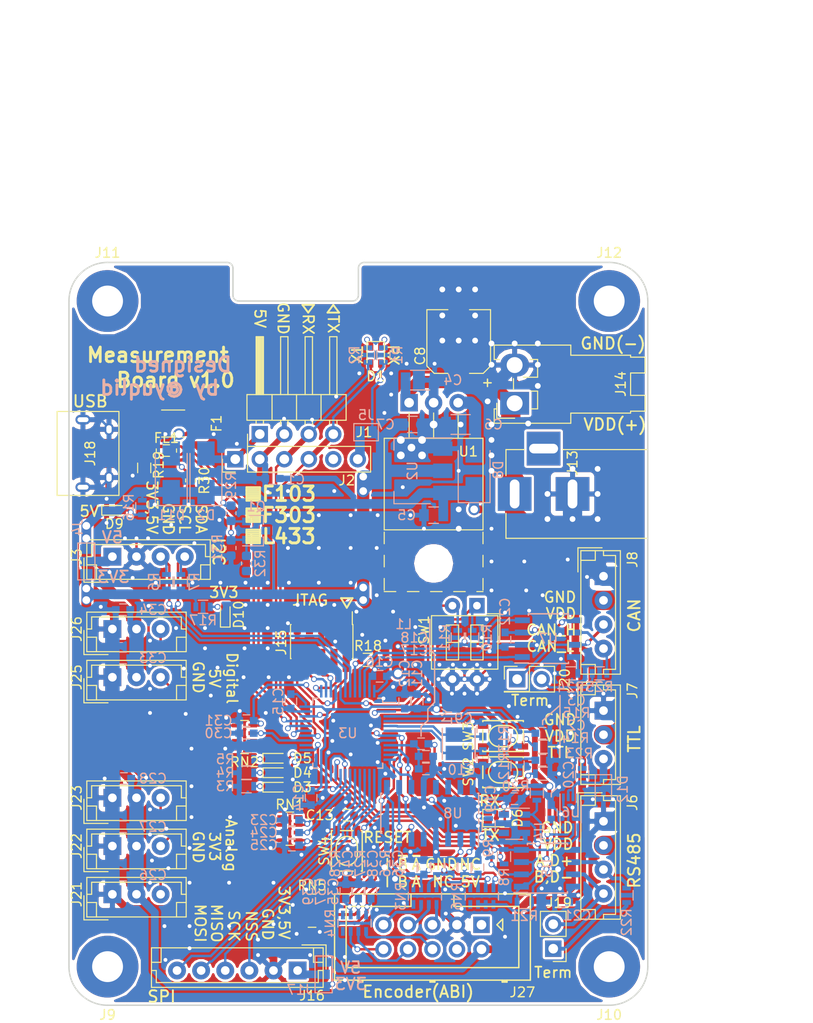
<source format=kicad_pcb>
(kicad_pcb (version 20171130) (host pcbnew "(5.0.0)")
  (layers (0 F.Cu signal) (31 B.Cu signal) (34 B.Paste user) (35 F.Paste user) (36 B.SilkS user) (37 F.SilkS user) (38 B.Mask user) (39 F.Mask user) (44 Edge.Cuts user))
  (net 0 "")
  (net 1 GND)
  (net 2 +5V)
  (net 3 /MCU/PB5)
  (net 4 /MCU/PC13)
  (net 5 +12V)
  (net 6 "Net-(C6-Pad1)")
  (net 7 +3V3)
  (net 8 "Net-(C9-Pad2)")
  (net 9 NRST)
  (net 10 /MCU/ADC_IN9)
  (net 11 /MCU/ADC_IN8)
  (net 12 /MCU/ADC_IN3)
  (net 13 /IN_Di/DI2_LPF)
  (net 14 /IN_Di/DI1_LPF)
  (net 15 "Net-(C35-Pad1)")
  (net 16 "Net-(C36-Pad1)")
  (net 17 "Net-(C37-Pad1)")
  (net 18 "Net-(C38-Pad1)")
  (net 19 "Net-(C39-Pad1)")
  (net 20 "Net-(D1-Pad2)")
  (net 21 "Net-(D9-Pad2)")
  (net 22 /RS485-TTL/TTL_DATA)
  (net 23 "Net-(F1-Pad2)")
  (net 24 /MCU/USART1_RX)
  (net 25 /MCU/USART1_TX)
  (net 26 /MCU/I2C1_SCL)
  (net 27 /MCU/I2C1_SDA)
  (net 28 /RS485-TTL/RS485_A)
  (net 29 /RS485-TTL/RS485_B)
  (net 30 /CAN/CAN_H)
  (net 31 /CAN/CAN_L)
  (net 32 /JTAG/SWDIO-TMS)
  (net 33 /JTAG/SWCLK-TCK)
  (net 34 /JTAG/SWO-TDO)
  (net 35 /MCU/SYS_JTDI)
  (net 36 /SSI/MOSI)
  (net 37 /SSI/DATA_MISO)
  (net 38 /SSI/SCK)
  (net 39 /SSI/NSS)
  (net 40 "Net-(J21-Pad3)")
  (net 41 "Net-(J22-Pad3)")
  (net 42 /MCU/PB2)
  (net 43 /MCU/PB12)
  (net 44 /MCU/PB13)
  (net 45 /MCU/PC14)
  (net 46 /MCU/PC15)
  (net 47 /USB/D+)
  (net 48 /USB/D-)
  (net 49 "Net-(R18-Pad1)")
  (net 50 /ENCODER/A)
  (net 51 /ENCODER/B)
  (net 52 /ENCODER/I)
  (net 53 /RS485-TTL/DI)
  (net 54 /RS485-TTL/RO)
  (net 55 /MCU/USART3_RTS)
  (net 56 /MCU/CAN_RX)
  (net 57 /MCU/CAN_TX)
  (net 58 "Net-(D10-Pad2)")
  (net 59 "Net-(D11-Pad2)")
  (net 60 "Net-(J23-Pad3)")
  (net 61 "Net-(R12-Pad1)")
  (net 62 "Net-(R13-Pad1)")
  (net 63 "Net-(R14-Pad2)")
  (net 64 "Net-(R15-Pad2)")
  (net 65 "Net-(D1-Pad4)")
  (net 66 "Net-(D6-Pad2)")
  (net 67 "Net-(D6-Pad4)")
  (net 68 "Net-(D3-Pad1)")
  (net 69 "Net-(D4-Pad1)")
  (net 70 "Net-(C10-Pad2)")
  (net 71 "Net-(C17-Pad2)")
  (net 72 "Net-(D2-Pad2)")
  (net 73 "Net-(D5-Pad1)")
  (net 74 "Net-(J2-Pad6)")
  (net 75 "Net-(J3-Pad1)")
  (net 76 "Net-(J16-Pad1)")
  (net 77 "Net-(J18-Pad4)")
  (net 78 "Net-(J19-Pad1)")
  (net 79 "Net-(J20-Pad2)")
  (net 80 "Net-(J25-Pad3)")
  (net 81 "Net-(J26-Pad3)")
  (net 82 "Net-(J27-Pad5)")
  (net 83 "Net-(J27-Pad6)")
  (net 84 "Net-(J27-Pad7)")
  (net 85 "Net-(J27-Pad8)")
  (net 86 "Net-(J27-Pad9)")
  (net 87 "Net-(J27-Pad10)")
  (net 88 "Net-(R20-Pad1)")
  (net 89 "Net-(R21-Pad1)")
  (net 90 "Net-(R24-Pad2)")
  (net 91 "Net-(C40-Pad1)")
  (net 92 "Net-(Q1-Pad1)")
  (net 93 "Net-(Q1-Pad2)")
  (net 94 /USB_EN)
  (net 95 /USB/USB_+)
  (net 96 /USB/USB_-)
  (module Resistors_SMD:R_Array_Concave_4x0603 (layer F.Cu) (at 128.2 104.2 180)
    (fp_text reference RN2 (at 0 -2.6 180) (layer F.SilkS))
    (fp_text value 150_4)
    (pad 2 smd rect (at -0.85 -0.4 180) (size 0.9 0.4) (layers F.Cu F.Paste F.Mask))
    (pad 3 smd rect (at -0.85 0.4 180) (size 0.9 0.4) (layers F.Cu F.Paste F.Mask) (net 13 /IN_Di/DI2_LPF))
    (pad 1 smd rect (at -0.85 -1.2 180) (size 0.9 0.4) (layers F.Cu F.Paste F.Mask))
    (pad 4 smd rect (at -0.85 1.2 180) (size 0.9 0.4) (layers F.Cu F.Paste F.Mask) (net 14 /IN_Di/DI1_LPF))
    (pad 8 smd rect (at 0.85 -1.2 180) (size 0.9 0.4) (layers F.Cu F.Paste F.Mask))
    (pad 7 smd rect (at 0.85 -0.4 180) (size 0.9 0.4) (layers F.Cu F.Paste F.Mask))
    (pad 6 smd rect (at 0.85 0.4 180) (size 0.9 0.4) (layers F.Cu F.Paste F.Mask) (net 80 "Net-(J25-Pad3)"))
    (pad 5 smd rect (at 0.85 1.2 180) (size 0.9 0.4) (layers F.Cu F.Paste F.Mask) (net 81 "Net-(J26-Pad3)"))
  )
  (module Resistors_SMD:R_0603 (layer B.Cu) (at 151.8 93.9 90)
    (fp_text reference R10 (at 0 1.5 90) (layer B.SilkS) (effects (justify mirror)))
    (fp_text value 4.7k)
    (pad 1 smd rect (at -0.75 0 90) (size 0.5 0.9) (layers B.Cu B.Paste B.Mask) (net 7 +3V3))
    (pad 2 smd rect (at 0.75 0 90) (size 0.5 0.9) (layers B.Cu B.Paste B.Mask) (net 4 /MCU/PC13))
  )
  (module Pin_Headers:Pin_Header_Straight_2x05_Pitch1.27mm_SMD (layer F.Cu) (at 136.2 94.3 270)
    (fp_text reference J15 (at 0.1 4.2 270) (layer F.SilkS))
    (fp_text value Conn_02x05_Odd_Even)
    (pad 1 smd rect (at -1.95 -2.54 270) (size 2.4 0.74) (layers F.Cu F.Paste F.Mask) (net 7 +3V3))
    (pad 2 smd rect (at 1.95 -2.54 270) (size 2.4 0.74) (layers F.Cu F.Paste F.Mask) (net 32 /JTAG/SWDIO-TMS))
    (pad 3 smd rect (at -1.95 -1.27 270) (size 2.4 0.74) (layers F.Cu F.Paste F.Mask) (net 1 GND))
    (pad 4 smd rect (at 1.95 -1.27 270) (size 2.4 0.74) (layers F.Cu F.Paste F.Mask) (net 33 /JTAG/SWCLK-TCK))
    (pad 5 smd rect (at -1.95 0 270) (size 2.4 0.74) (layers F.Cu F.Paste F.Mask) (net 1 GND))
    (pad 6 smd rect (at 1.95 0 270) (size 2.4 0.74) (layers F.Cu F.Paste F.Mask) (net 34 /JTAG/SWO-TDO))
    (pad 7 smd rect (at -1.95 1.27 270) (size 2.4 0.74) (layers F.Cu F.Paste F.Mask))
    (pad 8 smd rect (at 1.95 1.27 270) (size 2.4 0.74) (layers F.Cu F.Paste F.Mask) (net 35 /MCU/SYS_JTDI))
    (pad 9 smd rect (at -1.95 2.54 270) (size 2.4 0.74) (layers F.Cu F.Paste F.Mask) (net 1 GND))
    (pad 10 smd rect (at 1.95 2.54 270) (size 2.4 0.74) (layers F.Cu F.Paste F.Mask) (net 9 NRST))
  )
  (module Housings_QFP:LQFP-48_7x7mm_Pitch0.5mm (layer B.Cu) (at 138.9 103.8 180)
    (fp_text reference U3 (at 0 0 180) (layer B.SilkS) (effects (justify mirror)))
    (fp_text value STM32F103CBTx)
    (pad 1 smd rect (at -4.35 2.75 180) (size 1.3 0.25) (layers B.Cu B.Paste B.Mask) (net 7 +3V3))
    (pad 2 smd rect (at -4.35 2.25 180) (size 1.3 0.25) (layers B.Cu B.Paste B.Mask) (net 4 /MCU/PC13))
    (pad 3 smd rect (at -4.35 1.75 180) (size 1.3 0.25) (layers B.Cu B.Paste B.Mask) (net 45 /MCU/PC14))
    (pad 4 smd rect (at -4.35 1.25 180) (size 1.3 0.25) (layers B.Cu B.Paste B.Mask) (net 46 /MCU/PC15))
    (pad 5 smd rect (at -4.35 0.75 180) (size 1.3 0.25) (layers B.Cu B.Paste B.Mask) (net 8 "Net-(C9-Pad2)"))
    (pad 6 smd rect (at -4.35 0.25 180) (size 1.3 0.25) (layers B.Cu B.Paste B.Mask) (net 70 "Net-(C10-Pad2)"))
    (pad 7 smd rect (at -4.35 -0.25 180) (size 1.3 0.25) (layers B.Cu B.Paste B.Mask) (net 9 NRST))
    (pad 8 smd rect (at -4.35 -0.75 180) (size 1.3 0.25) (layers B.Cu B.Paste B.Mask) (net 1 GND))
    (pad 9 smd rect (at -4.35 -1.25 180) (size 1.3 0.25) (layers B.Cu B.Paste B.Mask) (net 71 "Net-(C17-Pad2)"))
    (pad 10 smd rect (at -4.35 -1.75 180) (size 1.3 0.25) (layers B.Cu B.Paste B.Mask) (net 50 /ENCODER/A))
    (pad 11 smd rect (at -4.35 -2.25 180) (size 1.3 0.25) (layers B.Cu B.Paste B.Mask) (net 51 /ENCODER/B))
    (pad 12 smd rect (at -4.35 -2.75 180) (size 1.3 0.25) (layers B.Cu B.Paste B.Mask) (net 52 /ENCODER/I))
    (pad 13 smd rect (at -2.75 -4.35 90) (size 1.3 0.25) (layers B.Cu B.Paste B.Mask) (net 12 /MCU/ADC_IN3))
    (pad 14 smd rect (at -2.25 -4.35 90) (size 1.3 0.25) (layers B.Cu B.Paste B.Mask) (net 39 /SSI/NSS))
    (pad 15 smd rect (at -1.75 -4.35 90) (size 1.3 0.25) (layers B.Cu B.Paste B.Mask) (net 38 /SSI/SCK))
    (pad 16 smd rect (at -1.25 -4.35 90) (size 1.3 0.25) (layers B.Cu B.Paste B.Mask) (net 37 /SSI/DATA_MISO))
    (pad 17 smd rect (at -0.75 -4.35 90) (size 1.3 0.25) (layers B.Cu B.Paste B.Mask) (net 36 /SSI/MOSI))
    (pad 18 smd rect (at -0.25 -4.35 90) (size 1.3 0.25) (layers B.Cu B.Paste B.Mask) (net 11 /MCU/ADC_IN8))
    (pad 19 smd rect (at 0.25 -4.35 90) (size 1.3 0.25) (layers B.Cu B.Paste B.Mask) (net 10 /MCU/ADC_IN9))
    (pad 20 smd rect (at 0.75 -4.35 90) (size 1.3 0.25) (layers B.Cu B.Paste B.Mask) (net 42 /MCU/PB2))
    (pad 21 smd rect (at 1.25 -4.35 90) (size 1.3 0.25) (layers B.Cu B.Paste B.Mask) (net 53 /RS485-TTL/DI))
    (pad 22 smd rect (at 1.75 -4.35 90) (size 1.3 0.25) (layers B.Cu B.Paste B.Mask) (net 54 /RS485-TTL/RO))
    (pad 23 smd rect (at 2.25 -4.35 90) (size 1.3 0.25) (layers B.Cu B.Paste B.Mask) (net 1 GND))
    (pad 24 smd rect (at 2.75 -4.35 90) (size 1.3 0.25) (layers B.Cu B.Paste B.Mask) (net 7 +3V3))
    (pad 25 smd rect (at 4.35 -2.75 180) (size 1.3 0.25) (layers B.Cu B.Paste B.Mask) (net 43 /MCU/PB12))
    (pad 26 smd rect (at 4.35 -2.25 180) (size 1.3 0.25) (layers B.Cu B.Paste B.Mask) (net 44 /MCU/PB13))
    (pad 27 smd rect (at 4.35 -1.75 180) (size 1.3 0.25) (layers B.Cu B.Paste B.Mask) (net 55 /MCU/USART3_RTS))
    (pad 28 smd rect (at 4.35 -1.25 180) (size 1.3 0.25) (layers B.Cu B.Paste B.Mask) (net 94 /USB_EN))
    (pad 29 smd rect (at 4.35 -0.75 180) (size 1.3 0.25) (layers B.Cu B.Paste B.Mask) (net 13 /IN_Di/DI2_LPF))
    (pad 30 smd rect (at 4.35 -0.25 180) (size 1.3 0.25) (layers B.Cu B.Paste B.Mask) (net 25 /MCU/USART1_TX))
    (pad 31 smd rect (at 4.35 0.25 180) (size 1.3 0.25) (layers B.Cu B.Paste B.Mask) (net 24 /MCU/USART1_RX))
    (pad 32 smd rect (at 4.35 0.75 180) (size 1.3 0.25) (layers B.Cu B.Paste B.Mask) (net 48 /USB/D-))
    (pad 33 smd rect (at 4.35 1.25 180) (size 1.3 0.25) (layers B.Cu B.Paste B.Mask) (net 47 /USB/D+))
    (pad 34 smd rect (at 4.35 1.75 180) (size 1.3 0.25) (layers B.Cu B.Paste B.Mask) (net 32 /JTAG/SWDIO-TMS))
    (pad 35 smd rect (at 4.35 2.25 180) (size 1.3 0.25) (layers B.Cu B.Paste B.Mask) (net 1 GND))
    (pad 36 smd rect (at 4.35 2.75 180) (size 1.3 0.25) (layers B.Cu B.Paste B.Mask) (net 7 +3V3))
    (pad 37 smd rect (at 2.75 4.35 90) (size 1.3 0.25) (layers B.Cu B.Paste B.Mask) (net 33 /JTAG/SWCLK-TCK))
    (pad 38 smd rect (at 2.25 4.35 90) (size 1.3 0.25) (layers B.Cu B.Paste B.Mask) (net 35 /MCU/SYS_JTDI))
    (pad 39 smd rect (at 1.75 4.35 90) (size 1.3 0.25) (layers B.Cu B.Paste B.Mask) (net 34 /JTAG/SWO-TDO))
    (pad 40 smd rect (at 1.25 4.35 90) (size 1.3 0.25) (layers B.Cu B.Paste B.Mask) (net 14 /IN_Di/DI1_LPF))
    (pad 41 smd rect (at 0.75 4.35 90) (size 1.3 0.25) (layers B.Cu B.Paste B.Mask) (net 3 /MCU/PB5))
    (pad 42 smd rect (at 0.25 4.35 90) (size 1.3 0.25) (layers B.Cu B.Paste B.Mask) (net 26 /MCU/I2C1_SCL))
    (pad 43 smd rect (at -0.25 4.35 90) (size 1.3 0.25) (layers B.Cu B.Paste B.Mask) (net 27 /MCU/I2C1_SDA))
    (pad 44 smd rect (at -0.75 4.35 90) (size 1.3 0.25) (layers B.Cu B.Paste B.Mask) (net 49 "Net-(R18-Pad1)"))
    (pad 45 smd rect (at -1.25 4.35 90) (size 1.3 0.25) (layers B.Cu B.Paste B.Mask) (net 56 /MCU/CAN_RX))
    (pad 46 smd rect (at -1.75 4.35 90) (size 1.3 0.25) (layers B.Cu B.Paste B.Mask) (net 57 /MCU/CAN_TX))
    (pad 47 smd rect (at -2.25 4.35 90) (size 1.3 0.25) (layers B.Cu B.Paste B.Mask) (net 1 GND))
    (pad 48 smd rect (at -2.75 4.35 90) (size 1.3 0.25) (layers B.Cu B.Paste B.Mask) (net 7 +3V3))
  )
  (module Capacitors_SMD:C_0603 (layer B.Cu) (at 146.8 117.7 90)
    (fp_text reference C40 (at 0.4 -7.9 90) (layer B.SilkS) (effects (justify mirror)))
    (fp_text value 220p)
    (pad 2 smd rect (at 0.75 0 90) (size 0.8 0.75) (layers B.Cu B.Paste B.Mask) (net 1 GND))
    (pad 1 smd rect (at -0.75 0 90) (size 0.8 0.75) (layers B.Cu B.Paste B.Mask) (net 91 "Net-(C40-Pad1)"))
  )
  (module Resistors_SMD:R_Array_Concave_4x0603 (layer F.Cu) (at 135.2 122.2 180)
    (fp_text reference RN5 (at 0 2.6 180) (layer F.SilkS))
    (fp_text value 10k_4)
    (pad 2 smd rect (at -0.85 -0.4 180) (size 0.9 0.4) (layers F.Cu F.Paste F.Mask) (net 17 "Net-(C37-Pad1)"))
    (pad 3 smd rect (at -0.85 0.4 180) (size 0.9 0.4) (layers F.Cu F.Paste F.Mask) (net 19 "Net-(C39-Pad1)"))
    (pad 1 smd rect (at -0.85 -1.2 180) (size 0.9 0.4) (layers F.Cu F.Paste F.Mask) (net 15 "Net-(C35-Pad1)"))
    (pad 4 smd rect (at -0.85 1.2 180) (size 0.9 0.4) (layers F.Cu F.Paste F.Mask))
    (pad 8 smd rect (at 0.85 -1.2 180) (size 0.9 0.4) (layers F.Cu F.Paste F.Mask) (net 7 +3V3))
    (pad 7 smd rect (at 0.85 -0.4 180) (size 0.9 0.4) (layers F.Cu F.Paste F.Mask) (net 7 +3V3))
    (pad 6 smd rect (at 0.85 0.4 180) (size 0.9 0.4) (layers F.Cu F.Paste F.Mask) (net 7 +3V3))
    (pad 5 smd rect (at 0.85 1.2 180) (size 0.9 0.4) (layers F.Cu F.Paste F.Mask))
  )
  (module Connectors_Multicomp:Multicomp_MC9A12-1034_2x05x2.54mm_Straight (layer F.Cu) (at 152.76 123.66 180)
    (fp_text reference J27 (at -4.24 -7 180) (layer F.SilkS))
    (fp_text value Conn_02x05_Odd_Even)
    (pad 1 thru_hole rect (at 0 0 180) (size 1.7 1.7) (drill 1) (layers *.Cu *.Mask))
    (pad 2 thru_hole circle (at 0 -2.54 180) (size 1.7 1.7) (drill 1) (layers *.Cu *.Mask) (net 2 +5V))
    (pad 3 thru_hole circle (at 2.54 0 180) (size 1.7 1.7) (drill 1) (layers *.Cu *.Mask) (net 1 GND))
    (pad 4 thru_hole circle (at 2.54 -2.54 180) (size 1.7 1.7) (drill 1) (layers *.Cu *.Mask))
    (pad 5 thru_hole circle (at 5.08 0 180) (size 1.7 1.7) (drill 1) (layers *.Cu *.Mask) (net 82 "Net-(J27-Pad5)"))
    (pad 6 thru_hole circle (at 5.08 -2.54 180) (size 1.7 1.7) (drill 1) (layers *.Cu *.Mask) (net 83 "Net-(J27-Pad6)"))
    (pad 7 thru_hole circle (at 7.62 0 180) (size 1.7 1.7) (drill 1) (layers *.Cu *.Mask) (net 84 "Net-(J27-Pad7)"))
    (pad 8 thru_hole circle (at 7.62 -2.54 180) (size 1.7 1.7) (drill 1) (layers *.Cu *.Mask) (net 85 "Net-(J27-Pad8)"))
    (pad 9 thru_hole circle (at 10.16 0 180) (size 1.7 1.7) (drill 1) (layers *.Cu *.Mask) (net 86 "Net-(J27-Pad9)"))
    (pad 10 thru_hole circle (at 10.16 -2.54 180) (size 1.7 1.7) (drill 1) (layers *.Cu *.Mask) (net 87 "Net-(J27-Pad10)"))
  )
  (module Resistors_SMD:R_Array_Concave_4x0603 (layer B.Cu) (at 139.6 123.5 90)
    (fp_text reference RN4 (at 0 -2.5 270) (layer B.SilkS) (effects (justify mirror)))
    (fp_text value 150_4)
    (pad 2 smd rect (at -0.85 0.4 90) (size 0.9 0.4) (layers B.Cu B.Paste B.Mask) (net 85 "Net-(J27-Pad8)"))
    (pad 3 smd rect (at -0.85 -0.4 90) (size 0.9 0.4) (layers B.Cu B.Paste B.Mask) (net 87 "Net-(J27-Pad10)"))
    (pad 1 smd rect (at -0.85 1.2 90) (size 0.9 0.4) (layers B.Cu B.Paste B.Mask) (net 83 "Net-(J27-Pad6)"))
    (pad 4 smd rect (at -0.85 -1.2 90) (size 0.9 0.4) (layers B.Cu B.Paste B.Mask))
    (pad 8 smd rect (at 0.85 1.2 90) (size 0.9 0.4) (layers B.Cu B.Paste B.Mask) (net 15 "Net-(C35-Pad1)"))
    (pad 7 smd rect (at 0.85 0.4 90) (size 0.9 0.4) (layers B.Cu B.Paste B.Mask) (net 17 "Net-(C37-Pad1)"))
    (pad 6 smd rect (at 0.85 -0.4 90) (size 0.9 0.4) (layers B.Cu B.Paste B.Mask) (net 19 "Net-(C39-Pad1)"))
    (pad 5 smd rect (at 0.85 -1.2 90) (size 0.9 0.4) (layers B.Cu B.Paste B.Mask))
  )
  (module Pin_Headers:Pin_Header_Straight_2x01_Pitch2.54mm (layer F.Cu) (at 156.46 98.2)
    (fp_text reference J20 (at 4.94 0.2 90) (layer F.SilkS))
    (fp_text value Conn_01x02)
    (pad 1 thru_hole rect (at 0 0) (size 1.7 1.7) (drill 1) (layers *.Cu *.Mask) (net 30 /CAN/CAN_H))
    (pad 2 thru_hole oval (at 2.54 0) (size 1.7 1.7) (drill 1) (layers *.Cu *.Mask) (net 79 "Net-(J20-Pad2)"))
  )
  (module Capacitors_SMD:C_0603 (layer B.Cu) (at 131.1 77.4 180)
    (fp_text reference C1 (at -2.4 -0.1 180) (layer B.SilkS) (effects (justify mirror)))
    (fp_text value 0.1u)
    (pad 2 smd rect (at 0.75 0 180) (size 0.8 0.75) (layers B.Cu B.Paste B.Mask) (net 1 GND))
    (pad 1 smd rect (at -0.75 0 180) (size 0.8 0.75) (layers B.Cu B.Paste B.Mask) (net 2 +5V))
  )
  (module Capacitors_SMD:C_0603 (layer B.Cu) (at 159.1 106.6 180)
    (fp_text reference C2 (at -3.5 3.6 180) (layer B.SilkS) (effects (justify mirror)))
    (fp_text value 0.1u)
    (pad 2 smd rect (at 0.75 0 180) (size 0.8 0.75) (layers B.Cu B.Paste B.Mask) (net 46 /MCU/PC15))
    (pad 1 smd rect (at -0.75 0 180) (size 0.8 0.75) (layers B.Cu B.Paste B.Mask) (net 1 GND))
  )
  (module Capacitors_SMD:C_0603 (layer B.Cu) (at 159.1 103.8 180)
    (fp_text reference C3 (at -3.5 3.4 180) (layer B.SilkS) (effects (justify mirror)))
    (fp_text value 0.1u)
    (pad 2 smd rect (at 0.75 0 180) (size 0.8 0.75) (layers B.Cu B.Paste B.Mask) (net 45 /MCU/PC14))
    (pad 1 smd rect (at -0.75 0 180) (size 0.8 0.75) (layers B.Cu B.Paste B.Mask) (net 1 GND))
  )
  (module Capacitors_SMD:C_0805 (layer B.Cu) (at 147.8 81.2 180)
    (fp_text reference C5 (at 2.8 0 180) (layer B.SilkS) (effects (justify mirror)))
    (fp_text value C)
    (pad 1 smd rect (at -1 0 180) (size 1 1.25) (layers B.Cu B.Paste B.Mask) (net 2 +5V))
    (pad 2 smd rect (at 1 0 180) (size 1 1.25) (layers B.Cu B.Paste B.Mask) (net 1 GND))
  )
  (module Capacitors_SMD:C_0805 (layer B.Cu) (at 145.6 71.8)
    (fp_text reference C7 (at -2.8 0) (layer B.SilkS) (effects (justify mirror)))
    (fp_text value C)
    (pad 1 smd rect (at -1 0) (size 1 1.25) (layers B.Cu B.Paste B.Mask) (net 7 +3V3))
    (pad 2 smd rect (at 1 0) (size 1 1.25) (layers B.Cu B.Paste B.Mask) (net 1 GND))
  )
  (module Capacitors_SMD:C_0603 (layer B.Cu) (at 152.9 103.4 270)
    (fp_text reference C9 (at -1.1 2) (layer B.SilkS) (effects (justify mirror)))
    (fp_text value 14p)
    (pad 2 smd rect (at 0.75 0 270) (size 0.8 0.75) (layers B.Cu B.Paste B.Mask) (net 8 "Net-(C9-Pad2)"))
    (pad 1 smd rect (at -0.75 0 270) (size 0.8 0.75) (layers B.Cu B.Paste B.Mask) (net 1 GND))
  )
  (module Capacitors_SMD:C_0603 (layer B.Cu) (at 152.9 106.4 90)
    (fp_text reference C10 (at -1.2 -2.2 180) (layer B.SilkS) (effects (justify mirror)))
    (fp_text value 14p)
    (pad 2 smd rect (at 0.75 0 90) (size 0.8 0.75) (layers B.Cu B.Paste B.Mask) (net 70 "Net-(C10-Pad2)"))
    (pad 1 smd rect (at -0.75 0 90) (size 0.8 0.75) (layers B.Cu B.Paste B.Mask) (net 1 GND))
  )
  (module Capacitors_SMD:C_0603 (layer B.Cu) (at 146.1 100.5 90)
    (fp_text reference C11 (at 2.9 0 90) (layer B.SilkS) (effects (justify mirror)))
    (fp_text value 1u)
    (pad 2 smd rect (at 0.75 0 90) (size 0.8 0.75) (layers B.Cu B.Paste B.Mask) (net 1 GND))
    (pad 1 smd rect (at -0.75 0 90) (size 0.8 0.75) (layers B.Cu B.Paste B.Mask) (net 7 +3V3))
  )
  (module Capacitors_SMD:C_0603 (layer B.Cu) (at 144.8 100.5 90)
    (fp_text reference C12 (at 2.9 0 90) (layer B.SilkS) (effects (justify mirror)))
    (fp_text value 0.1u)
    (pad 2 smd rect (at 0.75 0 90) (size 0.8 0.75) (layers B.Cu B.Paste B.Mask) (net 1 GND))
    (pad 1 smd rect (at -0.75 0 90) (size 0.8 0.75) (layers B.Cu B.Paste B.Mask) (net 7 +3V3))
  )
  (module Capacitors_SMD:C_0603 (layer F.Cu) (at 138.8 112.3 180)
    (fp_text reference C13 (at 2.8 0 180) (layer F.SilkS))
    (fp_text value 0.1u)
    (pad 2 smd rect (at 0.75 0 180) (size 0.8 0.75) (layers F.Cu F.Paste F.Mask) (net 1 GND))
    (pad 1 smd rect (at -0.75 0 180) (size 0.8 0.75) (layers F.Cu F.Paste F.Mask) (net 9 NRST))
  )
  (module Capacitors_SMD:C_0603 (layer B.Cu) (at 135.1 110.5 270)
    (fp_text reference C14 (at 0 1.3 270) (layer B.SilkS) (effects (justify mirror)))
    (fp_text value 0.1u)
    (pad 2 smd rect (at 0.75 0 270) (size 0.8 0.75) (layers B.Cu B.Paste B.Mask) (net 1 GND))
    (pad 1 smd rect (at -0.75 0 270) (size 0.8 0.75) (layers B.Cu B.Paste B.Mask) (net 7 +3V3))
  )
  (module Capacitors_SMD:C_0603 (layer B.Cu) (at 133 100.5 270)
    (fp_text reference C15 (at 0 1.3 270) (layer B.SilkS) (effects (justify mirror)))
    (fp_text value 0.1u)
    (pad 2 smd rect (at 0.75 0 270) (size 0.8 0.75) (layers B.Cu B.Paste B.Mask) (net 1 GND))
    (pad 1 smd rect (at -0.75 0 270) (size 0.8 0.75) (layers B.Cu B.Paste B.Mask) (net 7 +3V3))
  )
  (module Capacitors_SMD:C_0603 (layer B.Cu) (at 142.2 97.9 180)
    (fp_text reference C16 (at 0 1.5 180) (layer B.SilkS) (effects (justify mirror)))
    (fp_text value 0.1u)
    (pad 2 smd rect (at 0.75 0 180) (size 0.8 0.75) (layers B.Cu B.Paste B.Mask) (net 1 GND))
    (pad 1 smd rect (at -0.75 0 180) (size 0.8 0.75) (layers B.Cu B.Paste B.Mask) (net 7 +3V3))
  )
  (module Capacitors_SMD:C_0603 (layer B.Cu) (at 147 107.5 180)
    (fp_text reference C17 (at 1.2 12.3 180) (layer B.SilkS) (effects (justify mirror)))
    (fp_text value 1u)
    (pad 2 smd rect (at 0.75 0 180) (size 0.8 0.75) (layers B.Cu B.Paste B.Mask) (net 71 "Net-(C17-Pad2)"))
    (pad 1 smd rect (at -0.75 0 180) (size 0.8 0.75) (layers B.Cu B.Paste B.Mask) (net 1 GND))
  )
  (module Capacitors_SMD:C_0603 (layer B.Cu) (at 147 106.2 180)
    (fp_text reference C18 (at 1.2 12.3 180) (layer B.SilkS) (effects (justify mirror)))
    (fp_text value 0.1u)
    (pad 2 smd rect (at 0.75 0 180) (size 0.8 0.75) (layers B.Cu B.Paste B.Mask) (net 71 "Net-(C17-Pad2)"))
    (pad 1 smd rect (at -0.75 0 180) (size 0.8 0.75) (layers B.Cu B.Paste B.Mask) (net 1 GND))
  )
  (module Capacitors_SMD:C_0603 (layer B.Cu) (at 156.18 110.59)
    (fp_text reference C19 (at -2.48 0.01 90) (layer B.SilkS) (effects (justify mirror)))
    (fp_text value 0.1u)
    (pad 2 smd rect (at 0.75 0) (size 0.8 0.75) (layers B.Cu B.Paste B.Mask) (net 1 GND))
    (pad 1 smd rect (at -0.75 0) (size 0.8 0.75) (layers B.Cu B.Paste B.Mask) (net 7 +3V3))
  )
  (module Capacitors_SMD:C_0603 (layer B.Cu) (at 160 112 90)
    (fp_text reference C20 (at 3.9 1.8 90) (layer B.SilkS) (effects (justify mirror)))
    (fp_text value 0.1u)
    (pad 2 smd rect (at 0.75 0 90) (size 0.8 0.75) (layers B.Cu B.Paste B.Mask) (net 1 GND))
    (pad 1 smd rect (at -0.75 0 90) (size 0.8 0.75) (layers B.Cu B.Paste B.Mask) (net 7 +3V3))
  )
  (module Capacitors_SMD:C_0603 (layer B.Cu) (at 161.1 121.3 180)
    (fp_text reference C21 (at -1.6 -1.4 180) (layer B.SilkS) (effects (justify mirror)))
    (fp_text value 0.1u)
    (pad 2 smd rect (at 0.75 0 180) (size 0.8 0.75) (layers B.Cu B.Paste B.Mask) (net 1 GND))
    (pad 1 smd rect (at -0.75 0 180) (size 0.8 0.75) (layers B.Cu B.Paste B.Mask) (net 2 +5V))
  )
  (module Capacitors_SMD:C_0603 (layer B.Cu) (at 155.2 94.1 270)
    (fp_text reference C22 (at -2.9 0 270) (layer B.SilkS) (effects (justify mirror)))
    (fp_text value 0.1u)
    (pad 2 smd rect (at 0.75 0 270) (size 0.8 0.75) (layers B.Cu B.Paste B.Mask) (net 1 GND))
    (pad 1 smd rect (at -0.75 0 270) (size 0.8 0.75) (layers B.Cu B.Paste B.Mask) (net 2 +5V))
  )
  (module Capacitors_SMD:C_0603 (layer B.Cu) (at 133.1 112.8 180)
    (fp_text reference C23 (at 2.9 0 180) (layer B.SilkS) (effects (justify mirror)))
    (fp_text value 1n)
    (pad 2 smd rect (at 0.75 0 180) (size 0.8 0.75) (layers B.Cu B.Paste B.Mask) (net 1 GND))
    (pad 1 smd rect (at -0.75 0 180) (size 0.8 0.75) (layers B.Cu B.Paste B.Mask) (net 10 /MCU/ADC_IN9))
  )
  (module Capacitors_SMD:C_0603 (layer B.Cu) (at 133.1 114.1 180)
    (fp_text reference C24 (at 2.9 0 180) (layer B.SilkS) (effects (justify mirror)))
    (fp_text value 1n)
    (pad 2 smd rect (at 0.75 0 180) (size 0.8 0.75) (layers B.Cu B.Paste B.Mask) (net 1 GND))
    (pad 1 smd rect (at -0.75 0 180) (size 0.8 0.75) (layers B.Cu B.Paste B.Mask) (net 11 /MCU/ADC_IN8))
  )
  (module Capacitors_SMD:C_0603 (layer B.Cu) (at 133.1 115.4 180)
    (fp_text reference C25 (at 2.9 0 180) (layer B.SilkS) (effects (justify mirror)))
    (fp_text value 1n)
    (pad 2 smd rect (at 0.75 0 180) (size 0.8 0.75) (layers B.Cu B.Paste B.Mask) (net 1 GND))
    (pad 1 smd rect (at -0.75 0 180) (size 0.8 0.75) (layers B.Cu B.Paste B.Mask) (net 12 /MCU/ADC_IN3))
  )
  (module Capacitors_SMD:C_0603 (layer B.Cu) (at 115.6 118.5 180)
    (fp_text reference C26 (at -3.1 0 180) (layer B.SilkS) (effects (justify mirror)))
    (fp_text value 0.1u)
    (pad 2 smd rect (at 0.75 0 180) (size 0.8 0.75) (layers B.Cu B.Paste B.Mask) (net 1 GND))
    (pad 1 smd rect (at -0.75 0 180) (size 0.8 0.75) (layers B.Cu B.Paste B.Mask) (net 7 +3V3))
  )
  (module Capacitors_SMD:C_0603 (layer B.Cu) (at 115.6 113.5 180)
    (fp_text reference C27 (at -3.1 0 180) (layer B.SilkS) (effects (justify mirror)))
    (fp_text value 0.1u)
    (pad 2 smd rect (at 0.75 0 180) (size 0.8 0.75) (layers B.Cu B.Paste B.Mask) (net 1 GND))
    (pad 1 smd rect (at -0.75 0 180) (size 0.8 0.75) (layers B.Cu B.Paste B.Mask) (net 7 +3V3))
  )
  (module Capacitors_SMD:C_0603 (layer B.Cu) (at 115.7 108.5 180)
    (fp_text reference C28 (at -3 0 180) (layer B.SilkS) (effects (justify mirror)))
    (fp_text value 0.1u)
    (pad 2 smd rect (at 0.75 0 180) (size 0.8 0.75) (layers B.Cu B.Paste B.Mask) (net 1 GND))
    (pad 1 smd rect (at -0.75 0 180) (size 0.8 0.75) (layers B.Cu B.Paste B.Mask) (net 7 +3V3))
  )
  (module Capacitors_SMD:C_0603 (layer B.Cu) (at 128.4 103.8 180)
    (fp_text reference C30 (at 2.9 0 180) (layer B.SilkS) (effects (justify mirror)))
    (fp_text value 220p)
    (pad 2 smd rect (at 0.75 0 180) (size 0.8 0.75) (layers B.Cu B.Paste B.Mask) (net 1 GND))
    (pad 1 smd rect (at -0.75 0 180) (size 0.8 0.75) (layers B.Cu B.Paste B.Mask) (net 13 /IN_Di/DI2_LPF))
  )
  (module Capacitors_SMD:C_0603 (layer B.Cu) (at 128.4 102.5 180)
    (fp_text reference C31 (at 2.9 0 180) (layer B.SilkS) (effects (justify mirror)))
    (fp_text value 220p)
    (pad 2 smd rect (at 0.75 0 180) (size 0.8 0.75) (layers B.Cu B.Paste B.Mask) (net 1 GND))
    (pad 1 smd rect (at -0.75 0 180) (size 0.8 0.75) (layers B.Cu B.Paste B.Mask) (net 14 /IN_Di/DI1_LPF))
  )
  (module Capacitors_SMD:C_0603 (layer B.Cu) (at 115.6 96 180)
    (fp_text reference C33 (at -3.1 0 180) (layer B.SilkS) (effects (justify mirror)))
    (fp_text value 0.1u)
    (pad 2 smd rect (at 0.75 0 180) (size 0.8 0.75) (layers B.Cu B.Paste B.Mask) (net 1 GND))
    (pad 1 smd rect (at -0.75 0 180) (size 0.8 0.75) (layers B.Cu B.Paste B.Mask) (net 2 +5V))
  )
  (module Capacitors_SMD:C_0603 (layer B.Cu) (at 115.6 91 180)
    (fp_text reference C34 (at -3.1 0 180) (layer B.SilkS) (effects (justify mirror)))
    (fp_text value 0.1u)
    (pad 2 smd rect (at 0.75 0 180) (size 0.8 0.75) (layers B.Cu B.Paste B.Mask) (net 1 GND))
    (pad 1 smd rect (at -0.75 0 180) (size 0.8 0.75) (layers B.Cu B.Paste B.Mask) (net 2 +5V))
  )
  (module Capacitors_SMD:C_0603 (layer B.Cu) (at 141.3 120.2 90)
    (fp_text reference C35 (at 0 -3.9 90) (layer B.SilkS) (effects (justify mirror)))
    (fp_text value 220p)
    (pad 2 smd rect (at 0.75 0 90) (size 0.8 0.75) (layers B.Cu B.Paste B.Mask) (net 1 GND))
    (pad 1 smd rect (at -0.75 0 90) (size 0.8 0.75) (layers B.Cu B.Paste B.Mask) (net 15 "Net-(C35-Pad1)"))
  )
  (module Capacitors_SMD:C_0603 (layer B.Cu) (at 152.4 117.7 90)
    (fp_text reference C36 (at 0.4 -8.3 90) (layer B.SilkS) (effects (justify mirror)))
    (fp_text value 220p)
    (pad 2 smd rect (at 0.75 0 90) (size 0.8 0.75) (layers B.Cu B.Paste B.Mask) (net 1 GND))
    (pad 1 smd rect (at -0.75 0 90) (size 0.8 0.75) (layers B.Cu B.Paste B.Mask) (net 16 "Net-(C36-Pad1)"))
  )
  (module Capacitors_SMD:C_0603 (layer B.Cu) (at 140 120.2 90)
    (fp_text reference C37 (at 0 -3.9 90) (layer B.SilkS) (effects (justify mirror)))
    (fp_text value 220p)
    (pad 2 smd rect (at 0.75 0 90) (size 0.8 0.75) (layers B.Cu B.Paste B.Mask) (net 1 GND))
    (pad 1 smd rect (at -0.75 0 90) (size 0.8 0.75) (layers B.Cu B.Paste B.Mask) (net 17 "Net-(C37-Pad1)"))
  )
  (module Capacitors_SMD:C_0603 (layer B.Cu) (at 149.6 117.7 90)
    (fp_text reference C38 (at 0.4 -8.1 90) (layer B.SilkS) (effects (justify mirror)))
    (fp_text value 220p)
    (pad 2 smd rect (at 0.75 0 90) (size 0.8 0.75) (layers B.Cu B.Paste B.Mask) (net 1 GND))
    (pad 1 smd rect (at -0.75 0 90) (size 0.8 0.75) (layers B.Cu B.Paste B.Mask) (net 18 "Net-(C38-Pad1)"))
  )
  (module Capacitors_SMD:C_0603 (layer B.Cu) (at 138.7 120.2 90)
    (fp_text reference C39 (at 0 -3.9 90) (layer B.SilkS) (effects (justify mirror)))
    (fp_text value 220p)
    (pad 2 smd rect (at 0.75 0 90) (size 0.8 0.75) (layers B.Cu B.Paste B.Mask) (net 1 GND))
    (pad 1 smd rect (at -0.75 0 90) (size 0.8 0.75) (layers B.Cu B.Paste B.Mask) (net 19 "Net-(C39-Pad1)"))
  )
  (module LEDs:LED_0603 (layer F.Cu) (at 131.4 109.4)
    (fp_text reference D3 (at 2.8 0) (layer F.SilkS))
    (fp_text value LED)
    (pad 2 smd rect (at 0.8 0 180) (size 0.8 0.8) (layers F.Cu F.Paste F.Mask) (net 42 /MCU/PB2))
    (pad 1 smd rect (at -0.8 0 180) (size 0.8 0.8) (layers F.Cu F.Paste F.Mask) (net 68 "Net-(D3-Pad1)"))
  )
  (module LEDs:LED_0603 (layer F.Cu) (at 131.4 107.9)
    (fp_text reference D4 (at 2.8 0) (layer F.SilkS))
    (fp_text value LED)
    (pad 2 smd rect (at 0.8 0 180) (size 0.8 0.8) (layers F.Cu F.Paste F.Mask) (net 43 /MCU/PB12))
    (pad 1 smd rect (at -0.8 0 180) (size 0.8 0.8) (layers F.Cu F.Paste F.Mask) (net 69 "Net-(D4-Pad1)"))
  )
  (module LEDs:LED_0603 (layer F.Cu) (at 131.4 106.4)
    (fp_text reference D5 (at 2.8 0) (layer F.SilkS))
    (fp_text value LED)
    (pad 2 smd rect (at 0.8 0 180) (size 0.8 0.8) (layers F.Cu F.Paste F.Mask) (net 44 /MCU/PB13))
    (pad 1 smd rect (at -0.8 0 180) (size 0.8 0.8) (layers F.Cu F.Paste F.Mask) (net 73 "Net-(D5-Pad1)"))
  )
  (module Diodes_SMD:D_SMA (layer B.Cu) (at 124.2 76.8 90)
    (fp_text reference D2 (at -4.4 0 180) (layer B.SilkS) (effects (justify mirror)))
    (fp_text value D)
    (pad 1 smd rect (at -2 0 90) (size 2.5 1.8) (layers B.Cu B.Paste B.Mask) (net 2 +5V))
    (pad 2 smd rect (at 2 0 90) (size 2.5 1.8) (layers B.Cu B.Paste B.Mask) (net 72 "Net-(D2-Pad2)"))
  )
  (module Diodes_SMD:D_SMA (layer B.Cu) (at 152 76.5 90)
    (fp_text reference D8 (at 0 2.5 90) (layer B.SilkS) (effects (justify mirror)))
    (fp_text value D)
    (pad 1 smd rect (at -2 0 90) (size 2.5 1.8) (layers B.Cu B.Paste B.Mask) (net 2 +5V))
    (pad 2 smd rect (at 2 0 90) (size 2.5 1.8) (layers B.Cu B.Paste B.Mask) (net 6 "Net-(C6-Pad1)"))
  )
  (module LEDs:LED_0603 (layer F.Cu) (at 114.7 80.7)
    (fp_text reference D9 (at 0 1.4) (layer F.SilkS))
    (fp_text value LED)
    (pad 2 smd rect (at 0.8 0 180) (size 0.8 0.8) (layers F.Cu F.Paste F.Mask) (net 21 "Net-(D9-Pad2)"))
    (pad 1 smd rect (at -0.8 0 180) (size 0.8 0.8) (layers F.Cu F.Paste F.Mask) (net 1 GND))
  )
  (module LEDs:LED_0603 (layer F.Cu) (at 126.2 91.5 90)
    (fp_text reference D10 (at 0 1.4 90) (layer F.SilkS))
    (fp_text value LED)
    (pad 2 smd rect (at 0.8 0 270) (size 0.8 0.8) (layers F.Cu F.Paste F.Mask) (net 58 "Net-(D10-Pad2)"))
    (pad 1 smd rect (at -0.8 0 270) (size 0.8 0.8) (layers F.Cu F.Paste F.Mask) (net 1 GND))
  )
  (module Diodes_SMD:D_SMA (layer B.Cu) (at 120.6 76.8 90)
    (fp_text reference D11 (at -4.4 0 180) (layer B.SilkS) (effects (justify mirror)))
    (fp_text value D)
    (pad 1 smd rect (at -2 0 90) (size 2.5 1.8) (layers B.Cu B.Paste B.Mask) (net 2 +5V))
    (pad 2 smd rect (at 2 0 90) (size 2.5 1.8) (layers B.Cu B.Paste B.Mask) (net 59 "Net-(D11-Pad2)"))
  )
  (module Diodes_SMD:D_SOD-323 (layer B.Cu) (at 165.4 109.6 270)
    (fp_text reference D12 (at 0 -2 270) (layer B.SilkS) (effects (justify mirror)))
    (fp_text value D_TVS)
    (pad 1 smd rect (at -1.05 0 270) (size 0.6 0.45) (layers B.Cu B.Paste B.Mask) (net 22 /RS485-TTL/TTL_DATA))
    (pad 2 smd rect (at 1.05 0 270) (size 0.6 0.45) (layers B.Cu B.Paste B.Mask) (net 1 GND))
  )
  (module Connectors:GS3 (layer B.Cu) (at 111.8 86)
    (fp_text reference J4 (at -0.9 -3.5 270) (layer B.SilkS) (effects (justify mirror)))
    (fp_text value GS3)
    (pad 1 smd rect (at 0 1.27) (size 1.27 0.97) (layers B.Cu B.Paste B.Mask) (net 7 +3V3))
    (pad 2 smd rect (at 0 0) (size 1.27 0.97) (layers B.Cu B.Paste B.Mask) (net 75 "Net-(J3-Pad1)"))
    (pad 3 smd rect (at 0 -1.27) (size 1.27 0.97) (layers B.Cu B.Paste B.Mask) (net 2 +5V))
  )
  (module Connectors_JST:JST_EH_B03B-EH-A_03x2.50mm_Straight (layer F.Cu) (at 165.41 101.46 270)
    (fp_text reference J7 (at -2.06 -3 270) (layer F.SilkS))
    (fp_text value Conn_01x03)
    (pad 1 thru_hole rect (at 0 0 270) (size 1.85 1.85) (drill 0.9) (layers *.Cu *.Mask) (net 1 GND))
    (pad 2 thru_hole circle (at 2.5 0 270) (size 1.85 1.85) (drill 0.9) (layers *.Cu *.Mask) (net 5 +12V))
    (pad 3 thru_hole circle (at 5 0 270) (size 1.85 1.85) (drill 0.9) (layers *.Cu *.Mask) (net 22 /RS485-TTL/TTL_DATA))
  )
  (module Connectors_JST:JST_EH_B04B-EH-A_04x2.50mm_Straight (layer F.Cu) (at 165.41 87.53 270)
    (fp_text reference J8 (at -1.73 -3 270) (layer F.SilkS))
    (fp_text value Conn_01x04)
    (pad 1 thru_hole rect (at 0 0 270) (size 1.85 1.85) (drill 0.9) (layers *.Cu *.Mask) (net 1 GND))
    (pad 2 thru_hole circle (at 2.5 0 270) (size 1.85 1.85) (drill 0.9) (layers *.Cu *.Mask) (net 5 +12V))
    (pad 3 thru_hole circle (at 5 0 270) (size 1.85 1.85) (drill 0.9) (layers *.Cu *.Mask) (net 30 /CAN/CAN_H))
    (pad 4 thru_hole circle (at 7.5 0 270) (size 1.85 1.85) (drill 0.9) (layers *.Cu *.Mask) (net 31 /CAN/CAN_L))
  )
  (module Connectors:BARREL_JACK (layer F.Cu) (at 156.2 79 180)
    (fp_text reference J13 (at -6 3.2 90) (layer F.SilkS))
    (fp_text value BARREL_JACK)
    (pad 1 thru_hole rect (at 0 0 180) (size 3.5 3.5) (drill oval 1 3) (layers *.Cu *.Mask) (net 5 +12V))
    (pad 2 thru_hole rect (at -6 0 180) (size 3.5 3.5) (drill oval 1 3) (layers *.Cu *.Mask) (net 1 GND))
    (pad 3 thru_hole rect (at -3 4.7 180) (size 3.5 3.5) (drill oval 3 1) (layers *.Cu *.Mask))
  )
  (module Connectors:GS3 (layer B.Cu) (at 136.4 128.8)
    (fp_text reference J17 (at -2.5 1.6) (layer B.SilkS) (effects (justify mirror)))
    (fp_text value GS3)
    (pad 1 smd rect (at 0 1.27) (size 1.27 0.97) (layers B.Cu B.Paste B.Mask) (net 7 +3V3))
    (pad 2 smd rect (at 0 0) (size 1.27 0.97) (layers B.Cu B.Paste B.Mask) (net 76 "Net-(J16-Pad1)"))
    (pad 3 smd rect (at 0 -1.27) (size 1.27 0.97) (layers B.Cu B.Paste B.Mask) (net 2 +5V))
  )
  (module Connectors:USB_Micro-B (layer F.Cu) (at 112.8 74.8 270)
    (fp_text reference J18 (at 0 0.6 270) (layer F.SilkS))
    (fp_text value USB_OTG)
    (pad 1 smd rect (at -1.3 -1.35) (size 1.35 0.4) (layers F.Cu F.Paste F.Mask) (net 23 "Net-(F1-Pad2)"))
    (pad 2 smd rect (at -0.65 -1.35) (size 1.35 0.4) (layers F.Cu F.Paste F.Mask) (net 96 /USB/USB_-))
    (pad 3 smd rect (at 0 -1.35) (size 1.35 0.4) (layers F.Cu F.Paste F.Mask) (net 95 /USB/USB_+))
    (pad 4 smd rect (at 0.65 -1.35) (size 1.35 0.4) (layers F.Cu F.Paste F.Mask) (net 77 "Net-(J18-Pad4)"))
    (pad 5 smd rect (at 1.3 -1.35) (size 1.35 0.4) (layers F.Cu F.Paste F.Mask) (net 1 GND))
    (pad 6 thru_hole oval (at -2.5 -1.35) (size 0.95 1.25) (drill oval 0.55 0.85) (layers *.Cu *.Mask) (net 1 GND))
    (pad 6 thru_hole oval (at 2.5 -1.35) (size 0.95 1.25) (drill oval 0.55 0.85) (layers *.Cu *.Mask) (net 1 GND))
    (pad 6 thru_hole oval (at -3.5 1.35) (size 1.55 1) (drill oval 1.15 0.5) (layers *.Cu *.Mask) (net 1 GND))
    (pad 6 thru_hole oval (at 3.5 1.35) (size 1.55 1) (drill oval 1.15 0.5) (layers *.Cu *.Mask) (net 1 GND))
  )
  (module Pin_Headers:Pin_Header_Straight_1x02_Pitch2.54mm (layer F.Cu) (at 160.2 126.14 180)
    (fp_text reference J19 (at -0.6 4.74 180) (layer F.SilkS))
    (fp_text value Conn_01x02)
    (pad 1 thru_hole rect (at 0 0 180) (size 1.7 1.7) (drill 1) (layers *.Cu *.Mask) (net 78 "Net-(J19-Pad1)"))
    (pad 2 thru_hole oval (at 0 2.54 180) (size 1.7 1.7) (drill 1) (layers *.Cu *.Mask) (net 29 /RS485-TTL/RS485_B))
  )
  (module Capacitors_SMD:C_0603 (layer B.Cu) (at 146.5 104.9 180)
    (fp_text reference L1 (at 1.8 12.4 180) (layer B.SilkS) (effects (justify mirror)))
    (fp_text value L)
    (pad 2 smd rect (at 0.75 0 180) (size 0.8 0.75) (layers B.Cu B.Paste B.Mask) (net 71 "Net-(C17-Pad2)"))
    (pad 1 smd rect (at -0.75 0 180) (size 0.8 0.75) (layers B.Cu B.Paste B.Mask) (net 7 +3V3))
  )
  (module Resistors_SMD:R_0603 (layer B.Cu) (at 128.4 109.3)
    (fp_text reference R3 (at -2.2 0) (layer B.SilkS) (effects (justify mirror)))
    (fp_text value 1k)
    (pad 1 smd rect (at -0.75 0) (size 0.5 0.9) (layers B.Cu B.Paste B.Mask) (net 1 GND))
    (pad 2 smd rect (at 0.75 0) (size 0.5 0.9) (layers B.Cu B.Paste B.Mask) (net 68 "Net-(D3-Pad1)"))
  )
  (module Resistors_SMD:R_0603 (layer B.Cu) (at 128.4 107.9)
    (fp_text reference R4 (at -2.2 0) (layer B.SilkS) (effects (justify mirror)))
    (fp_text value 1k)
    (pad 1 smd rect (at -0.75 0) (size 0.5 0.9) (layers B.Cu B.Paste B.Mask) (net 1 GND))
    (pad 2 smd rect (at 0.75 0) (size 0.5 0.9) (layers B.Cu B.Paste B.Mask) (net 69 "Net-(D4-Pad1)"))
  )
  (module Resistors_SMD:R_0603 (layer B.Cu) (at 128.4 106.5)
    (fp_text reference R5 (at -2.2 0) (layer B.SilkS) (effects (justify mirror)))
    (fp_text value 1k)
    (pad 1 smd rect (at -0.75 0) (size 0.5 0.9) (layers B.Cu B.Paste B.Mask) (net 1 GND))
    (pad 2 smd rect (at 0.75 0) (size 0.5 0.9) (layers B.Cu B.Paste B.Mask) (net 73 "Net-(D5-Pad1)"))
  )
  (module Resistors_SMD:R_0603 (layer B.Cu) (at 120.1 88.1 90)
    (fp_text reference R6 (at 0 -1.3 90) (layer B.SilkS) (effects (justify mirror)))
    (fp_text value 4.7k)
    (pad 1 smd rect (at -0.75 0 90) (size 0.5 0.9) (layers B.Cu B.Paste B.Mask) (net 7 +3V3))
    (pad 2 smd rect (at 0.75 0 90) (size 0.5 0.9) (layers B.Cu B.Paste B.Mask) (net 26 /MCU/I2C1_SCL))
  )
  (module Resistors_SMD:R_0603 (layer B.Cu) (at 121.6 88.1 90)
    (fp_text reference R7 (at 0 1.4 90) (layer B.SilkS) (effects (justify mirror)))
    (fp_text value 4.7k)
    (pad 1 smd rect (at -0.75 0 90) (size 0.5 0.9) (layers B.Cu B.Paste B.Mask) (net 7 +3V3))
    (pad 2 smd rect (at 0.75 0 90) (size 0.5 0.9) (layers B.Cu B.Paste B.Mask) (net 27 /MCU/I2C1_SDA))
  )
  (module Resistors_SMD:R_0603 (layer B.Cu) (at 150.3 93.9 90)
    (fp_text reference R11 (at 0 -1.35 90) (layer B.SilkS) (effects (justify mirror)))
    (fp_text value 4.7k)
    (pad 1 smd rect (at -0.75 0 90) (size 0.5 0.9) (layers B.Cu B.Paste B.Mask) (net 7 +3V3))
    (pad 2 smd rect (at 0.75 0 90) (size 0.5 0.9) (layers B.Cu B.Paste B.Mask) (net 3 /MCU/PB5))
  )
  (module Resistors_SMD:R_0603 (layer B.Cu) (at 156.5 107.2 90)
    (fp_text reference R12 (at 0 -1.4 90) (layer B.SilkS) (effects (justify mirror)))
    (fp_text value 4.7k)
    (pad 1 smd rect (at -0.75 0 90) (size 0.5 0.9) (layers B.Cu B.Paste B.Mask) (net 61 "Net-(R12-Pad1)"))
    (pad 2 smd rect (at 0.75 0 90) (size 0.5 0.9) (layers B.Cu B.Paste B.Mask) (net 46 /MCU/PC15))
  )
  (module Resistors_SMD:R_0603 (layer B.Cu) (at 156.5 104.4 90)
    (fp_text reference R13 (at 0 -1.4 90) (layer B.SilkS) (effects (justify mirror)))
    (fp_text value 4.7k)
    (pad 1 smd rect (at -0.75 0 90) (size 0.5 0.9) (layers B.Cu B.Paste B.Mask) (net 62 "Net-(R13-Pad1)"))
    (pad 2 smd rect (at 0.75 0 90) (size 0.5 0.9) (layers B.Cu B.Paste B.Mask) (net 45 /MCU/PC14))
  )
  (module Resistors_SMD:R_0603 (layer B.Cu) (at 159.1 108 180)
    (fp_text reference R14 (at -3.4 3.7 180) (layer B.SilkS) (effects (justify mirror)))
    (fp_text value 10k)
    (pad 1 smd rect (at -0.75 0 180) (size 0.5 0.9) (layers B.Cu B.Paste B.Mask) (net 1 GND))
    (pad 2 smd rect (at 0.75 0 180) (size 0.5 0.9) (layers B.Cu B.Paste B.Mask) (net 63 "Net-(R14-Pad2)"))
  )
  (module Resistors_SMD:R_0603 (layer B.Cu) (at 159.1 105.2 180)
    (fp_text reference R15 (at -3.5 3.5 180) (layer B.SilkS) (effects (justify mirror)))
    (fp_text value 10k)
    (pad 1 smd rect (at -0.75 0 180) (size 0.5 0.9) (layers B.Cu B.Paste B.Mask) (net 1 GND))
    (pad 2 smd rect (at 0.75 0 180) (size 0.5 0.9) (layers B.Cu B.Paste B.Mask) (net 64 "Net-(R15-Pad2)"))
  )
  (module Resistors_SMD:R_0603 (layer B.Cu) (at 117.6 80.4 90)
    (fp_text reference R16 (at 0 -1.4 90) (layer B.SilkS) (effects (justify mirror)))
    (fp_text value 1k)
    (pad 1 smd rect (at -0.75 0 90) (size 0.5 0.9) (layers B.Cu B.Paste B.Mask) (net 21 "Net-(D9-Pad2)"))
    (pad 2 smd rect (at 0.75 0 90) (size 0.5 0.9) (layers B.Cu B.Paste B.Mask) (net 2 +5V))
  )
  (module Resistors_SMD:R_0603 (layer B.Cu) (at 123.9 90.7 180)
    (fp_text reference R17 (at 0 -1.4 180) (layer B.SilkS) (effects (justify mirror)))
    (fp_text value 1k)
    (pad 1 smd rect (at -0.75 0 180) (size 0.5 0.9) (layers B.Cu B.Paste B.Mask) (net 58 "Net-(D10-Pad2)"))
    (pad 2 smd rect (at 0.75 0 180) (size 0.5 0.9) (layers B.Cu B.Paste B.Mask) (net 7 +3V3))
  )
  (module Resistors_SMD:R_0603 (layer F.Cu) (at 141 96.2)
    (fp_text reference R18 (at 0 -1.45) (layer F.SilkS))
    (fp_text value 10k)
    (pad 1 smd rect (at -0.75 0) (size 0.5 0.9) (layers F.Cu F.Paste F.Mask) (net 49 "Net-(R18-Pad1)"))
    (pad 2 smd rect (at 0.75 0) (size 0.5 0.9) (layers F.Cu F.Paste F.Mask) (net 1 GND))
  )
  (module Resistors_SMD:R_0603 (layer F.Cu) (at 117.8 76.3 270)
    (fp_text reference R19 (at -0.3 -1.5 270) (layer F.SilkS))
    (fp_text value 100k)
    (pad 1 smd rect (at -0.75 0 270) (size 0.5 0.9) (layers F.Cu F.Paste F.Mask) (net 77 "Net-(J18-Pad4)"))
    (pad 2 smd rect (at 0.75 0 270) (size 0.5 0.9) (layers F.Cu F.Paste F.Mask) (net 1 GND))
  )
  (module Resistors_SMD:R_0603 (layer B.Cu) (at 158.5 110 90)
    (fp_text reference R20 (at 0.7 -2.2 180) (layer B.SilkS) (effects (justify mirror)))
    (fp_text value 10k)
    (pad 1 smd rect (at -0.75 0 90) (size 0.5 0.9) (layers B.Cu B.Paste B.Mask) (net 88 "Net-(R20-Pad1)"))
    (pad 2 smd rect (at 0.75 0 90) (size 0.5 0.9) (layers B.Cu B.Paste B.Mask) (net 7 +3V3))
  )
  (module Resistors_SMD:R_0603 (layer B.Cu) (at 157.2 121.3)
    (fp_text reference R21 (at 0 1.45) (layer B.SilkS) (effects (justify mirror)))
    (fp_text value 10k)
    (pad 1 smd rect (at -0.75 0) (size 0.5 0.9) (layers B.Cu B.Paste B.Mask) (net 89 "Net-(R21-Pad1)"))
    (pad 2 smd rect (at 0.75 0) (size 0.5 0.9) (layers B.Cu B.Paste B.Mask) (net 7 +3V3))
  )
  (module Resistors_SMD:R_0603 (layer B.Cu) (at 167.8 120.6 270)
    (fp_text reference R22 (at 2.8 0 270) (layer B.SilkS) (effects (justify mirror)))
    (fp_text value 120)
    (pad 1 smd rect (at -0.75 0 270) (size 0.5 0.9) (layers B.Cu B.Paste B.Mask) (net 28 /RS485-TTL/RS485_A))
    (pad 2 smd rect (at 0.75 0 270) (size 0.5 0.9) (layers B.Cu B.Paste B.Mask) (net 78 "Net-(J19-Pad1)"))
  )
  (module Resistors_SMD:R_0603 (layer B.Cu) (at 163.2 108.2 90)
    (fp_text reference R23 (at 2.3 -0.3 180) (layer B.SilkS) (effects (justify mirror)))
    (fp_text value 10k)
    (pad 1 smd rect (at -0.75 0 90) (size 0.5 0.9) (layers B.Cu B.Paste B.Mask) (net 22 /RS485-TTL/TTL_DATA))
    (pad 2 smd rect (at 0.75 0 90) (size 0.5 0.9) (layers B.Cu B.Paste B.Mask) (net 2 +5V))
  )
  (module Resistors_SMD:R_0603 (layer B.Cu) (at 165 97.6 180)
    (fp_text reference R25 (at 0 -1.4 180) (layer B.SilkS) (effects (justify mirror)))
    (fp_text value 120)
    (pad 1 smd rect (at -0.75 0 180) (size 0.5 0.9) (layers B.Cu B.Paste B.Mask) (net 31 /CAN/CAN_L))
    (pad 2 smd rect (at 0.75 0 180) (size 0.5 0.9) (layers B.Cu B.Paste B.Mask) (net 79 "Net-(J20-Pad2)"))
  )
  (module Resistors_SMD:R_0603 (layer B.Cu) (at 151 117.7 90)
    (fp_text reference R26 (at 0.4 -8.2 90) (layer B.SilkS) (effects (justify mirror)))
    (fp_text value 20k)
    (pad 1 smd rect (at -0.75 0 90) (size 0.5 0.9) (layers B.Cu B.Paste B.Mask) (net 16 "Net-(C36-Pad1)"))
    (pad 2 smd rect (at 0.75 0 90) (size 0.5 0.9) (layers B.Cu B.Paste B.Mask) (net 1 GND))
  )
  (module Resistors_SMD:R_0603 (layer B.Cu) (at 148.2 117.7 90)
    (fp_text reference R27 (at 0.4 -8 90) (layer B.SilkS) (effects (justify mirror)))
    (fp_text value 20k)
    (pad 1 smd rect (at -0.75 0 90) (size 0.5 0.9) (layers B.Cu B.Paste B.Mask) (net 18 "Net-(C38-Pad1)"))
    (pad 2 smd rect (at 0.75 0 90) (size 0.5 0.9) (layers B.Cu B.Paste B.Mask) (net 1 GND))
  )
  (module Resistors_SMD:R_0603 (layer B.Cu) (at 145.4 117.7 90)
    (fp_text reference R28 (at 0.4 -7.8 90) (layer B.SilkS) (effects (justify mirror)))
    (fp_text value 20k)
    (pad 1 smd rect (at -0.75 0 90) (size 0.5 0.9) (layers B.Cu B.Paste B.Mask) (net 91 "Net-(C40-Pad1)"))
    (pad 2 smd rect (at 0.75 0 90) (size 0.5 0.9) (layers B.Cu B.Paste B.Mask) (net 1 GND))
  )
  (module Resistors_SMD:R_Array_Concave_4x0603 (layer F.Cu) (at 132.9 113.7 180)
    (fp_text reference RN1 (at 0 2.5 180) (layer F.SilkS))
    (fp_text value 10k_4)
    (pad 2 smd rect (at -0.85 -0.4 180) (size 0.9 0.4) (layers F.Cu F.Paste F.Mask) (net 11 /MCU/ADC_IN8))
    (pad 3 smd rect (at -0.85 0.4 180) (size 0.9 0.4) (layers F.Cu F.Paste F.Mask) (net 10 /MCU/ADC_IN9))
    (pad 1 smd rect (at -0.85 -1.2 180) (size 0.9 0.4) (layers F.Cu F.Paste F.Mask) (net 12 /MCU/ADC_IN3))
    (pad 4 smd rect (at -0.85 1.2 180) (size 0.9 0.4) (layers F.Cu F.Paste F.Mask))
    (pad 8 smd rect (at 0.85 -1.2 180) (size 0.9 0.4) (layers F.Cu F.Paste F.Mask) (net 40 "Net-(J21-Pad3)"))
    (pad 7 smd rect (at 0.85 -0.4 180) (size 0.9 0.4) (layers F.Cu F.Paste F.Mask) (net 41 "Net-(J22-Pad3)"))
    (pad 6 smd rect (at 0.85 0.4 180) (size 0.9 0.4) (layers F.Cu F.Paste F.Mask) (net 60 "Net-(J23-Pad3)"))
    (pad 5 smd rect (at 0.85 1.2 180) (size 0.9 0.4) (layers F.Cu F.Paste F.Mask))
  )
  (module SMD_Packages:ALPS_SKRPAxE010 (layer F.Cu) (at 155 107.85)
    (fp_text reference SW2 (at -3.6 -0.05 90) (layer F.SilkS))
    (fp_text value SKRPACE010)
    (pad 4 smd rect (at 2.075 1.075) (size 1.05 0.65) (layers F.Cu F.Paste F.Mask) (net 63 "Net-(R14-Pad2)"))
    (pad 3 smd rect (at -2.075 1.075) (size 1.05 0.65) (layers F.Cu F.Paste F.Mask) (net 61 "Net-(R12-Pad1)"))
    (pad 2 smd rect (at 2.075 -1.075) (size 1.05 0.65) (layers F.Cu F.Paste F.Mask) (net 7 +3V3))
    (pad 1 smd rect (at -2.075 -1.075) (size 1.05 0.65) (layers F.Cu F.Paste F.Mask))
  )
  (module SMD_Packages:ALPS_SKRPAxE010 (layer F.Cu) (at 155 104.1)
    (fp_text reference SW3 (at -3.6 0 90) (layer F.SilkS))
    (fp_text value SKRPACE010)
    (pad 4 smd rect (at 2.075 1.075) (size 1.05 0.65) (layers F.Cu F.Paste F.Mask) (net 64 "Net-(R15-Pad2)"))
    (pad 3 smd rect (at -2.075 1.075) (size 1.05 0.65) (layers F.Cu F.Paste F.Mask) (net 62 "Net-(R13-Pad1)"))
    (pad 2 smd rect (at 2.075 -1.075) (size 1.05 0.65) (layers F.Cu F.Paste F.Mask) (net 7 +3V3))
    (pad 1 smd rect (at -2.075 -1.075) (size 1.05 0.65) (layers F.Cu F.Paste F.Mask))
  )
  (module SMD_Packages:ALPS_SKRPAxE010 (layer F.Cu) (at 138.8 116 90)
    (fp_text reference SW4 (at 0 -2.35 90) (layer F.SilkS))
    (fp_text value SKRPACE010)
    (pad 4 smd rect (at 2.075 1.075 90) (size 1.05 0.65) (layers F.Cu F.Paste F.Mask) (net 9 NRST))
    (pad 3 smd rect (at -2.075 1.075 90) (size 1.05 0.65) (layers F.Cu F.Paste F.Mask))
    (pad 2 smd rect (at 2.075 -1.075 90) (size 1.05 0.65) (layers F.Cu F.Paste F.Mask) (net 1 GND))
    (pad 1 smd rect (at -2.075 -1.075 90) (size 1.05 0.65) (layers F.Cu F.Paste F.Mask))
  )
  (module TO_SOT_Packages_SMD:SOT-223-3_TabPin2 (layer B.Cu) (at 145.6 76.6 180)
    (fp_text reference U2 (at 0 0 270) (layer B.SilkS) (effects (justify mirror)))
    (fp_text value AP1117-33)
    (pad 2 smd rect (at 3.15 0 180) (size 2 3.8) (layers B.Cu B.Paste B.Mask) (net 7 +3V3))
    (pad 2 smd rect (at -3.15 0 180) (size 2 1.5) (layers B.Cu B.Paste B.Mask) (net 7 +3V3))
    (pad 3 smd rect (at -3.15 -2.3 180) (size 2 1.5) (layers B.Cu B.Paste B.Mask) (net 2 +5V))
    (pad 1 smd rect (at -3.15 2.3 180) (size 2 1.5) (layers B.Cu B.Paste B.Mask) (net 1 GND))
  )
  (module TO_SOT_Packages_SMD:SOT-23-5 (layer B.Cu) (at 156.18 113.19 180)
    (fp_text reference U4 (at -2.62 -0.81 90) (layer B.SilkS) (effects (justify mirror)))
    (fp_text value NC7SZ08)
    (pad 1 smd rect (at -1.1 0.95 180) (size 1.06 0.65) (layers B.Cu B.Paste B.Mask) (net 88 "Net-(R20-Pad1)"))
    (pad 2 smd rect (at -1.1 0 180) (size 1.06 0.65) (layers B.Cu B.Paste B.Mask) (net 89 "Net-(R21-Pad1)"))
    (pad 3 smd rect (at -1.1 -0.95 180) (size 1.06 0.65) (layers B.Cu B.Paste B.Mask) (net 1 GND))
    (pad 4 smd rect (at 1.1 -0.95 180) (size 1.06 0.65) (layers B.Cu B.Paste B.Mask) (net 54 /RS485-TTL/RO))
    (pad 5 smd rect (at 1.1 0.95 180) (size 1.06 0.65) (layers B.Cu B.Paste B.Mask) (net 7 +3V3))
  )
  (module Housings_SOIC:SOIC-8_3.9x4.9mm_Pitch1.27mm (layer B.Cu) (at 159.6 117.8)
    (fp_text reference U5 (at 0 0 270) (layer B.SilkS) (effects (justify mirror)))
    (fp_text value SP3481CN)
    (pad 1 smd rect (at -2.7 1.905) (size 1.55 0.6) (layers B.Cu B.Paste B.Mask) (net 89 "Net-(R21-Pad1)"))
    (pad 2 smd rect (at -2.7 0.635) (size 1.55 0.6) (layers B.Cu B.Paste B.Mask) (net 55 /MCU/USART3_RTS))
    (pad 3 smd rect (at -2.7 -0.635) (size 1.55 0.6) (layers B.Cu B.Paste B.Mask) (net 55 /MCU/USART3_RTS))
    (pad 4 smd rect (at -2.7 -1.905) (size 1.55 0.6) (layers B.Cu B.Paste B.Mask) (net 53 /RS485-TTL/DI))
    (pad 5 smd rect (at 2.7 -1.905) (size 1.55 0.6) (layers B.Cu B.Paste B.Mask) (net 1 GND))
    (pad 6 smd rect (at 2.7 -0.635) (size 1.55 0.6) (layers B.Cu B.Paste B.Mask) (net 28 /RS485-TTL/RS485_A))
    (pad 7 smd rect (at 2.7 0.635) (size 1.55 0.6) (layers B.Cu B.Paste B.Mask) (net 29 /RS485-TTL/RS485_B))
    (pad 8 smd rect (at 2.7 1.905) (size 1.55 0.6) (layers B.Cu B.Paste B.Mask) (net 2 +5V))
  )
  (module Housings_SSOP:VSSOP-8_2.3x2mm_Pitch0.5mm (layer B.Cu) (at 162 112 270)
    (fp_text reference U6 (at 0 0 180) (layer B.SilkS) (effects (justify mirror)))
    (fp_text value NC7WZ241)
    (pad 1 smd rect (at -1.55 0.75) (size 0.3 0.8) (layers B.Cu B.Paste B.Mask) (net 55 /MCU/USART3_RTS))
    (pad 2 smd rect (at -1.55 0.25) (size 0.3 0.8) (layers B.Cu B.Paste B.Mask) (net 22 /RS485-TTL/TTL_DATA))
    (pad 3 smd rect (at -1.55 -0.25) (size 0.3 0.8) (layers B.Cu B.Paste B.Mask) (net 22 /RS485-TTL/TTL_DATA))
    (pad 4 smd rect (at -1.55 -0.75) (size 0.3 0.8) (layers B.Cu B.Paste B.Mask) (net 1 GND))
    (pad 5 smd rect (at 1.55 -0.75) (size 0.3 0.8) (layers B.Cu B.Paste B.Mask) (net 53 /RS485-TTL/DI))
    (pad 6 smd rect (at 1.55 -0.25) (size 0.3 0.8) (layers B.Cu B.Paste B.Mask) (net 88 "Net-(R20-Pad1)"))
    (pad 7 smd rect (at 1.55 0.25) (size 0.3 0.8) (layers B.Cu B.Paste B.Mask) (net 55 /MCU/USART3_RTS))
    (pad 8 smd rect (at 1.55 0.75) (size 0.3 0.8) (layers B.Cu B.Paste B.Mask) (net 7 +3V3))
  )
  (module Housings_SOIC:SOIC-16_3.9x9.9mm_Pitch1.27mm (layer B.Cu) (at 147.4 112.1 90)
    (fp_text reference U8 (at 0 2.4 180) (layer B.SilkS) (effects (justify mirror)))
    (fp_text value AM26LV32)
    (pad 1 smd rect (at -2.7 4.445 90) (size 1.5 0.6) (layers B.Cu B.Paste B.Mask) (net 16 "Net-(C36-Pad1)"))
    (pad 2 smd rect (at -2.7 3.175 90) (size 1.5 0.6) (layers B.Cu B.Paste B.Mask) (net 15 "Net-(C35-Pad1)"))
    (pad 3 smd rect (at -2.7 1.905 90) (size 1.5 0.6) (layers B.Cu B.Paste B.Mask) (net 50 /ENCODER/A))
    (pad 4 smd rect (at -2.7 0.635 90) (size 1.5 0.6) (layers B.Cu B.Paste B.Mask) (net 1 GND))
    (pad 5 smd rect (at -2.7 -0.635 90) (size 1.5 0.6) (layers B.Cu B.Paste B.Mask) (net 51 /ENCODER/B))
    (pad 6 smd rect (at -2.7 -1.905 90) (size 1.5 0.6) (layers B.Cu B.Paste B.Mask) (net 17 "Net-(C37-Pad1)"))
    (pad 7 smd rect (at -2.7 -3.175 90) (size 1.5 0.6) (layers B.Cu B.Paste B.Mask) (net 18 "Net-(C38-Pad1)"))
    (pad 8 smd rect (at -2.7 -4.445 90) (size 1.5 0.6) (layers B.Cu B.Paste B.Mask) (net 1 GND))
    (pad 9 smd rect (at 2.7 -4.445 90) (size 1.5 0.6) (layers B.Cu B.Paste B.Mask) (net 91 "Net-(C40-Pad1)"))
    (pad 10 smd rect (at 2.7 -3.175 90) (size 1.5 0.6) (layers B.Cu B.Paste B.Mask) (net 19 "Net-(C39-Pad1)"))
    (pad 11 smd rect (at 2.7 -1.905 90) (size 1.5 0.6) (layers B.Cu B.Paste B.Mask) (net 52 /ENCODER/I))
    (pad 12 smd rect (at 2.7 -0.635 90) (size 1.5 0.6) (layers B.Cu B.Paste B.Mask) (net 1 GND))
    (pad 13 smd rect (at 2.7 0.635 90) (size 1.5 0.6) (layers B.Cu B.Paste B.Mask))
    (pad 14 smd rect (at 2.7 1.905 90) (size 1.5 0.6) (layers B.Cu B.Paste B.Mask))
    (pad 15 smd rect (at 2.7 3.175 90) (size 1.5 0.6) (layers B.Cu B.Paste B.Mask))
    (pad 16 smd rect (at 2.7 4.445 90) (size 1.5 0.6) (layers B.Cu B.Paste B.Mask) (net 7 +3V3))
  )
  (module Crystals:NDK_Crystal_SMD_3225_2Pads (layer B.Cu) (at 150.4 104.9 270)
    (fp_text reference Y1 (at -2.8 1.2 270) (layer B.SilkS) (effects (justify mirror)))
    (fp_text value Crystal)
    (pad 1 smd rect (at -0.95 0 270) (size 1.5 2.7) (layers B.Cu B.Paste B.Mask) (net 8 "Net-(C9-Pad2)"))
    (pad 2 smd rect (at 0.95 0 270) (size 1.5 2.7) (layers B.Cu B.Paste B.Mask) (net 70 "Net-(C10-Pad2)"))
  )
  (module Connectors_JST:JST_EH_B06B-EH-A_06x2.50mm_Straight (layer F.Cu) (at 133.7 128.4 180)
    (fp_text reference J16 (at -1.5 -2.6 180) (layer F.SilkS))
    (fp_text value Conn_01x06)
    (pad 1 thru_hole rect (at 0 0 180) (size 1.85 1.85) (drill 0.9) (layers *.Cu *.Mask) (net 76 "Net-(J16-Pad1)"))
    (pad 2 thru_hole circle (at 2.5 0 180) (size 1.85 1.85) (drill 0.9) (layers *.Cu *.Mask) (net 1 GND))
    (pad 3 thru_hole circle (at 5 0 180) (size 1.85 1.85) (drill 0.9) (layers *.Cu *.Mask) (net 39 /SSI/NSS))
    (pad 4 thru_hole circle (at 7.5 0 180) (size 1.85 1.85) (drill 0.9) (layers *.Cu *.Mask) (net 38 /SSI/SCK))
    (pad 5 thru_hole circle (at 10 0 180) (size 1.85 1.85) (drill 0.9) (layers *.Cu *.Mask) (net 37 /SSI/DATA_MISO))
    (pad 6 thru_hole circle (at 12.5 0 180) (size 1.85 1.85) (drill 0.9) (layers *.Cu *.Mask) (net 36 /SSI/MOSI))
  )
  (module Connectors_JST:JST_EH_B03B-EH-A_03x2.50mm_Straight (layer F.Cu) (at 114.5 98)
    (fp_text reference J25 (at -3.7 0 90) (layer F.SilkS))
    (fp_text value Conn_01x03)
    (pad 1 thru_hole rect (at 0 0) (size 1.85 1.85) (drill 0.9) (layers *.Cu *.Mask) (net 1 GND))
    (pad 2 thru_hole circle (at 2.5 0) (size 1.85 1.85) (drill 0.9) (layers *.Cu *.Mask) (net 2 +5V))
    (pad 3 thru_hole circle (at 5 0) (size 1.85 1.85) (drill 0.9) (layers *.Cu *.Mask) (net 80 "Net-(J25-Pad3)"))
  )
  (module Connectors_JST:JST_EH_B03B-EH-A_03x2.50mm_Straight (layer F.Cu) (at 114.5 93)
    (fp_text reference J26 (at -3.7 0 90) (layer F.SilkS))
    (fp_text value Conn_01x03)
    (pad 1 thru_hole rect (at 0 0) (size 1.85 1.85) (drill 0.9) (layers *.Cu *.Mask) (net 1 GND))
    (pad 2 thru_hole circle (at 2.5 0) (size 1.85 1.85) (drill 0.9) (layers *.Cu *.Mask) (net 2 +5V))
    (pad 3 thru_hole circle (at 5 0) (size 1.85 1.85) (drill 0.9) (layers *.Cu *.Mask) (net 81 "Net-(J26-Pad3)"))
  )
  (module Buttons_Switches_THT:SW_DIP_x2_W7.62mm_Slide_LowProfile (layer F.Cu) (at 152.29 90.58 270)
    (fp_text reference SW1 (at 2.52 5.49 270) (layer F.SilkS))
    (fp_text value DIP_SW_2P)
    (pad 1 thru_hole rect (at 0 0 270) (size 1.6 1.6) (drill 0.8) (layers *.Cu *.Mask) (net 4 /MCU/PC13))
    (pad 3 thru_hole oval (at 7.62 2.54 270) (size 1.6 1.6) (drill 0.8) (layers *.Cu *.Mask) (net 1 GND))
    (pad 2 thru_hole oval (at 0 2.54 270) (size 1.6 1.6) (drill 0.8) (layers *.Cu *.Mask) (net 3 /MCU/PB5))
    (pad 4 thru_hole oval (at 7.62 0 270) (size 1.6 1.6) (drill 0.8) (layers *.Cu *.Mask) (net 1 GND))
  )
  (module Connectors_JST:JST_EH_B04B-EH-A_04x2.50mm_Straight (layer F.Cu) (at 114.5 85.5)
    (fp_text reference J3 (at -3.7 0 90) (layer F.SilkS))
    (fp_text value Conn_01x04)
    (pad 1 thru_hole rect (at 0 0) (size 1.85 1.85) (drill 0.9) (layers *.Cu *.Mask) (net 75 "Net-(J3-Pad1)"))
    (pad 2 thru_hole circle (at 2.5 0) (size 1.85 1.85) (drill 0.9) (layers *.Cu *.Mask) (net 1 GND))
    (pad 3 thru_hole circle (at 5 0) (size 1.85 1.85) (drill 0.9) (layers *.Cu *.Mask) (net 26 /MCU/I2C1_SCL))
    (pad 4 thru_hole circle (at 7.5 0) (size 1.85 1.85) (drill 0.9) (layers *.Cu *.Mask) (net 27 /MCU/I2C1_SDA))
  )
  (module Resistors_SMD:R_Array_Concave_4x0603 (layer B.Cu) (at 146.9 120.7 90)
    (fp_text reference RN3 (at 0 -2.5 90) (layer B.SilkS) (effects (justify mirror)))
    (fp_text value 150_4)
    (pad 2 smd rect (at -0.85 0.4 90) (size 0.9 0.4) (layers B.Cu B.Paste B.Mask) (net 84 "Net-(J27-Pad7)"))
    (pad 3 smd rect (at -0.85 -0.4 90) (size 0.9 0.4) (layers B.Cu B.Paste B.Mask) (net 86 "Net-(J27-Pad9)"))
    (pad 1 smd rect (at -0.85 1.2 90) (size 0.9 0.4) (layers B.Cu B.Paste B.Mask) (net 82 "Net-(J27-Pad5)"))
    (pad 4 smd rect (at -0.85 -1.2 90) (size 0.9 0.4) (layers B.Cu B.Paste B.Mask))
    (pad 8 smd rect (at 0.85 1.2 90) (size 0.9 0.4) (layers B.Cu B.Paste B.Mask) (net 16 "Net-(C36-Pad1)"))
    (pad 7 smd rect (at 0.85 0.4 90) (size 0.9 0.4) (layers B.Cu B.Paste B.Mask) (net 18 "Net-(C38-Pad1)"))
    (pad 6 smd rect (at 0.85 -0.4 90) (size 0.9 0.4) (layers B.Cu B.Paste B.Mask) (net 91 "Net-(C40-Pad1)"))
    (pad 5 smd rect (at 0.85 -1.2 90) (size 0.9 0.4) (layers B.Cu B.Paste B.Mask))
  )
  (module Resistors_SMD:R_Array_Concave_4x0603 (layer B.Cu) (at 152.8 120.7 270)
    (fp_text reference RN6 (at 0 2.6 270) (layer B.SilkS) (effects (justify mirror)))
    (fp_text value 20k_4)
    (pad 2 smd rect (at -0.85 0.4 270) (size 0.9 0.4) (layers B.Cu B.Paste B.Mask) (net 16 "Net-(C36-Pad1)"))
    (pad 3 smd rect (at -0.85 -0.4 270) (size 0.9 0.4) (layers B.Cu B.Paste B.Mask) (net 18 "Net-(C38-Pad1)"))
    (pad 1 smd rect (at -0.85 1.2 270) (size 0.9 0.4) (layers B.Cu B.Paste B.Mask))
    (pad 4 smd rect (at -0.85 -1.2 270) (size 0.9 0.4) (layers B.Cu B.Paste B.Mask) (net 91 "Net-(C40-Pad1)"))
    (pad 8 smd rect (at 0.85 1.2 270) (size 0.9 0.4) (layers B.Cu B.Paste B.Mask))
    (pad 7 smd rect (at 0.85 0.4 270) (size 0.9 0.4) (layers B.Cu B.Paste B.Mask) (net 7 +3V3))
    (pad 6 smd rect (at 0.85 -0.4 270) (size 0.9 0.4) (layers B.Cu B.Paste B.Mask) (net 7 +3V3))
    (pad 5 smd rect (at 0.85 -1.2 270) (size 0.9 0.4) (layers B.Cu B.Paste B.Mask) (net 7 +3V3))
  )
  (module LEDs:LED_STANLEY_1211C (layer F.Cu) (at 141.8 64.6 270)
    (fp_text reference D1 (at 2.2 0 180) (layer F.SilkS))
    (fp_text value LED_Dual_ACAC)
    (pad 1 smd rect (at 0.875 -0.5 90) (size 0.85 0.5) (layers F.Cu F.Paste F.Mask) (net 7 +3V3))
    (pad 2 smd rect (at -0.875 -0.5 90) (size 0.85 0.5) (layers F.Cu F.Paste F.Mask) (net 20 "Net-(D1-Pad2)"))
    (pad 3 smd rect (at 0.875 0.5 90) (size 0.85 0.5) (layers F.Cu F.Paste F.Mask) (net 7 +3V3))
    (pad 4 smd rect (at -0.875 0.5 90) (size 0.85 0.5) (layers F.Cu F.Paste F.Mask) (net 65 "Net-(D1-Pad4)"))
  )
  (module LEDs:LED_STANLEY_1211C (layer F.Cu) (at 154.3 112.6)
    (fp_text reference D6 (at 2.2 0 90) (layer F.SilkS))
    (fp_text value LED_Dual_ACAC)
    (pad 1 smd rect (at 0.875 -0.5 180) (size 0.85 0.5) (layers F.Cu F.Paste F.Mask) (net 7 +3V3))
    (pad 2 smd rect (at -0.875 -0.5 180) (size 0.85 0.5) (layers F.Cu F.Paste F.Mask) (net 66 "Net-(D6-Pad2)"))
    (pad 3 smd rect (at 0.875 0.5 180) (size 0.85 0.5) (layers F.Cu F.Paste F.Mask) (net 7 +3V3))
    (pad 4 smd rect (at -0.875 0.5 180) (size 0.85 0.5) (layers F.Cu F.Paste F.Mask) (net 67 "Net-(D6-Pad4)"))
  )
  (module Pin_Headers:Pin_Header_Straight_1x06_Pitch2.54mm (layer F.Cu) (at 127.24 75.4 90)
    (fp_text reference J2 (at -2.2 11.56) (layer F.SilkS))
    (fp_text value Conn_01x06)
    (pad 1 thru_hole rect (at 0 0 90) (size 1.7 1.7) (drill 1) (layers *.Cu *.Mask) (net 72 "Net-(D2-Pad2)"))
    (pad 2 thru_hole oval (at 0 2.54 90) (size 1.7 1.7) (drill 1) (layers *.Cu *.Mask) (net 1 GND))
    (pad 3 thru_hole oval (at 0 5.08 90) (size 1.7 1.7) (drill 1) (layers *.Cu *.Mask) (net 24 /MCU/USART1_RX))
    (pad 4 thru_hole oval (at 0 7.62 90) (size 1.7 1.7) (drill 1) (layers *.Cu *.Mask) (net 25 /MCU/USART1_TX))
    (pad 5 thru_hole oval (at 0 10.16 90) (size 1.7 1.7) (drill 1) (layers *.Cu *.Mask))
    (pad 6 thru_hole oval (at 0 12.7 90) (size 1.7 1.7) (drill 1) (layers *.Cu *.Mask) (net 74 "Net-(J2-Pad6)"))
  )
  (module Connectors:GS2 (layer B.Cu) (at 140.8 72.6 90)
    (fp_text reference J5 (at 1.78 0) (layer B.SilkS) (effects (justify mirror)))
    (fp_text value GS2)
    (pad 1 smd rect (at 0 0.64 90) (size 1.27 0.97) (layers B.Cu B.Paste B.Mask) (net 7 +3V3))
    (pad 2 smd rect (at 0 -0.64 90) (size 1.27 0.97) (layers B.Cu B.Paste B.Mask) (net 74 "Net-(J2-Pad6)"))
  )
  (module Resistors_SMD:R_0603 (layer B.Cu) (at 142.6 64.6 90)
    (fp_text reference R1 (at 0 1.45 90) (layer B.SilkS) (effects (justify mirror)))
    (fp_text value 1k)
    (pad 1 smd rect (at -0.75 0 90) (size 0.5 0.9) (layers B.Cu B.Paste B.Mask) (net 25 /MCU/USART1_TX))
    (pad 2 smd rect (at 0.75 0 90) (size 0.5 0.9) (layers B.Cu B.Paste B.Mask) (net 65 "Net-(D1-Pad4)"))
  )
  (module Resistors_SMD:R_0603 (layer B.Cu) (at 141 64.6 90)
    (fp_text reference R2 (at 0 -1.4 90) (layer B.SilkS) (effects (justify mirror)))
    (fp_text value 1k)
    (pad 1 smd rect (at -0.75 0 90) (size 0.5 0.9) (layers B.Cu B.Paste B.Mask) (net 24 /MCU/USART1_RX))
    (pad 2 smd rect (at 0.75 0 90) (size 0.5 0.9) (layers B.Cu B.Paste B.Mask) (net 20 "Net-(D1-Pad2)"))
  )
  (module Resistors_SMD:R_0603 (layer B.Cu) (at 155.1 116.6 90)
    (fp_text reference R8 (at -2.1 0 90) (layer B.SilkS) (effects (justify mirror)))
    (fp_text value 1k)
    (pad 1 smd rect (at -0.75 0 90) (size 0.5 0.9) (layers B.Cu B.Paste B.Mask) (net 67 "Net-(D6-Pad4)"))
    (pad 2 smd rect (at 0.75 0 90) (size 0.5 0.9) (layers B.Cu B.Paste B.Mask) (net 53 /RS485-TTL/DI))
  )
  (module Resistors_SMD:R_0603 (layer B.Cu) (at 153.5 113.4 270)
    (fp_text reference R9 (at 2.3 0 270) (layer B.SilkS) (effects (justify mirror)))
    (fp_text value 1k)
    (pad 1 smd rect (at -0.75 0 270) (size 0.5 0.9) (layers B.Cu B.Paste B.Mask) (net 66 "Net-(D6-Pad2)"))
    (pad 2 smd rect (at 0.75 0 270) (size 0.5 0.9) (layers B.Cu B.Paste B.Mask) (net 54 /RS485-TTL/RO))
  )
  (module Connectors_JST:JST_EH_B03B-EH-A_03x2.50mm_Straight (layer F.Cu) (at 114.5 120.5)
    (fp_text reference J21 (at -3.7 0 90) (layer F.SilkS))
    (fp_text value Conn_01x03)
    (pad 1 thru_hole rect (at 0 0) (size 1.85 1.85) (drill 0.9) (layers *.Cu *.Mask) (net 1 GND))
    (pad 2 thru_hole circle (at 2.5 0) (size 1.85 1.85) (drill 0.9) (layers *.Cu *.Mask) (net 7 +3V3))
    (pad 3 thru_hole circle (at 5 0) (size 1.85 1.85) (drill 0.9) (layers *.Cu *.Mask) (net 40 "Net-(J21-Pad3)"))
  )
  (module Connectors_JST:JST_EH_B03B-EH-A_03x2.50mm_Straight (layer F.Cu) (at 114.5 115.5)
    (fp_text reference J22 (at -3.7 0 90) (layer F.SilkS))
    (fp_text value Conn_01x03)
    (pad 1 thru_hole rect (at 0 0) (size 1.85 1.85) (drill 0.9) (layers *.Cu *.Mask) (net 1 GND))
    (pad 2 thru_hole circle (at 2.5 0) (size 1.85 1.85) (drill 0.9) (layers *.Cu *.Mask) (net 7 +3V3))
    (pad 3 thru_hole circle (at 5 0) (size 1.85 1.85) (drill 0.9) (layers *.Cu *.Mask) (net 41 "Net-(J22-Pad3)"))
  )
  (module Connectors_JST:JST_EH_B03B-EH-A_03x2.50mm_Straight (layer F.Cu) (at 114.5 110.5)
    (fp_text reference J23 (at -3.7 0 90) (layer F.SilkS))
    (fp_text value Conn_01x03)
    (pad 1 thru_hole rect (at 0 0) (size 1.85 1.85) (drill 0.9) (layers *.Cu *.Mask) (net 1 GND))
    (pad 2 thru_hole circle (at 2.5 0) (size 1.85 1.85) (drill 0.9) (layers *.Cu *.Mask) (net 7 +3V3))
    (pad 3 thru_hole circle (at 5 0) (size 1.85 1.85) (drill 0.9) (layers *.Cu *.Mask) (net 60 "Net-(J23-Pad3)"))
  )
  (module Connectors_JST:JST_EH_B04B-EH-A_04x2.50mm_Straight (layer F.Cu) (at 165.41 112.93 270)
    (fp_text reference J6 (at -1.93 -2.99 270) (layer F.SilkS))
    (fp_text value Conn_01x04)
    (pad 1 thru_hole rect (at 0 0 270) (size 1.85 1.85) (drill 0.9) (layers *.Cu *.Mask) (net 1 GND))
    (pad 2 thru_hole circle (at 2.5 0 270) (size 1.85 1.85) (drill 0.9) (layers *.Cu *.Mask) (net 5 +12V))
    (pad 3 thru_hole circle (at 5 0 270) (size 1.85 1.85) (drill 0.9) (layers *.Cu *.Mask) (net 28 /RS485-TTL/RS485_A))
    (pad 4 thru_hole circle (at 7.5 0 270) (size 1.85 1.85) (drill 0.9) (layers *.Cu *.Mask) (net 29 /RS485-TTL/RS485_B))
  )
  (module Connectors_JST:JST_VH_S2P-VH_2x2x3.96mm_Horizontal (layer F.Cu) (at 156.2 69.6 90)
    (fp_text reference J14 (at 2 11 90) (layer F.SilkS))
    (fp_text value CONN_01X02)
    (pad 1 thru_hole rect (at 0 0 90) (size 2.35 3) (drill 1.65) (layers *.Cu *.Mask) (net 5 +12V))
    (pad 2 thru_hole oval (at 3.96 0 90) (size 2.35 3) (drill 1.65) (layers *.Cu *.Mask) (net 1 GND))
  )
  (module Capacitors_SMD:C_1206 (layer B.Cu) (at 146.4 67.2)
    (fp_text reference C4 (at 3.4 0) (layer B.SilkS) (effects (justify mirror)))
    (fp_text value C)
    (pad 1 smd rect (at -1.5 0) (size 1 1.6) (layers B.Cu B.Paste B.Mask) (net 5 +12V))
    (pad 2 smd rect (at 1.5 0) (size 1 1.6) (layers B.Cu B.Paste B.Mask) (net 1 GND))
  )
  (module Capacitors_SMD:C_1206 (layer B.Cu) (at 150.6 71.8 180)
    (fp_text reference C6 (at -3.4 0 180) (layer B.SilkS) (effects (justify mirror)))
    (fp_text value C)
    (pad 1 smd rect (at -1.5 0 180) (size 1 1.6) (layers B.Cu B.Paste B.Mask) (net 6 "Net-(C6-Pad1)"))
    (pad 2 smd rect (at 1.5 0 180) (size 1 1.6) (layers B.Cu B.Paste B.Mask) (net 1 GND))
  )
  (module TO_SOT_Packages_THT:TO-220-3_Horizontal_Reversed (layer F.Cu) (at 145.26 69.54)
    (fp_text reference U1 (at 6.14 5.06) (layer F.SilkS))
    (fp_text value L7805)
    (pad 0 np_thru_hole oval (at 2.54 16.66) (size 3.5 3.5) (drill 3.5) (layers *.Cu *.Mask))
    (pad 1 thru_hole rect (at 0 0) (size 1.8 1.8) (drill 1) (layers *.Cu *.Mask) (net 5 +12V))
    (pad 2 thru_hole oval (at 2.54 0) (size 1.8 1.8) (drill 1) (layers *.Cu *.Mask) (net 1 GND))
    (pad 3 thru_hole oval (at 5.08 0) (size 1.8 1.8) (drill 1) (layers *.Cu *.Mask) (net 6 "Net-(C6-Pad1)"))
  )
  (module Mounting_Holes:MountingHole_3.2mm_M3_Pad (layer F.Cu) (at 114 128 180)
    (fp_text reference J9 (at 0 -5 180) (layer F.SilkS))
    (fp_text value TEST_1P)
    (pad 1 thru_hole circle (at 0 0 180) (size 6.4 6.4) (drill 3.2) (layers *.Cu *.Mask))
  )
  (module Mounting_Holes:MountingHole_3.2mm_M3_Pad (layer F.Cu) (at 166 128 180)
    (fp_text reference J10 (at 0 -5 180) (layer F.SilkS))
    (fp_text value TEST_1P)
    (pad 1 thru_hole circle (at 0 0 180) (size 6.4 6.4) (drill 3.2) (layers *.Cu *.Mask))
  )
  (module Mounting_Holes:MountingHole_3.2mm_M3_Pad (layer F.Cu) (at 114 59)
    (fp_text reference J11 (at 0 -5) (layer F.SilkS))
    (fp_text value TEST_1P)
    (pad 1 thru_hole circle (at 0 0) (size 6.4 6.4) (drill 3.2) (layers *.Cu *.Mask))
  )
  (module Mounting_Holes:MountingHole_3.2mm_M3_Pad (layer F.Cu) (at 166 59)
    (fp_text reference J12 (at 0 -5) (layer F.SilkS))
    (fp_text value TEST_1P)
    (pad 1 thru_hole circle (at 0 0) (size 6.4 6.4) (drill 3.2) (layers *.Cu *.Mask))
  )
  (module Pin_Headers:Pin_Header_Angled_1x04_Pitch2.54mm (layer F.Cu) (at 129.78 72.8 90)
    (fp_text reference J1 (at 0.2 10.82 180) (layer F.SilkS))
    (fp_text value Conn_01x04)
    (pad 1 thru_hole rect (at 0 0 90) (size 1.7 1.7) (drill 1) (layers *.Cu *.Mask) (net 72 "Net-(D2-Pad2)"))
    (pad 2 thru_hole oval (at 0 2.54 90) (size 1.7 1.7) (drill 1) (layers *.Cu *.Mask) (net 1 GND))
    (pad 3 thru_hole oval (at 0 5.08 90) (size 1.7 1.7) (drill 1) (layers *.Cu *.Mask) (net 24 /MCU/USART1_RX))
    (pad 4 thru_hole oval (at 0 7.62 90) (size 1.7 1.7) (drill 1) (layers *.Cu *.Mask) (net 25 /MCU/USART1_TX))
  )
  (module Resistors_SMD:R_0603 (layer B.Cu) (at 162 97.6)
    (fp_text reference R24 (at 0 1.45) (layer B.SilkS) (effects (justify mirror)))
    (fp_text value R)
    (pad 1 smd rect (at -0.75 0) (size 0.5 0.9) (layers B.Cu B.Paste B.Mask) (net 1 GND))
    (pad 2 smd rect (at 0.75 0) (size 0.5 0.9) (layers B.Cu B.Paste B.Mask) (net 90 "Net-(R24-Pad2)"))
  )
  (module Fuse_Holders_and_Fuses:Fuse_0679H (layer F.Cu) (at 120.8 71.7 180)
    (fp_text reference F1 (at -4.5 0 270) (layer F.SilkS))
    (fp_text value Fuse)
    (pad 2 smd rect (at 2.46 0 180) (size 1.96 3.15) (layers F.Cu F.Paste F.Mask) (net 23 "Net-(F1-Pad2)"))
    (pad 1 smd rect (at -2.46 0 180) (size 1.96 3.15) (layers F.Cu F.Paste F.Mask) (net 59 "Net-(D11-Pad2)"))
  )
  (module Inductors_SMD:L_Murata_DLW21HN900SQ2# (layer F.Cu) (at 120.1 74.5)
    (fp_text reference FL1 (at 0 -1.3) (layer F.SilkS))
    (fp_text value EMI_Filter_CommonMode)
    (pad 2 smd rect (at 0.85 -0.425) (size 0.9 0.35) (layers F.Cu F.Paste F.Mask) (net 48 /USB/D-))
    (pad 4 smd rect (at 0.85 0.425) (size 0.9 0.35) (layers F.Cu F.Paste F.Mask) (net 47 /USB/D+))
    (pad 3 smd rect (at -0.85 0.425) (size 0.9 0.35) (layers F.Cu F.Paste F.Mask) (net 95 /USB/USB_+))
    (pad 1 smd rect (at -0.85 -0.425) (size 0.9 0.35) (layers F.Cu F.Paste F.Mask) (net 96 /USB/USB_-))
  )
  (module Housings_SOIC:SOIC-8_3.9x4.9mm_Pitch1.27mm (layer B.Cu) (at 159.7 94)
    (fp_text reference U7 (at 0 0) (layer B.SilkS) (effects (justify mirror)))
    (fp_text value MCP2562-E-SN)
    (pad 1 smd rect (at -2.7 1.905) (size 1.55 0.6) (layers B.Cu B.Paste B.Mask) (net 57 /MCU/CAN_TX))
    (pad 2 smd rect (at -2.7 0.635) (size 1.55 0.6) (layers B.Cu B.Paste B.Mask) (net 1 GND))
    (pad 3 smd rect (at -2.7 -0.635) (size 1.55 0.6) (layers B.Cu B.Paste B.Mask) (net 2 +5V))
    (pad 4 smd rect (at -2.7 -1.905) (size 1.55 0.6) (layers B.Cu B.Paste B.Mask) (net 56 /MCU/CAN_RX))
    (pad 5 smd rect (at 2.7 -1.905) (size 1.55 0.6) (layers B.Cu B.Paste B.Mask) (net 7 +3V3))
    (pad 6 smd rect (at 2.7 -0.635) (size 1.55 0.6) (layers B.Cu B.Paste B.Mask) (net 31 /CAN/CAN_L))
    (pad 7 smd rect (at 2.7 0.635) (size 1.55 0.6) (layers B.Cu B.Paste B.Mask) (net 30 /CAN/CAN_H))
    (pad 8 smd rect (at 2.7 1.905) (size 1.55 0.6) (layers B.Cu B.Paste B.Mask) (net 90 "Net-(R24-Pad2)"))
  )
  (module Capacitors_SMD:CP_Elec_6.3x7.7 (layer F.Cu) (at 150.4 63.2 90)
    (fp_text reference C8 (at -1.5 -4 270) (layer F.SilkS))
    (fp_text value CP)
    (fp_text user + (at -4.28 2.91 90) (layer F.SilkS))
    (pad 1 smd rect (at -2.7 0 270) (size 3.5 1.6) (layers F.Cu F.Paste F.Mask) (net 5 +12V))
    (pad 2 smd rect (at 2.7 0 270) (size 3.5 1.6) (layers F.Cu F.Paste F.Mask) (net 1 GND))
  )
  (module Package_TO_SOT_SMD:SOT-23 (layer B.Cu) (at 129.4 82.8)
    (fp_text reference Q1 (at 0 -2.5) (layer B.SilkS) (effects (justify mirror)))
    (fp_text value BSS138)
    (pad 1 smd rect (at -1 0.95) (size 0.9 0.8) (layers B.Cu B.Paste B.Mask) (net 92 "Net-(Q1-Pad1)"))
    (pad 2 smd rect (at -1 -0.95) (size 0.9 0.8) (layers B.Cu B.Paste B.Mask) (net 93 "Net-(Q1-Pad2)"))
    (pad 3 smd rect (at 1 0) (size 0.9 0.8) (layers B.Cu B.Paste B.Mask) (net 7 +3V3))
  )
  (module Resistor_SMD:R_0603_1608Metric (layer B.Cu) (at 126.8 81 90)
    (fp_text reference R29 (at 2.9 0 90) (layer B.SilkS) (effects (justify mirror)))
    (fp_text value 1.5k)
    (pad 2 smd roundrect (at 0.7875 0 90) (size 0.875 0.95) (layers B.Cu B.Paste B.Mask) (net 47 /USB/D+))
    (pad 1 smd roundrect (at -0.7875 0 90) (size 0.875 0.95) (layers B.Cu B.Paste B.Mask) (net 93 "Net-(Q1-Pad2)"))
  )
  (module Resistor_SMD:R_0603_1608Metric (layer F.Cu) (at 122.6 77.6 270)
    (fp_text reference R30 (at 0 -1.43 270) (layer F.SilkS))
    (fp_text value 10k)
    (pad 2 smd roundrect (at 0.7875 0 270) (size 0.875 0.95) (layers F.Cu F.Paste F.Mask) (net 92 "Net-(Q1-Pad1)"))
    (pad 1 smd roundrect (at -0.7875 0 270) (size 0.875 0.95) (layers F.Cu F.Paste F.Mask) (net 59 "Net-(D11-Pad2)"))
  )
  (module Resistor_SMD:R_0603_1608Metric (layer B.Cu) (at 126.8 84.6 270)
    (fp_text reference R31 (at 0 1.43 270) (layer B.SilkS) (effects (justify mirror)))
    (fp_text value 36k)
    (pad 1 smd roundrect (at -0.7875 0 270) (size 0.875 0.95) (layers B.Cu B.Paste B.Mask) (net 92 "Net-(Q1-Pad1)"))
    (pad 2 smd roundrect (at 0.7875 0 270) (size 0.875 0.95) (layers B.Cu B.Paste B.Mask) (net 1 GND))
  )
  (module Resistor_SMD:R_0603_1608Metric (layer B.Cu) (at 128.4 86.2 90)
    (fp_text reference R32 (at 0 1.43 90) (layer B.SilkS) (effects (justify mirror)))
    (fp_text value R)
    (pad 1 smd roundrect (at -0.7875 0 90) (size 0.875 0.95) (layers B.Cu B.Paste B.Mask) (net 94 /USB_EN))
    (pad 2 smd roundrect (at 0.7875 0 90) (size 0.875 0.95) (layers B.Cu B.Paste B.Mask) (net 92 "Net-(Q1-Pad1)"))
  )
  (gr_line (start 116 132) (end 166 132) (layer Edge.Cuts) (width 0.15))
  (gr_text USB (at 112.2 69.4) (layer F.SilkS) (effects (font (size 1.2 1.2) (thickness 0.2))))
  (gr_line (start 129.8 83.1) (end 129.8 83.3) (layer F.SilkS) (width 0.2))
  (gr_line (start 128.4 83.1) (end 129.8 83.1) (layer F.SilkS) (width 0.2))
  (gr_line (start 129.8 83.3) (end 128.4 83.3) (layer F.SilkS) (width 0.2))
  (gr_line (start 128.4 82.7) (end 129.8 82.7) (layer F.SilkS) (width 0.2))
  (gr_line (start 129.8 82.7) (end 129.8 82.9) (layer F.SilkS) (width 0.2))
  (gr_line (start 129.8 82.9) (end 128.4 82.9) (layer F.SilkS) (width 0.2))
  (gr_line (start 129.8 83.7) (end 128.4 83.7) (layer F.SilkS) (width 0.2))
  (gr_line (start 129.8 83.5) (end 129.8 83.7) (layer F.SilkS) (width 0.2))
  (gr_line (start 129.8 84.1) (end 128.4 84.1) (layer F.SilkS) (width 0.2))
  (gr_line (start 128.4 83.9) (end 129.8 83.9) (layer F.SilkS) (width 0.2))
  (gr_line (start 128.4 83.5) (end 129.8 83.5) (layer F.SilkS) (width 0.2))
  (gr_line (start 129.8 82.7) (end 129.8 84.1) (layer F.SilkS) (width 0.2))
  (gr_text L433 (at 132.8 83.4) (layer F.SilkS) (effects (font (size 1.5 1.5) (thickness 0.3))))
  (gr_line (start 128.4 83.7) (end 128.4 83.9) (layer F.SilkS) (width 0.2))
  (gr_line (start 128.4 82.9) (end 128.4 83.1) (layer F.SilkS) (width 0.2))
  (gr_line (start 128.4 84.1) (end 128.4 82.7) (layer F.SilkS) (width 0.2))
  (gr_line (start 128.4 83.3) (end 128.4 83.5) (layer F.SilkS) (width 0.2))
  (gr_line (start 147.2 101.3) (end 147.2 102.5) (layer B.SilkS) (width 0.15))
  (gr_line (start 147.9 100.6) (end 147.2 101.3) (layer B.SilkS) (width 0.15))
  (gr_line (start 147.9 95.6) (end 147.9 100.6) (layer B.SilkS) (width 0.15))
  (gr_line (start 147.4 95.1) (end 147.9 95.6) (layer B.SilkS) (width 0.15))
  (gr_line (start 146.5 103.1) (end 147.2 102.5) (layer B.SilkS) (width 0.15))
  (gr_line (start 146.5 104.1) (end 146.5 103.1) (layer B.SilkS) (width 0.15))
  (gr_line (start 147.4 95.7) (end 147.4 92) (layer B.SilkS) (width 0.15))
  (gr_line (start 159.1 102.5) (end 160.9 100.9) (layer B.SilkS) (width 0.15))
  (gr_line (start 159.1 102.9) (end 159.1 102.5) (layer B.SilkS) (width 0.15))
  (gr_line (start 160.9 106.2) (end 160.9 99.9) (layer B.SilkS) (width 0.15))
  (gr_line (start 160 110) (end 160.9 109.2) (layer B.SilkS) (width 0.15))
  (gr_line (start 160 110.4) (end 160 110) (layer B.SilkS) (width 0.15))
  (gr_text Term (at 157.8 100.4) (layer F.SilkS) (effects (font (size 1.1 1.1) (thickness 0.18))))
  (gr_text SDA (at 123.7 81.6 270) (layer F.SilkS) (effects (font (size 1.1 1.1) (thickness 0.18))))
  (gr_text 3V3 (at 114.6 87.6) (layer B.SilkS) (effects (font (size 1.2 1.2) (thickness 0.2)) (justify mirror)))
  (gr_text "by @yuqlid" (at 119.4 68) (layer B.SilkS) (effects (font (size 1.5 1.5) (thickness 0.3)) (justify mirror)))
  (gr_text Designed (at 121.8 65.6) (layer B.SilkS) (effects (font (size 1.5 1.5) (thickness 0.3)) (justify mirror)))
  (gr_text v1.0 (at 124.8 67.2) (layer F.SilkS) (effects (font (size 1.5 1.5) (thickness 0.3))))
  (gr_text 3V3 (at 127.7 89.2) (layer F.SilkS) (effects (font (size 1.1 1.1) (thickness 0.18)) (justify right)))
  (gr_text 5V (at 114.5 83.5) (layer B.SilkS) (effects (font (size 1.2 1.2) (thickness 0.2)) (justify mirror)))
  (gr_line (start 129.8 81.5) (end 128.4 81.5) (layer F.SilkS) (width 0.2))
  (gr_line (start 129.8 81.3) (end 129.8 81.5) (layer F.SilkS) (width 0.2))
  (gr_line (start 128.4 81.3) (end 129.8 81.3) (layer F.SilkS) (width 0.2))
  (gr_line (start 129.8 81.1) (end 128.4 81.1) (layer F.SilkS) (width 0.2))
  (gr_line (start 129.8 80.9) (end 129.8 81.1) (layer F.SilkS) (width 0.2))
  (gr_line (start 129.8 80.5) (end 129.8 80.7) (layer F.SilkS) (width 0.2))
  (gr_line (start 128.4 80.5) (end 129.8 80.5) (layer F.SilkS) (width 0.2))
  (gr_line (start 129.8 81.9) (end 128.4 81.9) (layer F.SilkS) (width 0.2))
  (gr_line (start 129.8 80.5) (end 129.8 81.9) (layer F.SilkS) (width 0.2))
  (gr_line (start 128.4 81.7) (end 129.8 81.7) (layer F.SilkS) (width 0.2))
  (gr_line (start 128.4 81.5) (end 128.4 81.7) (layer F.SilkS) (width 0.2))
  (gr_line (start 128.4 81.1) (end 128.4 81.3) (layer F.SilkS) (width 0.2))
  (gr_line (start 128.4 80.9) (end 129.8 80.9) (layer F.SilkS) (width 0.2))
  (gr_line (start 128.4 80.7) (end 128.4 80.9) (layer F.SilkS) (width 0.2))
  (gr_line (start 129.8 80.7) (end 128.4 80.7) (layer F.SilkS) (width 0.2))
  (gr_line (start 128.4 81.9) (end 128.4 80.5) (layer F.SilkS) (width 0.2))
  (gr_line (start 128.4 79.5) (end 129.8 79.5) (layer F.SilkS) (width 0.2))
  (gr_line (start 128.4 79.3) (end 128.4 79.5) (layer F.SilkS) (width 0.2))
  (gr_line (start 129.8 79.3) (end 128.4 79.3) (layer F.SilkS) (width 0.2))
  (gr_line (start 129.8 79.1) (end 129.8 79.3) (layer F.SilkS) (width 0.2))
  (gr_line (start 128.4 79.1) (end 129.8 79.1) (layer F.SilkS) (width 0.2))
  (gr_line (start 128.4 78.9) (end 128.4 79.1) (layer F.SilkS) (width 0.2))
  (gr_line (start 129.8 78.9) (end 128.4 78.9) (layer F.SilkS) (width 0.2))
  (gr_line (start 129.8 78.7) (end 129.8 78.9) (layer F.SilkS) (width 0.2))
  (gr_line (start 128.4 78.7) (end 129.8 78.7) (layer F.SilkS) (width 0.2))
  (gr_line (start 128.4 78.5) (end 128.4 78.7) (layer F.SilkS) (width 0.2))
  (gr_line (start 129.8 78.5) (end 128.4 78.5) (layer F.SilkS) (width 0.2))
  (gr_line (start 129.8 78.3) (end 129.8 78.5) (layer F.SilkS) (width 0.2))
  (gr_line (start 128.4 78.3) (end 129.8 78.3) (layer F.SilkS) (width 0.2))
  (gr_line (start 128.4 79.7) (end 128.4 78.3) (layer F.SilkS) (width 0.2))
  (gr_line (start 129.8 79.7) (end 128.4 79.7) (layer F.SilkS) (width 0.2))
  (gr_line (start 129.8 78.3) (end 129.8 79.7) (layer F.SilkS) (width 0.2))
  (gr_text F303 (at 132.8 81.2) (layer F.SilkS) (effects (font (size 1.5 1.5) (thickness 0.3))))
  (gr_text F103 (at 132.8 79) (layer F.SilkS) (effects (font (size 1.5 1.5) (thickness 0.3))))
  (gr_text Board (at 118.2 67.2) (layer F.SilkS) (effects (font (size 1.5 1.5) (thickness 0.3))))
  (gr_text Measurement (at 119.2 64.6) (layer F.SilkS) (effects (font (size 1.5 1.5) (thickness 0.3))))
  (gr_text I2C (at 125.5 85 270) (layer F.SilkS) (effects (font (size 1.2 1.2) (thickness 0.2))))
  (gr_text GND (at 120.3 81.6 270) (layer F.SilkS) (effects (font (size 1.1 1.1) (thickness 0.18))))
  (gr_text 5V (at 112.1 80.8) (layer F.SilkS) (effects (font (size 1.1 1.1) (thickness 0.18))))
  (gr_line (start 139.4 89.8) (end 138.8 90.8) (layer F.SilkS) (width 0.2))
  (gr_line (start 138.2 89.8) (end 139.4 89.8) (layer F.SilkS) (width 0.2))
  (gr_line (start 138.8 90.8) (end 138.2 89.8) (layer F.SilkS) (width 0.2))
  (gr_text TX (at 139.8 64.6 270) (layer F.SilkS) (effects (font (size 1.1 1.1) (thickness 0.18))))
  (gr_line (start 138 60.2) (end 137.4 59.4) (layer F.SilkS) (width 0.2))
  (gr_line (start 136.8 60.2) (end 138 60.2) (layer F.SilkS) (width 0.2))
  (gr_line (start 137.4 59.4) (end 136.8 60.2) (layer F.SilkS) (width 0.2))
  (gr_text TX (at 137.4 61.4 270) (layer F.SilkS) (effects (font (size 1.1 1.1) (thickness 0.18))))
  (gr_line (start 134.8 60.2) (end 135.4 59.4) (layer F.SilkS) (width 0.2))
  (gr_line (start 134.2 59.4) (end 134.8 60.2) (layer F.SilkS) (width 0.2))
  (gr_line (start 134.2 59.4) (end 135.4 59.4) (layer F.SilkS) (width 0.2))
  (gr_text "5V\n" (at 129.8 60.8 270) (layer F.SilkS) (effects (font (size 1.1 1.1) (thickness 0.18))))
  (gr_text GND (at 132.2 60.8 270) (layer F.SilkS) (effects (font (size 1.1 1.1) (thickness 0.18))))
  (gr_arc (start 114 59) (end 110 59) (angle 90) (layer Edge.Cuts) (width 0.15))
  (gr_arc (start 166 59) (end 166 55) (angle 90) (layer Edge.Cuts) (width 0.15))
  (gr_arc (start 114 128) (end 114 132) (angle 90) (layer Edge.Cuts) (width 0.15))
  (gr_arc (start 166 128) (end 170 128) (angle 90) (layer Edge.Cuts) (width 0.15))
  (gr_line (start 140.6 55) (end 166 55) (layer Edge.Cuts) (width 0.15))
  (gr_arc (start 126.4 55.6) (end 126.4 55) (angle 90) (layer Edge.Cuts) (width 0.15))
  (gr_arc (start 127.6 58.4) (end 127.6 59) (angle 90) (layer Edge.Cuts) (width 0.15))
  (gr_arc (start 139.4 58.4) (end 140 58.4) (angle 90) (layer Edge.Cuts) (width 0.15))
  (gr_arc (start 140.6 55.6) (end 140 55.6) (angle 90) (layer Edge.Cuts) (width 0.15))
  (gr_line (start 140 58.4) (end 140 55.6) (layer Edge.Cuts) (width 0.15))
  (gr_line (start 127.6 59) (end 139.4 59) (layer Edge.Cuts) (width 0.15))
  (gr_line (start 127 55.6) (end 127 58.4) (layer Edge.Cuts) (width 0.15))
  (gr_text NC (at 151.6 117.4) (layer F.SilkS) (effects (font (size 1.1 1.1) (thickness 0.18))))
  (gr_text NC (at 148.8 119.2) (layer F.SilkS) (effects (font (size 1.1 1.1) (thickness 0.18))))
  (gr_text 5V (at 139.2 128.1) (layer B.SilkS) (effects (font (size 1.2 1.2) (thickness 0.2)) (justify mirror)))
  (gr_text 3V3 (at 139.2 129.8) (layer B.SilkS) (effects (font (size 1.2 1.2) (thickness 0.2)) (justify mirror)))
  (gr_text ~I (at 143 117.4) (layer F.SilkS) (effects (font (size 1.1 1.1) (thickness 0.18))))
  (gr_text RX (at 153.6 110.8) (layer F.SilkS) (effects (font (size 1.1 1.1) (thickness 0.18))))
  (gr_text TX (at 153.7 114.4) (layer F.SilkS) (effects (font (size 1.1 1.1) (thickness 0.18))))
  (gr_text RX (at 143.6 64.6 270) (layer F.SilkS) (effects (font (size 1.1 1.1) (thickness 0.18))))
  (gr_text RX (at 134.8 61.4 270) (layer F.SilkS) (effects (font (size 1.1 1.1) (thickness 0.18))))
  (gr_text "GND(-)" (at 166.4 63.4) (layer F.SilkS) (effects (font (size 1.2 1.2) (thickness 0.2))))
  (gr_text "VDD(+)" (at 166.6 71.8) (layer F.SilkS) (effects (font (size 1.2 1.2) (thickness 0.2))))
  (gr_text SCL (at 122 81.6 270) (layer F.SilkS) (effects (font (size 1.1 1.1) (thickness 0.18))))
  (gr_text 3V3,5V (at 118.6 80.4 270) (layer F.SilkS) (effects (font (size 1.1 1.1) (thickness 0.18))))
  (gr_text 3V3 (at 125.1 117.2 270) (layer F.SilkS) (effects (font (size 1.1 1.1) (thickness 0.18)) (justify right)))
  (gr_text Analog (at 126.8 118.3 270) (layer F.SilkS) (effects (font (size 1.1 1.1) (thickness 0.18)) (justify right)))
  (gr_text Digital (at 126.9 98.1 270) (layer F.SilkS) (effects (font (size 1.1 1.1) (thickness 0.18))))
  (gr_text 5V (at 125.1 98.1 270) (layer F.SilkS) (effects (font (size 1.1 1.1) (thickness 0.18))))
  (gr_text GND (at 123.4 98 270) (layer F.SilkS) (effects (font (size 1.1 1.1) (thickness 0.18))))
  (gr_text GND (at 123.4 117.4 270) (layer F.SilkS) (effects (font (size 1.1 1.1) (thickness 0.18)) (justify right)))
  (gr_text 5V (at 151.6 119.2) (layer F.SilkS) (effects (font (size 1.1 1.1) (thickness 0.18))))
  (gr_text GND (at 148.6 117.4) (layer F.SilkS) (effects (font (size 1.1 1.1) (thickness 0.18))))
  (gr_text I (at 143 119.2) (layer F.SilkS) (effects (font (size 1.1 1.1) (thickness 0.18))))
  (gr_text A (at 146 119.2) (layer F.SilkS) (effects (font (size 1.1 1.1) (thickness 0.18))))
  (gr_text B (at 144.6 119.2) (layer F.SilkS) (effects (font (size 1.1 1.1) (thickness 0.18))))
  (gr_text ~B (at 144.6 117.4) (layer F.SilkS) (effects (font (size 1.1 1.1) (thickness 0.18))))
  (gr_text ~A (at 146 117.4) (layer F.SilkS) (effects (font (size 1.1 1.1) (thickness 0.18))))
  (gr_text "Encoder(ABI)" (at 146.2 130.6) (layer F.SilkS) (effects (font (size 1.2 1.2) (thickness 0.2))))
  (gr_text RESET (at 143 114.6) (layer F.SilkS) (effects (font (size 1.1 1.1) (thickness 0.18))))
  (gr_text JTAG (at 135 90) (layer F.SilkS) (effects (font (size 1.1 1.1) (thickness 0.18))))
  (gr_text SPI (at 119.6 131.105) (layer F.SilkS) (effects (font (size 1.2 1.2) (thickness 0.2))))
  (gr_text 3V3,5V (at 132.3 122.4 270) (layer F.SilkS) (effects (font (size 1.1 1.1) (thickness 0.18))))
  (gr_text GND (at 130.6 123.6 270) (layer F.SilkS) (effects (font (size 1.1 1.1) (thickness 0.18))))
  (gr_text MOSI (at 123.6 123.5 270) (layer F.SilkS) (effects (font (size 1.1 1.1) (thickness 0.18))))
  (gr_text SCK (at 127.1 123.8 270) (layer F.SilkS) (effects (font (size 1.1 1.1) (thickness 0.18))))
  (gr_text MISO (at 125.3 123.5 270) (layer F.SilkS) (effects (font (size 1.1 1.1) (thickness 0.18))))
  (gr_text NSS (at 128.9 123.8 270) (layer F.SilkS) (effects (font (size 1.1 1.1) (thickness 0.18))))
  (gr_text Term (at 160.2 128.6) (layer F.SilkS) (effects (font (size 1.1 1.1) (thickness 0.18))))
  (gr_text RS485 (at 168.6 117 90) (layer F.SilkS) (effects (font (size 1.2 1.2) (thickness 0.2))))
  (gr_text TTL (at 168.6 104.4 90) (layer F.SilkS) (effects (font (size 1.2 1.2) (thickness 0.2))))
  (gr_text CAN (at 168.6 91.6 90) (layer F.SilkS) (effects (font (size 1.2 1.2) (thickness 0.2))))
  (gr_text B,D- (at 162.4 118.7) (layer F.SilkS) (effects (font (size 1.1 1.1) (thickness 0.19)) (justify right)))
  (gr_text GND (at 162.4 113.6) (layer F.SilkS) (effects (font (size 1.1 1.1) (thickness 0.18)) (justify right)))
  (gr_text VDD (at 162.4 115.3) (layer F.SilkS) (effects (font (size 1.1 1.1) (thickness 0.18)) (justify right)))
  (gr_text A,D+ (at 162.4 117) (layer F.SilkS) (effects (font (size 1.1 1.1) (thickness 0.18)) (justify right)))
  (gr_text TTL (at 160.9 105.8) (layer F.SilkS) (effects (font (size 1.1 1.1) (thickness 0.18))))
  (gr_text VDD (at 160.9 104.1) (layer F.SilkS) (effects (font (size 1.1 1.1) (thickness 0.18))))
  (gr_text GND (at 160.9 102.4) (layer F.SilkS) (effects (font (size 1.1 1.1) (thickness 0.18))))
  (gr_text VDD (at 161 91.4) (layer F.SilkS) (effects (font (size 1.1 1.1) (thickness 0.18))))
  (gr_text GND (at 160.9 89.7) (layer F.SilkS) (effects (font (size 1.1 1.1) (thickness 0.18))))
  (gr_text CAN_L (at 159.9 94.8) (layer F.SilkS) (effects (font (size 1.1 1.1) (thickness 0.18))))
  (gr_text CAN_H (at 160 93.1) (layer F.SilkS) (effects (font (size 1.1 1.1) (thickness 0.18))))
  (gr_line (start 126.4 55) (end 114 55) (layer Edge.Cuts) (width 0.15))
  (gr_line (start 170 128) (end 170 59) (layer Edge.Cuts) (width 0.15))
  (gr_line (start 114 132) (end 116 132) (layer Edge.Cuts) (width 0.15))
  (gr_line (start 110 59) (end 110 128) (layer Edge.Cuts) (width 0.15))
  (segment (start 147.8 71.8) (end 148.299999 72.299999) (width 1) (layer B.Cu) (net 1))
  (segment (start 148.299999 72.299999) (end 148.299999 73.049999) (width 1) (layer B.Cu) (net 1))
  (segment (start 148.299999 73.049999) (end 148.65 73.4) (width 1) (layer B.Cu) (net 1))
  (segment (start 146.6 73.4) (end 148.65 73.4) (width 1) (layer B.Cu) (net 1))
  (segment (start 148.65 73.4) (end 148.75 73.5) (width 1) (layer B.Cu) (net 1))
  (segment (start 147.8 71.8) (end 147.8 72.2) (width 1) (layer B.Cu) (net 1))
  (segment (start 147.8 72.2) (end 146.6 73.4) (width 1) (layer B.Cu) (net 1))
  (segment (start 148.75 74.3) (end 148.75 73.5) (width 1.27) (layer B.Cu) (net 1))
  (segment (start 148.75 73.5) (end 148.75 72.15) (width 1.27) (layer B.Cu) (net 1))
  (segment (start 150.6 71.8) (end 148.9 73.5) (width 1) (layer B.Cu) (net 1))
  (segment (start 148.9 73.5) (end 148.75 73.5) (width 1) (layer B.Cu) (net 1))
  (segment (start 148.75 74.3) (end 145.6 74.3) (width 1) (layer B.Cu) (net 1))
  (segment (start 145.6 74.3) (end 145.5 74.2) (width 1) (layer B.Cu) (net 1))
  (segment (start 146.6 71.8) (end 146.6 73.4) (width 1) (layer B.Cu) (net 1))
  (segment (start 150.6 71.8) (end 149.1 71.8) (width 1) (layer B.Cu) (net 1))
  (segment (start 145.4 81.2) (end 145.4 79.1) (width 0.25) (layer F.Cu) (net 1))
  (segment (start 145.4 79.1) (end 144.6 78.3) (width 0.25) (layer F.Cu) (net 1))
  (via (at 144.6 78.3) (size 0.6) (drill 0.4) (layers F.Cu B.Cu) (net 1))
  (segment (start 113.9 79.5) (end 113.9 77.55) (width 0.25) (layer F.Cu) (net 1))
  (segment (start 113.9 80.7) (end 113.9 79.5) (width 0.25) (layer F.Cu) (net 1))
  (via (at 113.9 79.5) (size 0.6) (drill 0.4) (layers F.Cu B.Cu) (net 1))
  (segment (start 115.8 83.6) (end 114.2 82) (width 0.25) (layer B.Cu) (net 1))
  (segment (start 114.2 82) (end 113.9 82) (width 0.25) (layer B.Cu) (net 1))
  (via (at 113.9 82) (size 0.6) (drill 0.4) (layers F.Cu B.Cu) (net 1))
  (segment (start 119 88.2) (end 117.1 88.2) (width 0.25) (layer F.Cu) (net 1))
  (segment (start 117.1 88.2) (end 116.6 87.7) (width 0.25) (layer F.Cu) (net 1))
  (via (at 116.6 87.7) (size 0.6) (drill 0.4) (layers F.Cu B.Cu) (net 1))
  (segment (start 117 85.5) (end 119 87.5) (width 0.25) (layer B.Cu) (net 1))
  (segment (start 119 87.5) (end 119 88.2) (width 0.25) (layer B.Cu) (net 1))
  (via (at 119 88.2) (size 0.6) (drill 0.4) (layers F.Cu B.Cu) (net 1))
  (segment (start 117 85.5) (end 115.4 87.1) (width 0.25) (layer B.Cu) (net 1))
  (segment (start 115.4 87.1) (end 114.2 87.1) (width 0.25) (layer B.Cu) (net 1))
  (via (at 114.2 87.1) (size 0.6) (drill 0.4) (layers F.Cu B.Cu) (net 1))
  (segment (start 118.4 111.7) (end 118.4 114.3) (width 0.25) (layer F.Cu) (net 1))
  (via (at 118.4 114.3) (size 0.6) (drill 0.4) (layers F.Cu B.Cu) (net 1))
  (segment (start 120.1 113.7) (end 118.4 112) (width 0.25) (layer B.Cu) (net 1))
  (segment (start 118.4 112) (end 118.4 111.7) (width 0.25) (layer B.Cu) (net 1))
  (via (at 118.4 111.7) (size 0.6) (drill 0.4) (layers F.Cu B.Cu) (net 1))
  (segment (start 118.6 117) (end 118.6 119.1) (width 0.25) (layer B.Cu) (net 1))
  (segment (start 118.6 119.1) (end 118.4 119.3) (width 0.25) (layer B.Cu) (net 1))
  (via (at 118.4 119.3) (size 0.6) (drill 0.4) (layers F.Cu B.Cu) (net 1))
  (segment (start 114.5 115.5) (end 114.5 116.675) (width 0.25) (layer F.Cu) (net 1))
  (segment (start 114.5 116.675) (end 114.825 117) (width 0.25) (layer F.Cu) (net 1))
  (segment (start 114.825 117) (end 118.6 117) (width 0.25) (layer F.Cu) (net 1))
  (via (at 118.6 117) (size 0.6) (drill 0.4) (layers F.Cu B.Cu) (net 1))
  (segment (start 114.5 115.5) (end 114.5 114.325) (width 0.25) (layer F.Cu) (net 1))
  (segment (start 114.5 114.325) (end 115.125 113.7) (width 0.25) (layer F.Cu) (net 1))
  (segment (start 115.125 113.7) (end 120.1 113.7) (width 0.25) (layer F.Cu) (net 1))
  (via (at 120.1 113.7) (size 0.6) (drill 0.4) (layers F.Cu B.Cu) (net 1))
  (segment (start 114.95 108.5) (end 113.7 108.5) (width 0.25) (layer B.Cu) (net 1))
  (via (at 113.7 108.5) (size 0.6) (drill 0.4) (layers F.Cu B.Cu) (net 1))
  (segment (start 159.8 101) (end 161 101) (width 0.25) (layer F.Cu) (net 1))
  (segment (start 161 101) (end 162.1 99.9) (width 0.25) (layer F.Cu) (net 1))
  (via (at 162.1 99.9) (size 0.6) (drill 0.4) (layers F.Cu B.Cu) (net 1))
  (segment (start 152.8 93.9) (end 152.8 92.5) (width 0.25) (layer B.Cu) (net 1))
  (via (at 152.8 93.9) (size 0.6) (drill 0.4) (layers F.Cu B.Cu) (net 1))
  (segment (start 151.7 92.8) (end 152.8 93.9) (width 0.25) (layer F.Cu) (net 1))
  (segment (start 148.5 92.8) (end 151.7 92.8) (width 0.25) (layer F.Cu) (net 1))
  (segment (start 140.25 94) (end 137.8 94) (width 0.25) (layer F.Cu) (net 1))
  (segment (start 137.6 94) (end 137.47 93.87) (width 0.25) (layer F.Cu) (net 1))
  (segment (start 137.8 94) (end 137.6 94) (width 0.25) (layer F.Cu) (net 1))
  (via (at 137.6 94.3) (size 0.6) (drill 0.4) (layers F.Cu B.Cu) (net 1))
  (segment (start 137.8 94) (end 136.6 94) (width 0.25) (layer F.Cu) (net 1))
  (segment (start 137.47 92.35) (end 137.47 94.17) (width 0.25) (layer F.Cu) (net 1))
  (segment (start 137.47 94.17) (end 137.6 94.3) (width 0.25) (layer F.Cu) (net 1))
  (segment (start 137.47 93.87) (end 137.47 92.35) (width 0.25) (layer F.Cu) (net 1))
  (segment (start 136.4 94) (end 136.2 93.8) (width 0.25) (layer F.Cu) (net 1))
  (segment (start 136.2 93.8) (end 136.2 92.35) (width 0.25) (layer F.Cu) (net 1))
  (segment (start 136.6 94) (end 133.8 94) (width 0.25) (layer F.Cu) (net 1))
  (segment (start 136.6 94) (end 136.4 94) (width 0.25) (layer F.Cu) (net 1))
  (segment (start 133.66 93.86) (end 133.66 92.35) (width 0.25) (layer F.Cu) (net 1))
  (segment (start 133.8 94) (end 133.66 93.86) (width 0.25) (layer F.Cu) (net 1))
  (via (at 133.7 90.5) (size 0.6) (drill 0.4) (layers F.Cu B.Cu) (net 1))
  (segment (start 133.66 92.35) (end 133.66 90.54) (width 0.25) (layer F.Cu) (net 1))
  (segment (start 133.7 90.5) (end 130.6 90.5) (width 0.25) (layer B.Cu) (net 1))
  (segment (start 133.66 90.54) (end 133.7 90.5) (width 0.25) (layer F.Cu) (net 1))
  (via (at 136.2 90.5) (size 0.6) (drill 0.4) (layers F.Cu B.Cu) (net 1))
  (segment (start 136.2 92.35) (end 136.2 90.5) (width 0.25) (layer F.Cu) (net 1))
  (segment (start 137.47 92.35) (end 137.47 90.53) (width 0.25) (layer F.Cu) (net 1))
  (segment (start 141.75 95.5) (end 140.25 94) (width 0.25) (layer F.Cu) (net 1))
  (segment (start 141.75 96.2) (end 141.75 95.5) (width 0.25) (layer F.Cu) (net 1))
  (via (at 137.5 90.5) (size 0.6) (drill 0.4) (layers F.Cu B.Cu) (net 1))
  (segment (start 137.5 90.5) (end 137.5 89.9) (width 0.25) (layer F.Cu) (net 1))
  (segment (start 137.47 90.53) (end 137.5 90.5) (width 0.25) (layer F.Cu) (net 1))
  (segment (start 137.5 89.9) (end 139.2 88.2) (width 0.25) (layer F.Cu) (net 1))
  (segment (start 135.9 88.2) (end 132.8 88.2) (width 0.25) (layer B.Cu) (net 1))
  (segment (start 139.2 88.2) (end 135.9 88.2) (width 0.25) (layer B.Cu) (net 1))
  (via (at 132.8 88.2) (size 0.6) (drill 0.4) (layers F.Cu B.Cu) (net 1))
  (via (at 135.9 88.2) (size 0.6) (drill 0.4) (layers F.Cu B.Cu) (net 1))
  (segment (start 135.9 88.2) (end 135.9 84.6) (width 0.25) (layer F.Cu) (net 1))
  (segment (start 133.66 92.35) (end 132.75 92.35) (width 0.25) (layer F.Cu) (net 1))
  (via (at 132.7 92.4) (size 0.6) (drill 0.4) (layers F.Cu B.Cu) (net 1))
  (segment (start 132.75 92.35) (end 132.7 92.4) (width 0.25) (layer F.Cu) (net 1))
  (segment (start 153.8 76.6) (end 150.4 76.6) (width 0.25) (layer B.Cu) (net 1))
  (via (at 150.4 76.6) (size 0.6) (drill 0.4) (layers F.Cu B.Cu) (net 1))
  (segment (start 152.1 63.1) (end 153.5 63.1) (width 1.27) (layer F.Cu) (net 1))
  (segment (start 153.5 63.1) (end 153.8 63.4) (width 1.27) (layer F.Cu) (net 1))
  (segment (start 152.1 57.8) (end 152.1 63.1) (width 1.27) (layer F.Cu) (net 1))
  (segment (start 152.1 60.5) (end 152.1 63.1) (width 1.27) (layer B.Cu) (net 1))
  (via (at 152.1 63.1) (size 0.8) (drill 0.6) (layers F.Cu B.Cu) (net 1))
  (segment (start 148.7 60.5) (end 148.7 63.1) (width 1.27) (layer F.Cu) (net 1))
  (via (at 148.7 63.1) (size 0.8) (drill 0.6) (layers F.Cu B.Cu) (net 1))
  (segment (start 148.7 60.5) (end 148.7 57.8) (width 1.27) (layer F.Cu) (net 1))
  (via (at 148.7 57.8) (size 0.8) (drill 0.6) (layers F.Cu B.Cu) (net 1))
  (segment (start 152.1 60.5) (end 152.1 57.8) (width 1.27) (layer B.Cu) (net 1))
  (via (at 152.1 57.8) (size 0.8) (drill 0.6) (layers F.Cu B.Cu) (net 1))
  (segment (start 150.4 60.5) (end 150.4 57.8) (width 1.27) (layer F.Cu) (net 1))
  (via (at 150.4 57.8) (size 0.8) (drill 0.6) (layers F.Cu B.Cu) (net 1))
  (segment (start 150.4 60.5) (end 148.7 60.5) (width 1.27) (layer F.Cu) (net 1))
  (via (at 148.7 60.5) (size 0.8) (drill 0.6) (layers F.Cu B.Cu) (net 1))
  (segment (start 150.4 60.5) (end 152.1 60.5) (width 1.27) (layer F.Cu) (net 1))
  (via (at 152.1 60.5) (size 0.8) (drill 0.6) (layers F.Cu B.Cu) (net 1))
  (segment (start 150.4 60.5) (end 150.4 63.1) (width 1.27) (layer F.Cu) (net 1))
  (via (at 150.4 63.1) (size 0.8) (drill 0.6) (layers F.Cu B.Cu) (net 1))
  (segment (start 158.5 94.67) (end 159.57 93.6) (width 0.3) (layer B.Cu) (net 1))
  (segment (start 159.57 93.6) (end 160.9 93.6) (width 0.3) (layer B.Cu) (net 1))
  (via (at 160.9 93.6) (size 0.6) (drill 0.4) (layers F.Cu B.Cu) (net 1))
  (segment (start 157 94.635) (end 158.465 94.635) (width 0.3) (layer B.Cu) (net 1))
  (segment (start 158.465 94.635) (end 158.5 94.67) (width 0.3) (layer B.Cu) (net 1))
  (segment (start 157 94.635) (end 155.415 94.635) (width 0.3) (layer B.Cu) (net 1))
  (segment (start 155.415 94.635) (end 155.2 94.85) (width 0.3) (layer B.Cu) (net 1))
  (segment (start 130.7 98) (end 132.8 98) (width 0.25) (layer B.Cu) (net 1))
  (via (at 132.8 98) (size 0.6) (drill 0.4) (layers F.Cu B.Cu) (net 1))
  (segment (start 125 72.8) (end 124.075099 71.875099) (width 0.25) (layer B.Cu) (net 1))
  (segment (start 124.075099 71.875099) (end 120.924901 71.875099) (width 0.25) (layer B.Cu) (net 1))
  (segment (start 120.924901 71.875099) (end 120 72.8) (width 0.25) (layer B.Cu) (net 1))
  (via (at 120 72.8) (size 0.6) (drill 0.4) (layers F.Cu B.Cu) (net 1))
  (segment (start 127.4 73.8) (end 126 73.8) (width 0.25) (layer B.Cu) (net 1))
  (segment (start 126 73.8) (end 125 72.8) (width 0.25) (layer B.Cu) (net 1))
  (via (at 125 72.8) (size 0.6) (drill 0.4) (layers F.Cu B.Cu) (net 1))
  (segment (start 132.3 71.2) (end 129.095178 71.2) (width 0.25) (layer F.Cu) (net 1))
  (segment (start 129.095178 71.2) (end 127.4 72.895178) (width 0.25) (layer F.Cu) (net 1))
  (segment (start 127.4 72.895178) (end 127.4 73.8) (width 0.25) (layer F.Cu) (net 1))
  (via (at 127.4 73.8) (size 0.6) (drill 0.4) (layers F.Cu B.Cu) (net 1))
  (segment (start 135.2 71.3) (end 132.4 71.3) (width 0.25) (layer F.Cu) (net 1))
  (segment (start 132.4 71.3) (end 132.3 71.2) (width 0.25) (layer F.Cu) (net 1))
  (via (at 132.3 71.2) (size 0.6) (drill 0.4) (layers F.Cu B.Cu) (net 1))
  (segment (start 140.1 66.5) (end 137.7 68.9) (width 0.25) (layer F.Cu) (net 1))
  (segment (start 137.7 68.9) (end 135.3 71.3) (width 0.25) (layer F.Cu) (net 1))
  (segment (start 140.1 66.5) (end 137.7 68.9) (width 0.25) (layer B.Cu) (net 1))
  (via (at 137.7 68.9) (size 0.6) (drill 0.4) (layers F.Cu B.Cu) (net 1))
  (segment (start 135.3 71.3) (end 135.2 71.3) (width 0.25) (layer F.Cu) (net 1))
  (via (at 135.2 71.3) (size 0.6) (drill 0.4) (layers F.Cu B.Cu) (net 1))
  (segment (start 162.2 76.4) (end 162.2 73.215178) (width 0.25) (layer F.Cu) (net 1))
  (segment (start 162.2 73.215178) (end 160.684822 71.7) (width 0.25) (layer F.Cu) (net 1))
  (segment (start 160.684822 71.7) (end 157.6 71.7) (width 0.25) (layer F.Cu) (net 1))
  (via (at 157.6 71.7) (size 0.8) (drill 0.6) (layers F.Cu B.Cu) (net 1))
  (segment (start 135.1 107.4) (end 134.4 107.4) (width 0.25) (layer F.Cu) (net 1))
  (segment (start 134.4 107.4) (end 133.2 108.6) (width 0.25) (layer F.Cu) (net 1))
  (via (at 133.2 108.6) (size 0.6) (drill 0.4) (layers F.Cu B.Cu) (net 1))
  (segment (start 135.1 111.25) (end 135.1 111.225) (width 0.25) (layer B.Cu) (net 1))
  (segment (start 135.1 111.225) (end 134.400099 110.525099) (width 0.25) (layer B.Cu) (net 1))
  (segment (start 134.400099 110.525099) (end 134.400099 108.099901) (width 0.25) (layer B.Cu) (net 1))
  (segment (start 134.400099 108.099901) (end 135.1 107.4) (width 0.25) (layer B.Cu) (net 1))
  (via (at 135.1 107.4) (size 0.6) (drill 0.4) (layers F.Cu B.Cu) (net 1))
  (via (at 157.52 110) (size 0.6) (drill 0.4) (layers F.Cu B.Cu) (net 1))
  (segment (start 157.52 110) (end 159.2 110) (width 0.5) (layer B.Cu) (net 1))
  (segment (start 154.1 107.1) (end 154.1 109.2) (width 0.25) (layer B.Cu) (net 1))
  (segment (start 154.1 109.2) (end 154.5 109.6) (width 0.25) (layer B.Cu) (net 1))
  (via (at 154.5 109.6) (size 0.6) (drill 0.4) (layers F.Cu B.Cu) (net 1))
  (segment (start 166.4 110.65) (end 167.6 110.65) (width 0.8) (layer B.Cu) (net 1))
  (segment (start 165.4 110.65) (end 166.4 110.65) (width 0.25) (layer B.Cu) (net 1))
  (via (at 166.4 110.65) (size 0.6) (drill 0.4) (layers F.Cu B.Cu) (net 1))
  (segment (start 139.2 84.6) (end 141.9 84.6) (width 0.25) (layer B.Cu) (net 1))
  (via (at 141.9 84.6) (size 0.6) (drill 0.4) (layers F.Cu B.Cu) (net 1))
  (segment (start 114.85 91) (end 113.6 91) (width 0.25) (layer B.Cu) (net 1))
  (segment (start 113.6 91) (end 113.3 90.7) (width 0.25) (layer B.Cu) (net 1))
  (via (at 113.3 90.7) (size 0.6) (drill 0.4) (layers F.Cu B.Cu) (net 1))
  (segment (start 118.250099 86.750099) (end 118.250099 90.6) (width 0.25) (layer F.Cu) (net 1))
  (segment (start 118.250099 90.6) (end 118.250099 93.599755) (width 0.25) (layer F.Cu) (net 1))
  (segment (start 121.1 92.9) (end 121.1 92.475736) (width 0.25) (layer F.Cu) (net 1))
  (segment (start 119.224264 90.6) (end 118.250099 90.6) (width 0.25) (layer F.Cu) (net 1))
  (segment (start 121.1 92.475736) (end 119.224264 90.6) (width 0.25) (layer F.Cu) (net 1))
  (via (at 118.250099 90.6) (size 0.6) (drill 0.4) (layers F.Cu B.Cu) (net 1))
  (segment (start 128.3 88.2) (end 125.7 88.2) (width 0.25) (layer B.Cu) (net 1))
  (segment (start 125.7 88.2) (end 122.8 88.2) (width 0.25) (layer B.Cu) (net 1))
  (segment (start 122.8 88.2) (end 125.7 88.2) (width 0.25) (layer F.Cu) (net 1))
  (via (at 125.7 88.2) (size 0.6) (drill 0.4) (layers F.Cu B.Cu) (net 1))
  (via (at 122.8 88.2) (size 0.6) (drill 0.4) (layers F.Cu B.Cu) (net 1))
  (segment (start 118.4 96.8) (end 118.4 94.2) (width 0.25) (layer F.Cu) (net 1))
  (via (at 118.4 94.2) (size 0.6) (drill 0.4) (layers F.Cu B.Cu) (net 1))
  (segment (start 121.9 97.1) (end 121.4 96.6) (width 0.25) (layer B.Cu) (net 1))
  (segment (start 121.4 96.6) (end 118.6 96.6) (width 0.25) (layer B.Cu) (net 1))
  (segment (start 118.6 96.6) (end 118.4 96.8) (width 0.25) (layer B.Cu) (net 1))
  (via (at 118.4 96.8) (size 0.6) (drill 0.4) (layers F.Cu B.Cu) (net 1))
  (segment (start 118.4 101.7) (end 118.4 99.2) (width 0.25) (layer F.Cu) (net 1))
  (via (at 118.4 99.2) (size 0.6) (drill 0.4) (layers F.Cu B.Cu) (net 1))
  (segment (start 122.1 101.8) (end 121.800001 101.500001) (width 0.25) (layer B.Cu) (net 1))
  (segment (start 121.800001 101.500001) (end 118.599999 101.500001) (width 0.25) (layer B.Cu) (net 1))
  (segment (start 118.599999 101.500001) (end 118.4 101.7) (width 0.25) (layer B.Cu) (net 1))
  (via (at 118.4 101.7) (size 0.6) (drill 0.4) (layers F.Cu B.Cu) (net 1))
  (segment (start 124.7 99.9) (end 125.4 99.2) (width 0.25) (layer B.Cu) (net 1))
  (segment (start 125.4 99.2) (end 125.4 97) (width 0.25) (layer B.Cu) (net 1))
  (via (at 125.4 97) (size 0.6) (drill 0.4) (layers F.Cu B.Cu) (net 1))
  (segment (start 128.1 98) (end 126.6 98) (width 0.25) (layer F.Cu) (net 1))
  (segment (start 126.6 98) (end 124.7 99.9) (width 0.25) (layer F.Cu) (net 1))
  (via (at 124.7 99.9) (size 0.6) (drill 0.4) (layers F.Cu B.Cu) (net 1))
  (segment (start 130.7 98) (end 128.1 98) (width 0.25) (layer B.Cu) (net 1))
  (via (at 128.1 98) (size 0.6) (drill 0.4) (layers F.Cu B.Cu) (net 1))
  (segment (start 135.9 84.6) (end 135.9 81.2) (width 0.25) (layer F.Cu) (net 1))
  (segment (start 139.2 84.6) (end 135.9 84.6) (width 0.25) (layer F.Cu) (net 1))
  (via (at 135.9 84.6) (size 0.6) (drill 0.4) (layers F.Cu B.Cu) (net 1))
  (segment (start 139.2 81.2) (end 135.9 81.2) (width 0.25) (layer F.Cu) (net 1))
  (segment (start 135.9 81.2) (end 132.7 81.2) (width 0.25) (layer F.Cu) (net 1))
  (via (at 135.9 81.2) (size 0.6) (drill 0.4) (layers F.Cu B.Cu) (net 1))
  (segment (start 139.2 84.6) (end 132.7 84.6) (width 0.25) (layer B.Cu) (net 1))
  (via (at 132.7 84.6) (size 0.6) (drill 0.4) (layers F.Cu B.Cu) (net 1))
  (via (at 132.7 81.2) (size 0.6) (drill 0.4) (layers F.Cu B.Cu) (net 1))
  (segment (start 139.2 88.2) (end 139.2 84.6) (width 0.25) (layer B.Cu) (net 1))
  (segment (start 139.2 84.6) (end 139.2 81.2) (width 0.25) (layer B.Cu) (net 1))
  (segment (start 139.2 81.2) (end 139.2 84.6) (width 0.25) (layer F.Cu) (net 1))
  (via (at 139.2 84.6) (size 0.6) (drill 0.4) (layers F.Cu B.Cu) (net 1))
  (via (at 139.2 81.2) (size 0.6) (drill 0.4) (layers F.Cu B.Cu) (net 1))
  (segment (start 124.1 92.9) (end 124.1 95) (width 0.25) (layer F.Cu) (net 1))
  (via (at 124.1 95) (size 0.6) (drill 0.4) (layers F.Cu B.Cu) (net 1))
  (segment (start 130.6 88.2) (end 128.3 88.2) (width 0.25) (layer B.Cu) (net 1))
  (via (at 128.3 88.2) (size 0.6) (drill 0.4) (layers F.Cu B.Cu) (net 1))
  (segment (start 130.6 90.5) (end 128.3 90.5) (width 0.25) (layer B.Cu) (net 1))
  (via (at 128.3 90.5) (size 0.6) (drill 0.4) (layers F.Cu B.Cu) (net 1))
  (segment (start 130.6 92.9) (end 128.2 92.9) (width 0.25) (layer B.Cu) (net 1))
  (via (at 128.2 92.9) (size 0.6) (drill 0.4) (layers F.Cu B.Cu) (net 1))
  (segment (start 130.6 95) (end 128.2 95) (width 0.25) (layer B.Cu) (net 1))
  (via (at 128.2 95) (size 0.6) (drill 0.4) (layers F.Cu B.Cu) (net 1))
  (segment (start 137.5 78.7) (end 132.7 78.7) (width 0.25) (layer F.Cu) (net 1))
  (via (at 132.7 78.7) (size 0.6) (drill 0.4) (layers F.Cu B.Cu) (net 1))
  (segment (start 130.6 78.8) (end 137.4 78.8) (width 0.25) (layer B.Cu) (net 1))
  (segment (start 137.4 78.8) (end 137.5 78.7) (width 0.25) (layer B.Cu) (net 1))
  (via (at 137.5 78.7) (size 0.6) (drill 0.4) (layers F.Cu B.Cu) (net 1))
  (segment (start 130.6 90.5) (end 130.6 88.2) (width 0.25) (layer F.Cu) (net 1))
  (via (at 130.6 88.2) (size 0.6) (drill 0.4) (layers F.Cu B.Cu) (net 1))
  (segment (start 130.6 95) (end 130.6 97.9) (width 0.25) (layer B.Cu) (net 1))
  (segment (start 130.6 97.9) (end 130.7 98) (width 0.25) (layer B.Cu) (net 1))
  (via (at 130.7 98) (size 0.6) (drill 0.4) (layers F.Cu B.Cu) (net 1))
  (segment (start 130.6 92.9) (end 130.6 95) (width 0.25) (layer F.Cu) (net 1))
  (via (at 130.6 95) (size 0.6) (drill 0.4) (layers F.Cu B.Cu) (net 1))
  (segment (start 130.6 90.5) (end 130.6 92.9) (width 0.25) (layer F.Cu) (net 1))
  (via (at 130.6 92.9) (size 0.6) (drill 0.4) (layers F.Cu B.Cu) (net 1))
  (via (at 130.6 90.5) (size 0.6) (drill 0.4) (layers F.Cu B.Cu) (net 1))
  (segment (start 117.6 77.05) (end 117.8 77.05) (width 0.25) (layer F.Cu) (net 1))
  (segment (start 124.1 92.9) (end 123.675736 92.9) (width 0.25) (layer F.Cu) (net 1))
  (segment (start 123.675736 92.9) (end 121.1 92.9) (width 0.25) (layer F.Cu) (net 1))
  (segment (start 126.2 92.3) (end 124.7 92.3) (width 0.25) (layer F.Cu) (net 1))
  (segment (start 124.7 92.3) (end 124.1 92.9) (width 0.25) (layer F.Cu) (net 1))
  (via (at 124.1 92.9) (size 0.6) (drill 0.4) (layers F.Cu B.Cu) (net 1))
  (segment (start 130.35 77.4) (end 130.35 78.55) (width 0.6) (layer B.Cu) (net 1))
  (segment (start 130.35 78.55) (end 130.6 78.8) (width 0.6) (layer B.Cu) (net 1))
  (via (at 130.6 78.8) (size 0.6) (drill 0.4) (layers F.Cu B.Cu) (net 1))
  (segment (start 130.35 77.4) (end 130.35 75.97) (width 0.6) (layer B.Cu) (net 1))
  (segment (start 130.35 75.97) (end 129.78 75.4) (width 0.6) (layer B.Cu) (net 1))
  (segment (start 132.32 72.8) (end 132.32 72.86) (width 0.6) (layer F.Cu) (net 1))
  (segment (start 132.32 72.86) (end 129.78 75.4) (width 0.6) (layer F.Cu) (net 1))
  (segment (start 143.4 68.7) (end 142.3 68.7) (width 0.25) (layer F.Cu) (net 1))
  (segment (start 142.3 68.7) (end 140.1 66.5) (width 0.25) (layer F.Cu) (net 1))
  (via (at 140.1 66.5) (size 0.6) (drill 0.4) (layers F.Cu B.Cu) (net 1))
  (segment (start 143.4 68.7) (end 143.4 69.9) (width 0.25) (layer B.Cu) (net 1))
  (segment (start 143.4 69.9) (end 142.7 70.6) (width 0.25) (layer B.Cu) (net 1))
  (via (at 142.7 70.6) (size 0.6) (drill 0.4) (layers F.Cu B.Cu) (net 1))
  (segment (start 143.4 66.5) (end 143.4 68.7) (width 0.3) (layer B.Cu) (net 1))
  (via (at 143.4 68.7) (size 0.6) (drill 0.4) (layers F.Cu B.Cu) (net 1))
  (segment (start 145 65.5) (end 144.4 65.5) (width 0.3) (layer F.Cu) (net 1))
  (segment (start 144.4 65.5) (end 143.4 66.5) (width 0.3) (layer F.Cu) (net 1))
  (via (at 143.4 66.5) (size 0.6) (drill 0.4) (layers F.Cu B.Cu) (net 1))
  (segment (start 147.9 65.5) (end 145 65.5) (width 0.3) (layer B.Cu) (net 1))
  (via (at 145 65.5) (size 0.6) (drill 0.4) (layers F.Cu B.Cu) (net 1))
  (segment (start 157.4 89) (end 158.6 89) (width 0.3) (layer B.Cu) (net 1))
  (segment (start 158.6 89) (end 159.1 89.5) (width 0.3) (layer B.Cu) (net 1))
  (segment (start 161 91.4) (end 159.1 89.5) (width 0.3) (layer B.Cu) (net 1))
  (segment (start 157.4 89) (end 153.8 89) (width 0.25) (layer F.Cu) (net 1))
  (via (at 153.8 89) (size 0.6) (drill 0.4) (layers F.Cu B.Cu) (net 1))
  (segment (start 153.8 82.6) (end 153.8 86) (width 0.25) (layer F.Cu) (net 1))
  (via (at 153.8 86) (size 0.6) (drill 0.4) (layers F.Cu B.Cu) (net 1))
  (segment (start 150.4 82.6) (end 153.8 82.6) (width 0.25) (layer B.Cu) (net 1))
  (via (at 153.8 82.6) (size 0.6) (drill 0.4) (layers F.Cu B.Cu) (net 1))
  (segment (start 150.4 82.6) (end 153.8 82.6) (width 0.25) (layer F.Cu) (net 1))
  (segment (start 153.8 82.6) (end 157.2 86) (width 0.25) (layer F.Cu) (net 1))
  (via (at 157.2 86) (size 0.6) (drill 0.4) (layers F.Cu B.Cu) (net 1))
  (segment (start 143.6 91.2) (end 141.9 89.5) (width 0.25) (layer F.Cu) (net 1))
  (segment (start 145.9 92.8) (end 145.2 92.8) (width 0.25) (layer F.Cu) (net 1))
  (segment (start 145.2 92.8) (end 143.6 91.2) (width 0.25) (layer F.Cu) (net 1))
  (via (at 143.6 91.2) (size 0.6) (drill 0.4) (layers F.Cu B.Cu) (net 1))
  (via (at 141.9 89.5) (size 0.6) (drill 0.4) (layers F.Cu B.Cu) (net 1))
  (segment (start 148.5 92.8) (end 145.9 92.8) (width 0.25) (layer B.Cu) (net 1))
  (via (at 145.9 92.8) (size 0.6) (drill 0.4) (layers F.Cu B.Cu) (net 1))
  (segment (start 155.2 91.3) (end 157.4 89.1) (width 0.25) (layer B.Cu) (net 1))
  (segment (start 157.4 89.1) (end 157.4 89) (width 0.25) (layer B.Cu) (net 1))
  (via (at 157.4 89) (size 0.6) (drill 0.4) (layers F.Cu B.Cu) (net 1))
  (segment (start 153.3 92) (end 154.5 92) (width 0.25) (layer F.Cu) (net 1))
  (segment (start 154.5 92) (end 155.2 91.3) (width 0.25) (layer F.Cu) (net 1))
  (via (at 155.2 91.3) (size 0.6) (drill 0.4) (layers F.Cu B.Cu) (net 1))
  (segment (start 122.7 109.3) (end 121.8 108.4) (width 0.25) (layer B.Cu) (net 1))
  (via (at 118 108.4) (size 0.6) (drill 0.4) (layers F.Cu B.Cu) (net 1))
  (segment (start 121.8 108.4) (end 118 108.4) (width 0.25) (layer B.Cu) (net 1))
  (segment (start 126.7 109.3) (end 126.7 112.5) (width 0.25) (layer B.Cu) (net 1))
  (via (at 126.7 112.5) (size 0.6) (drill 0.4) (layers F.Cu B.Cu) (net 1))
  (segment (start 122.7 109.3) (end 122.7 112.5) (width 0.25) (layer F.Cu) (net 1))
  (via (at 122.7 112.5) (size 0.6) (drill 0.4) (layers F.Cu B.Cu) (net 1))
  (segment (start 126.7 109.3) (end 122.7 109.3) (width 0.25) (layer B.Cu) (net 1))
  (via (at 122.7 109.3) (size 0.6) (drill 0.4) (layers F.Cu B.Cu) (net 1))
  (segment (start 126.2 105.4) (end 122.7 105.4) (width 0.25) (layer F.Cu) (net 1))
  (via (at 122.7 105.4) (size 0.6) (drill 0.4) (layers F.Cu B.Cu) (net 1))
  (segment (start 127.65 106.5) (end 127.3 106.5) (width 0.25) (layer B.Cu) (net 1))
  (segment (start 127.3 106.5) (end 126.2 105.4) (width 0.25) (layer B.Cu) (net 1))
  (via (at 126.2 105.4) (size 0.6) (drill 0.4) (layers F.Cu B.Cu) (net 1))
  (segment (start 121.9 97.1) (end 121.1 96.3) (width 0.25) (layer F.Cu) (net 1))
  (segment (start 121.1 96.3) (end 121.1 92.9) (width 0.25) (layer F.Cu) (net 1))
  (via (at 121.1 92.9) (size 0.6) (drill 0.4) (layers F.Cu B.Cu) (net 1))
  (segment (start 122.1 101.8) (end 122.1 97.3) (width 0.25) (layer B.Cu) (net 1))
  (segment (start 122.1 97.3) (end 121.9 97.1) (width 0.25) (layer B.Cu) (net 1))
  (via (at 121.9 97.1) (size 0.6) (drill 0.4) (layers F.Cu B.Cu) (net 1))
  (segment (start 126.3 102.2) (end 125.9 101.8) (width 0.25) (layer F.Cu) (net 1))
  (segment (start 125.9 101.8) (end 122.1 101.8) (width 0.25) (layer F.Cu) (net 1))
  (via (at 122.1 101.8) (size 0.6) (drill 0.4) (layers F.Cu B.Cu) (net 1))
  (segment (start 127.7 101.5) (end 127 101.5) (width 0.25) (layer B.Cu) (net 1))
  (segment (start 127 101.5) (end 126.3 102.2) (width 0.25) (layer B.Cu) (net 1))
  (via (at 126.3 102.2) (size 0.6) (drill 0.4) (layers F.Cu B.Cu) (net 1))
  (segment (start 122.5 126.1) (end 121.2 126.1) (width 0.25) (layer B.Cu) (net 1))
  (segment (start 121.2 126.1) (end 120 127.3) (width 0.25) (layer B.Cu) (net 1))
  (via (at 120 127.3) (size 0.6) (drill 0.4) (layers F.Cu B.Cu) (net 1))
  (segment (start 122.5 123.8) (end 122.5 126.1) (width 0.25) (layer F.Cu) (net 1))
  (via (at 122.5 126.1) (size 0.6) (drill 0.4) (layers F.Cu B.Cu) (net 1))
  (segment (start 122.5 123.8) (end 119.9 123.8) (width 0.25) (layer B.Cu) (net 1))
  (via (at 119.9 123.8) (size 0.6) (drill 0.4) (layers F.Cu B.Cu) (net 1))
  (segment (start 122.5 119.3) (end 122.5 123.8) (width 0.25) (layer F.Cu) (net 1))
  (via (at 122.5 123.8) (size 0.6) (drill 0.4) (layers F.Cu B.Cu) (net 1))
  (segment (start 126.6 119.3) (end 126.6 123.8) (width 0.25) (layer B.Cu) (net 1))
  (via (at 126.6 123.8) (size 0.6) (drill 0.4) (layers F.Cu B.Cu) (net 1))
  (segment (start 122.5 115.7) (end 122.5 119.3) (width 0.25) (layer B.Cu) (net 1))
  (via (at 122.5 119.3) (size 0.6) (drill 0.4) (layers F.Cu B.Cu) (net 1))
  (segment (start 128.475099 122.024901) (end 131.2 119.3) (width 1) (layer F.Cu) (net 1))
  (segment (start 131.2 119.3) (end 134.1 116.4) (width 1) (layer F.Cu) (net 1))
  (segment (start 126.6 119.3) (end 131.2 119.3) (width 0.25) (layer B.Cu) (net 1))
  (via (at 131.2 119.3) (size 0.6) (drill 0.4) (layers F.Cu B.Cu) (net 1))
  (segment (start 126.6 115.7) (end 126.6 119.3) (width 0.25) (layer F.Cu) (net 1))
  (via (at 126.6 119.3) (size 0.6) (drill 0.4) (layers F.Cu B.Cu) (net 1))
  (segment (start 130.9 115.7) (end 126.6 115.7) (width 0.25) (layer B.Cu) (net 1))
  (segment (start 126.6 115.7) (end 122.5 115.7) (width 0.25) (layer B.Cu) (net 1))
  (segment (start 122.5 115.7) (end 126.6 115.7) (width 0.25) (layer F.Cu) (net 1))
  (via (at 126.6 115.7) (size 0.6) (drill 0.4) (layers F.Cu B.Cu) (net 1))
  (segment (start 122.5 115.7) (end 120.4 117.8) (width 0.25) (layer F.Cu) (net 1))
  (segment (start 120.4 117.8) (end 120.3 117.8) (width 0.25) (layer F.Cu) (net 1))
  (via (at 120.3 117.8) (size 0.6) (drill 0.4) (layers F.Cu B.Cu) (net 1))
  (via (at 122.5 115.7) (size 0.6) (drill 0.4) (layers F.Cu B.Cu) (net 1))
  (segment (start 134.1 116.4) (end 131.6 116.4) (width 0.25) (layer F.Cu) (net 1))
  (segment (start 131.6 116.4) (end 130.9 115.7) (width 0.25) (layer F.Cu) (net 1))
  (via (at 130.9 115.7) (size 0.6) (drill 0.4) (layers F.Cu B.Cu) (net 1))
  (segment (start 163.7 87.6) (end 161.9 85.8) (width 0.25) (layer B.Cu) (net 1))
  (segment (start 161.9 85.8) (end 161.7 85.8) (width 0.25) (layer B.Cu) (net 1))
  (via (at 161.7 85.8) (size 0.6) (drill 0.4) (layers F.Cu B.Cu) (net 1))
  (segment (start 165.41 87.53) (end 163.77 87.53) (width 0.25) (layer F.Cu) (net 1))
  (segment (start 163.77 87.53) (end 163.7 87.6) (width 0.25) (layer F.Cu) (net 1))
  (via (at 163.7 87.6) (size 0.6) (drill 0.4) (layers F.Cu B.Cu) (net 1))
  (via (at 161 91.4) (size 0.6) (drill 0.4) (layers F.Cu B.Cu) (net 1))
  (segment (start 157.7 91.1) (end 157.7 90.9) (width 0.25) (layer B.Cu) (net 1))
  (segment (start 157.7 90.9) (end 159.1 89.5) (width 0.25) (layer B.Cu) (net 1))
  (via (at 159.1 89.5) (size 0.6) (drill 0.4) (layers F.Cu B.Cu) (net 1))
  (via (at 157.7 91.1) (size 0.6) (drill 0.4) (layers F.Cu B.Cu) (net 1))
  (segment (start 147.9 67.2) (end 147.9 65.5) (width 0.25) (layer B.Cu) (net 1))
  (via (at 147.9 65.5) (size 0.6) (drill 0.4) (layers F.Cu B.Cu) (net 1))
  (via (at 139.2 88.2) (size 0.6) (drill 0.4) (layers F.Cu B.Cu) (net 1))
  (segment (start 142.8 94.2) (end 141 94.2) (width 0.25) (layer F.Cu) (net 1))
  (segment (start 141 94.2) (end 140.4 93.6) (width 0.25) (layer F.Cu) (net 1))
  (via (at 140.4 93.6) (size 0.6) (drill 0.4) (layers F.Cu B.Cu) (net 1))
  (segment (start 142.8 94.2) (end 139.8 91.2) (width 0.25) (layer B.Cu) (net 1))
  (via (at 139.8 91.2) (size 0.6) (drill 0.4) (layers F.Cu B.Cu) (net 1))
  (segment (start 141.75 96.2) (end 141.75 95.25) (width 0.25) (layer F.Cu) (net 1))
  (segment (start 141.75 95.25) (end 142.8 94.2) (width 0.25) (layer F.Cu) (net 1))
  (via (at 142.8 94.2) (size 0.6) (drill 0.4) (layers F.Cu B.Cu) (net 1))
  (segment (start 148.1 92.8) (end 148.5 92.8) (width 0.25) (layer B.Cu) (net 1))
  (segment (start 113.9 77.55) (end 114.15 77.3) (width 0.25) (layer F.Cu) (net 1))
  (segment (start 113.9 81.7) (end 115.8 83.6) (width 0.25) (layer F.Cu) (net 1))
  (segment (start 113.9 80.7) (end 113.9 81.7) (width 0.25) (layer F.Cu) (net 1))
  (segment (start 141.3 103) (end 140.8 102.5) (width 0.25) (layer B.Cu) (net 1))
  (via (at 137.4 102.5) (size 0.6) (drill 0.4) (layers F.Cu B.Cu) (net 1))
  (segment (start 140.8 102.5) (end 137.4 102.5) (width 0.25) (layer B.Cu) (net 1))
  (segment (start 142.6 100.2) (end 142.300001 99.900001) (width 0.25) (layer F.Cu) (net 1))
  (segment (start 140.175099 101.875099) (end 141.3 103) (width 0.25) (layer F.Cu) (net 1))
  (segment (start 142.300001 99.900001) (end 140.675145 99.900001) (width 0.25) (layer F.Cu) (net 1))
  (via (at 141.3 103) (size 0.6) (drill 0.4) (layers F.Cu B.Cu) (net 1))
  (segment (start 140.675145 99.900001) (end 140.175099 100.400047) (width 0.25) (layer F.Cu) (net 1))
  (segment (start 140.175099 100.400047) (end 140.175099 101.875099) (width 0.25) (layer F.Cu) (net 1))
  (segment (start 142 104.8) (end 137.5 104.8) (width 0.25) (layer B.Cu) (net 1))
  (segment (start 137.5 104.8) (end 137.3 104.6) (width 0.25) (layer B.Cu) (net 1))
  (via (at 137.3 104.6) (size 0.6) (drill 0.4) (layers F.Cu B.Cu) (net 1))
  (segment (start 138.6 127) (end 138.6 129.4) (width 0.25) (layer F.Cu) (net 1))
  (via (at 138.6 129.4) (size 0.6) (drill 0.4) (layers F.Cu B.Cu) (net 1))
  (segment (start 136 124.4) (end 138.6 127) (width 0.25) (layer F.Cu) (net 1))
  (via (at 138.6 127) (size 0.6) (drill 0.4) (layers F.Cu B.Cu) (net 1))
  (segment (start 133.6 124.6) (end 135.8 124.6) (width 0.25) (layer B.Cu) (net 1))
  (segment (start 135.8 124.6) (end 136 124.4) (width 0.25) (layer B.Cu) (net 1))
  (via (at 136 124.4) (size 0.6) (drill 0.4) (layers F.Cu B.Cu) (net 1))
  (segment (start 129.6 125.2) (end 131.2 123.6) (width 0.25) (layer B.Cu) (net 1))
  (segment (start 131.2 123.6) (end 133.2 121.6) (width 0.25) (layer B.Cu) (net 1))
  (segment (start 133.6 124.6) (end 132.2 124.6) (width 0.25) (layer B.Cu) (net 1))
  (segment (start 132.2 124.6) (end 131.2 123.6) (width 0.25) (layer B.Cu) (net 1))
  (via (at 131.2 123.6) (size 0.6) (drill 0.4) (layers F.Cu B.Cu) (net 1))
  (segment (start 133.6 124.6) (end 130.2 124.6) (width 0.25) (layer B.Cu) (net 1))
  (segment (start 130.2 124.6) (end 129.6 125.2) (width 0.25) (layer B.Cu) (net 1))
  (via (at 129.6 125.2) (size 0.6) (drill 0.4) (layers F.Cu B.Cu) (net 1))
  (segment (start 135 126.8) (end 135 126) (width 0.25) (layer F.Cu) (net 1))
  (segment (start 135 126) (end 133.6 124.6) (width 0.25) (layer F.Cu) (net 1))
  (via (at 133.6 124.6) (size 0.6) (drill 0.4) (layers F.Cu B.Cu) (net 1))
  (segment (start 129.6 126.8) (end 129.6 125.2) (width 0.25) (layer B.Cu) (net 1))
  (via (at 133.2 121.6) (size 0.6) (drill 0.4) (layers F.Cu B.Cu) (net 1))
  (segment (start 129.6 126.8) (end 135 126.8) (width 0.25) (layer B.Cu) (net 1))
  (via (at 135 126.8) (size 0.6) (drill 0.4) (layers F.Cu B.Cu) (net 1))
  (segment (start 131.2 128.4) (end 129.6 126.8) (width 0.25) (layer F.Cu) (net 1))
  (via (at 129.6 126.8) (size 0.6) (drill 0.4) (layers F.Cu B.Cu) (net 1))
  (segment (start 145.4 81.2) (end 142 81.2) (width 0.25) (layer B.Cu) (net 1))
  (segment (start 145.4 81.2) (end 142 81.2) (width 0.25) (layer F.Cu) (net 1))
  (via (at 142 81.2) (size 0.6) (drill 0.4) (layers F.Cu B.Cu) (net 1))
  (segment (start 118.2 83.6) (end 118.2 84.3) (width 0.25) (layer B.Cu) (net 1))
  (segment (start 118.2 84.3) (end 117 85.5) (width 0.25) (layer B.Cu) (net 1))
  (segment (start 115.8 83.6) (end 115.8 84.3) (width 0.25) (layer B.Cu) (net 1))
  (segment (start 115.8 84.3) (end 117 85.5) (width 0.25) (layer B.Cu) (net 1))
  (segment (start 117 83.6) (end 115.8 83.6) (width 0.25) (layer F.Cu) (net 1))
  (via (at 115.8 83.6) (size 0.6) (drill 0.4) (layers F.Cu B.Cu) (net 1))
  (segment (start 117 83.6) (end 118.2 83.6) (width 0.25) (layer B.Cu) (net 1))
  (via (at 118.2 83.6) (size 0.6) (drill 0.4) (layers F.Cu B.Cu) (net 1))
  (segment (start 117 85.5) (end 117 83.6) (width 0.25) (layer F.Cu) (net 1))
  (via (at 117 83.6) (size 0.6) (drill 0.4) (layers F.Cu B.Cu) (net 1))
  (segment (start 161 96.1) (end 159.93 96.1) (width 0.25) (layer F.Cu) (net 1))
  (segment (start 159.93 96.1) (end 158.5 94.67) (width 0.25) (layer F.Cu) (net 1))
  (segment (start 153.6 95.3) (end 153.6 96.7) (width 0.25) (layer F.Cu) (net 1))
  (segment (start 153.6 96.7) (end 153.6 96.89) (width 0.25) (layer F.Cu) (net 1))
  (segment (start 152.3 96.7) (end 153.6 96.7) (width 0.3) (layer B.Cu) (net 1))
  (via (at 153.6 96.7) (size 0.6) (drill 0.4) (layers F.Cu B.Cu) (net 1))
  (segment (start 149.8 96.7) (end 148.4 96.7) (width 0.3) (layer F.Cu) (net 1))
  (via (at 148.4 96.7) (size 0.6) (drill 0.4) (layers F.Cu B.Cu) (net 1))
  (segment (start 137.5 119.4) (end 135.2 119.4) (width 0.25) (layer B.Cu) (net 1))
  (segment (start 135.2 119.4) (end 134.6 120) (width 0.25) (layer B.Cu) (net 1))
  (via (at 134.6 120) (size 0.6) (drill 0.4) (layers F.Cu B.Cu) (net 1))
  (segment (start 148.3 98.2) (end 148.3 99.3) (width 0.25) (layer F.Cu) (net 1))
  (segment (start 148.3 99.3) (end 147.3 100.3) (width 0.25) (layer F.Cu) (net 1))
  (segment (start 153.6 98.2) (end 152.29 98.2) (width 0.25) (layer F.Cu) (net 1))
  (segment (start 151 96.7) (end 152.3 96.7) (width 0.25) (layer F.Cu) (net 1))
  (segment (start 149.8 96.7) (end 151 96.7) (width 0.25) (layer F.Cu) (net 1))
  (segment (start 149.75 98.2) (end 151 98.2) (width 0.25) (layer F.Cu) (net 1))
  (segment (start 152.29 98.2) (end 151 98.2) (width 0.25) (layer F.Cu) (net 1))
  (segment (start 151 99.7) (end 149.7 99.7) (width 0.25) (layer F.Cu) (net 1))
  (segment (start 152.3 99.7) (end 151 99.7) (width 0.25) (layer F.Cu) (net 1))
  (segment (start 149.75 98.2) (end 149.75 99.65) (width 0.25) (layer F.Cu) (net 1))
  (segment (start 149.75 99.65) (end 149.7 99.7) (width 0.25) (layer F.Cu) (net 1))
  (segment (start 149.75 98.2) (end 149.75 96.75) (width 0.25) (layer F.Cu) (net 1))
  (segment (start 149.75 96.75) (end 149.8 96.7) (width 0.25) (layer F.Cu) (net 1))
  (segment (start 142.6 100.2) (end 142.6 100) (width 0.25) (layer B.Cu) (net 1))
  (segment (start 142.6 100) (end 143.6 99) (width 0.25) (layer B.Cu) (net 1))
  (segment (start 144.8 99.75) (end 144.8 98.6) (width 0.25) (layer B.Cu) (net 1))
  (segment (start 144.8 98.6) (end 144 98.6) (width 0.25) (layer B.Cu) (net 1))
  (segment (start 144 98.6) (end 143.6 99) (width 0.25) (layer B.Cu) (net 1))
  (segment (start 146.1 99.75) (end 144.8 99.75) (width 0.25) (layer B.Cu) (net 1))
  (segment (start 165.4 110.65) (end 164.3 110.65) (width 0.25) (layer B.Cu) (net 1))
  (via (at 164.3 110.65) (size 0.6) (drill 0.4) (layers F.Cu B.Cu) (net 1))
  (segment (start 138.7 118.3) (end 138.7 116) (width 0.25) (layer B.Cu) (net 1))
  (segment (start 138.7 116) (end 138.9 115.8) (width 0.25) (layer B.Cu) (net 1))
  (via (at 138.9 115.8) (size 0.6) (drill 0.4) (layers F.Cu B.Cu) (net 1))
  (segment (start 161 96.1) (end 159.6 96.1) (width 0.25) (layer B.Cu) (net 1))
  (segment (start 159.6 96.1) (end 159 96.7) (width 0.25) (layer B.Cu) (net 1))
  (via (at 159 96.7) (size 0.6) (drill 0.4) (layers F.Cu B.Cu) (net 1))
  (segment (start 160.35 97.6) (end 160.35 96.75) (width 0.25) (layer F.Cu) (net 1))
  (segment (start 160.35 96.75) (end 161 96.1) (width 0.25) (layer F.Cu) (net 1))
  (via (at 161 96.1) (size 0.6) (drill 0.4) (layers F.Cu B.Cu) (net 1))
  (segment (start 156.2 63.4) (end 153.8 63.4) (width 0.25) (layer F.Cu) (net 1))
  (via (at 153.8 63.4) (size 0.8) (drill 0.6) (layers F.Cu B.Cu) (net 1))
  (segment (start 156.2 65.64) (end 156.2 67.065) (width 0.25) (layer F.Cu) (net 1))
  (segment (start 156.2 67.065) (end 156.935 67.8) (width 0.25) (layer F.Cu) (net 1))
  (segment (start 156.935 67.8) (end 158.6 67.8) (width 0.25) (layer F.Cu) (net 1))
  (via (at 158.6 67.8) (size 0.8) (drill 0.6) (layers F.Cu B.Cu) (net 1))
  (segment (start 156.2 63.4) (end 158.6 63.4) (width 0.25) (layer B.Cu) (net 1))
  (via (at 158.6 63.4) (size 0.8) (drill 0.6) (layers F.Cu B.Cu) (net 1))
  (segment (start 156.2 65.64) (end 153.84 65.64) (width 0.25) (layer F.Cu) (net 1))
  (segment (start 153.84 65.64) (end 153.8 65.6) (width 0.25) (layer F.Cu) (net 1))
  (via (at 153.8 65.6) (size 0.8) (drill 0.6) (layers F.Cu B.Cu) (net 1))
  (segment (start 156.2 65.64) (end 156.2 63.4) (width 0.25) (layer B.Cu) (net 1))
  (via (at 156.2 63.4) (size 0.8) (drill 0.6) (layers F.Cu B.Cu) (net 1))
  (segment (start 156.2 65.64) (end 158.56 65.64) (width 0.25) (layer F.Cu) (net 1))
  (segment (start 158.56 65.64) (end 158.6 65.6) (width 0.25) (layer F.Cu) (net 1))
  (via (at 158.6 65.6) (size 0.8) (drill 0.6) (layers F.Cu B.Cu) (net 1))
  (segment (start 162.2 76.4) (end 164.8 76.4) (width 0.25) (layer B.Cu) (net 1))
  (via (at 164.8 76.4) (size 0.8) (drill 0.6) (layers F.Cu B.Cu) (net 1))
  (segment (start 159.6 79) (end 159.6 81.6) (width 0.25) (layer F.Cu) (net 1))
  (via (at 159.6 81.6) (size 0.8) (drill 0.6) (layers F.Cu B.Cu) (net 1))
  (segment (start 162.2 81.6) (end 164.8 81.6) (width 0.25) (layer B.Cu) (net 1))
  (via (at 164.8 81.6) (size 0.8) (drill 0.6) (layers F.Cu B.Cu) (net 1))
  (segment (start 162.2 79) (end 162.2 76.4) (width 0.25) (layer F.Cu) (net 1))
  (via (at 162.2 76.4) (size 0.8) (drill 0.6) (layers F.Cu B.Cu) (net 1))
  (segment (start 162.2 79) (end 162.2 81.6) (width 2) (layer B.Cu) (net 1))
  (segment (start 162.2 79) (end 162.2 81.6) (width 0.25) (layer F.Cu) (net 1))
  (segment (start 162.2 81.6) (end 162.2 84.32) (width 2) (layer B.Cu) (net 1))
  (via (at 162.2 81.6) (size 0.8) (drill 0.6) (layers F.Cu B.Cu) (net 1))
  (segment (start 162.2 79) (end 159.6 79) (width 0.25) (layer B.Cu) (net 1))
  (via (at 159.6 79) (size 0.8) (drill 0.6) (layers F.Cu B.Cu) (net 1))
  (segment (start 162.2 79) (end 164.8 79) (width 0.25) (layer F.Cu) (net 1))
  (via (at 164.8 79) (size 0.8) (drill 0.6) (layers F.Cu B.Cu) (net 1))
  (segment (start 153.8 75) (end 153.8 76.6) (width 0.25) (layer F.Cu) (net 1))
  (via (at 153.8 76.6) (size 0.8) (drill 0.6) (layers F.Cu B.Cu) (net 1))
  (segment (start 153.8 71.8) (end 153.8 69.8) (width 0.25) (layer F.Cu) (net 1))
  (segment (start 153.8 69.8) (end 153.4 69.4) (width 0.25) (layer F.Cu) (net 1))
  (via (at 153.4 69.4) (size 0.8) (drill 0.6) (layers F.Cu B.Cu) (net 1))
  (via (at 153.8 75) (size 0.8) (drill 0.6) (layers F.Cu B.Cu) (net 1))
  (via (at 153.8 73.4) (size 0.8) (drill 0.6) (layers F.Cu B.Cu) (net 1))
  (via (at 153.8 71.8) (size 0.8) (drill 0.6) (layers F.Cu B.Cu) (net 1))
  (via (at 150.6 71.8) (size 0.8) (drill 0.6) (layers F.Cu B.Cu) (net 1))
  (segment (start 150.4 80.6) (end 150.4 82.6) (width 0.25) (layer B.Cu) (net 1))
  (via (at 150.4 82.6) (size 0.8) (drill 0.6) (layers F.Cu B.Cu) (net 1))
  (segment (start 146.6 75) (end 146.6 76.8) (width 0.25) (layer F.Cu) (net 1))
  (segment (start 146.6 76.8) (end 150.4 80.6) (width 0.25) (layer F.Cu) (net 1))
  (via (at 150.4 80.6) (size 0.8) (drill 0.6) (layers F.Cu B.Cu) (net 1))
  (segment (start 147.8 71.8) (end 150.6 71.8) (width 0.25) (layer F.Cu) (net 1))
  (segment (start 150.6 71.8) (end 153.8 71.8) (width 0.25) (layer F.Cu) (net 1))
  (segment (start 153.8 73.4) (end 153.8 75) (width 0.25) (layer B.Cu) (net 1))
  (segment (start 146.6 73.4) (end 153.8 73.4) (width 0.25) (layer F.Cu) (net 1))
  (segment (start 153.8 71.8) (end 153.8 70.4) (width 0.25) (layer B.Cu) (net 1))
  (segment (start 153.8 70.4) (end 153.6 70.2) (width 0.25) (layer B.Cu) (net 1))
  (segment (start 147.8 71.8) (end 149.892854 71.8) (width 0.25) (layer F.Cu) (net 1))
  (segment (start 146.6 74.2) (end 146.6 74.4) (width 0.25) (layer F.Cu) (net 1))
  (segment (start 146.6 73.4) (end 146.6 74.2) (width 0.25) (layer F.Cu) (net 1))
  (segment (start 146.6 74.2) (end 145.5 74.2) (width 0.25) (layer F.Cu) (net 1))
  (via (at 145.5 74.2) (size 1) (drill 0.8) (layers F.Cu B.Cu) (net 1))
  (segment (start 155.2 120.4) (end 155.2 124.9) (width 0.25) (layer F.Cu) (net 1))
  (via (at 155.2 124.9) (size 0.6) (drill 0.4) (layers F.Cu B.Cu) (net 1))
  (segment (start 165.41 101.46) (end 165.41 99.71) (width 0.25) (layer F.Cu) (net 1))
  (segment (start 165.41 99.71) (end 165.4 99.7) (width 0.25) (layer F.Cu) (net 1))
  (via (at 165.4 99.7) (size 0.6) (drill 0.4) (layers F.Cu B.Cu) (net 1))
  (segment (start 159.85 103.8) (end 159.825 103.8) (width 0.25) (layer B.Cu) (net 1))
  (via (at 156.5 102.1) (size 0.6) (drill 0.4) (layers F.Cu B.Cu) (net 1))
  (segment (start 159.825 103.8) (end 158.125 102.1) (width 0.25) (layer B.Cu) (net 1))
  (segment (start 158.125 102.1) (end 156.5 102.1) (width 0.25) (layer B.Cu) (net 1))
  (segment (start 159.8 101) (end 155.6 101) (width 0.25) (layer F.Cu) (net 1))
  (via (at 155.6 101) (size 0.6) (drill 0.4) (layers F.Cu B.Cu) (net 1))
  (segment (start 159.85 103.8) (end 159.85 101.05) (width 0.25) (layer B.Cu) (net 1))
  (segment (start 159.85 101.05) (end 159.8 101) (width 0.25) (layer B.Cu) (net 1))
  (via (at 159.8 101) (size 0.6) (drill 0.4) (layers F.Cu B.Cu) (net 1))
  (segment (start 159.85 103.8) (end 162 103.8) (width 0.25) (layer B.Cu) (net 1))
  (via (at 162 103.8) (size 0.6) (drill 0.4) (layers F.Cu B.Cu) (net 1))
  (segment (start 159.85 108) (end 160.8 108) (width 0.25) (layer B.Cu) (net 1))
  (via (at 160.8 108) (size 0.6) (drill 0.4) (layers F.Cu B.Cu) (net 1))
  (segment (start 159.85 105.2) (end 160.8 105.2) (width 0.25) (layer B.Cu) (net 1))
  (via (at 160.8 105.2) (size 0.6) (drill 0.4) (layers F.Cu B.Cu) (net 1))
  (segment (start 159.85 106.6) (end 162.2 106.6) (width 0.25) (layer B.Cu) (net 1))
  (via (at 162.2 106.6) (size 0.6) (drill 0.4) (layers F.Cu B.Cu) (net 1))
  (segment (start 159.85 108) (end 160.8 108.95) (width 0.25) (layer B.Cu) (net 1))
  (segment (start 160.8 108.95) (end 160.8 109.4) (width 0.25) (layer B.Cu) (net 1))
  (via (at 160.8 109.4) (size 0.6) (drill 0.4) (layers F.Cu B.Cu) (net 1))
  (via (at 151 99.7) (size 0.6) (drill 0.4) (layers F.Cu B.Cu) (net 1))
  (segment (start 151 98.2) (end 151 96.7) (width 0.25) (layer F.Cu) (net 1))
  (via (at 151 96.7) (size 0.6) (drill 0.4) (layers F.Cu B.Cu) (net 1))
  (segment (start 152.8 92.5) (end 153.3 92) (width 0.25) (layer B.Cu) (net 1))
  (segment (start 153.6 95.3) (end 151 95.3) (width 0.25) (layer F.Cu) (net 1))
  (segment (start 151 95.3) (end 148.5 92.8) (width 0.25) (layer F.Cu) (net 1))
  (via (at 148.5 92.8) (size 0.6) (drill 0.4) (layers F.Cu B.Cu) (net 1))
  (via (at 153.3 92) (size 0.6) (drill 0.4) (layers F.Cu B.Cu) (net 1))
  (segment (start 141.7 113.6) (end 141.7 115.5) (width 0.25) (layer F.Cu) (net 1))
  (via (at 141.6 115.6) (size 0.6) (drill 0.4) (layers F.Cu B.Cu) (net 1))
  (segment (start 141.7 115.5) (end 141.6 115.6) (width 0.25) (layer F.Cu) (net 1))
  (segment (start 143.324264 96.6) (end 145.8 96.6) (width 0.25) (layer B.Cu) (net 1))
  (segment (start 145.8 96.6) (end 145.9 96.7) (width 0.25) (layer B.Cu) (net 1))
  (via (at 145.9 96.7) (size 0.6) (drill 0.4) (layers F.Cu B.Cu) (net 1))
  (segment (start 142.8 96.7) (end 143.224264 96.7) (width 0.25) (layer B.Cu) (net 1))
  (segment (start 143.224264 96.7) (end 143.324264 96.6) (width 0.25) (layer B.Cu) (net 1))
  (segment (start 142.8 96.7) (end 142.2 96.7) (width 0.25) (layer B.Cu) (net 1))
  (segment (start 142.2 96.7) (end 141.7 97.2) (width 0.25) (layer B.Cu) (net 1))
  (via (at 142.8 96.7) (size 0.6) (drill 0.4) (layers F.Cu B.Cu) (net 1))
  (via (at 144.8 98.6) (size 0.6) (drill 0.4) (layers F.Cu B.Cu) (net 1))
  (segment (start 152.29 98.2) (end 152.29 99.69) (width 0.25) (layer F.Cu) (net 1))
  (via (at 152.3 99.7) (size 0.6) (drill 0.4) (layers F.Cu B.Cu) (net 1))
  (segment (start 152.29 99.69) (end 152.3 99.7) (width 0.25) (layer F.Cu) (net 1))
  (via (at 149.7 99.7) (size 0.6) (drill 0.4) (layers F.Cu B.Cu) (net 1))
  (via (at 149.8 96.7) (size 0.6) (drill 0.4) (layers F.Cu B.Cu) (net 1))
  (segment (start 152.29 98.2) (end 152.29 96.71) (width 0.25) (layer F.Cu) (net 1))
  (segment (start 152.29 96.71) (end 152.3 96.7) (width 0.25) (layer F.Cu) (net 1))
  (via (at 152.3 96.7) (size 0.6) (drill 0.4) (layers F.Cu B.Cu) (net 1))
  (via (at 153.6 98.2) (size 0.6) (drill 0.4) (layers F.Cu B.Cu) (net 1))
  (via (at 151 98.2) (size 0.6) (drill 0.4) (layers F.Cu B.Cu) (net 1))
  (segment (start 149.75 98.2) (end 148.3 98.2) (width 0.25) (layer F.Cu) (net 1))
  (via (at 148.3 98.2) (size 0.6) (drill 0.4) (layers F.Cu B.Cu) (net 1))
  (segment (start 141.7 97.2) (end 141.7 99.3) (width 0.25) (layer F.Cu) (net 1))
  (segment (start 141.7 99.3) (end 142.6 100.2) (width 0.25) (layer F.Cu) (net 1))
  (segment (start 138.7 119.45) (end 138.7 118.3) (width 0.25) (layer B.Cu) (net 1))
  (via (at 138.7 118.3) (size 0.6) (drill 0.4) (layers F.Cu B.Cu) (net 1))
  (segment (start 138.7 119.45) (end 137.55 119.45) (width 0.25) (layer B.Cu) (net 1))
  (segment (start 137.55 119.45) (end 137.5 119.4) (width 0.25) (layer B.Cu) (net 1))
  (via (at 137.5 119.4) (size 0.6) (drill 0.4) (layers F.Cu B.Cu) (net 1))
  (segment (start 152.9 107.15) (end 154.05 107.15) (width 0.25) (layer B.Cu) (net 1))
  (segment (start 154.05 107.15) (end 154.1 107.1) (width 0.25) (layer B.Cu) (net 1))
  (via (at 154.1 107.1) (size 0.6) (drill 0.4) (layers F.Cu B.Cu) (net 1))
  (segment (start 147.75 107.5) (end 148.9 107.5) (width 0.25) (layer B.Cu) (net 1))
  (via (at 148.9 107.5) (size 0.6) (drill 0.4) (layers F.Cu B.Cu) (net 1))
  (segment (start 152.9 107.15) (end 151.85 107.15) (width 0.25) (layer B.Cu) (net 1))
  (segment (start 151.85 107.15) (end 151.7 107.3) (width 0.25) (layer B.Cu) (net 1))
  (via (at 151.7 107.3) (size 0.6) (drill 0.4) (layers F.Cu B.Cu) (net 1))
  (segment (start 148.9 110.8) (end 149.5 111.4) (width 0.25) (layer B.Cu) (net 1))
  (segment (start 149.5 111.4) (end 152.4 111.4) (width 0.25) (layer B.Cu) (net 1))
  (via (at 152.4 111.4) (size 0.6) (drill 0.4) (layers F.Cu B.Cu) (net 1))
  (segment (start 150.1 113.4) (end 152.4 113.4) (width 0.25) (layer B.Cu) (net 1))
  (via (at 152.4 113.4) (size 0.6) (drill 0.4) (layers F.Cu B.Cu) (net 1))
  (segment (start 146.1 99.75) (end 146.75 99.75) (width 0.25) (layer B.Cu) (net 1))
  (segment (start 146.75 99.75) (end 147.3 100.3) (width 0.25) (layer B.Cu) (net 1))
  (via (at 147.3 100.3) (size 0.6) (drill 0.4) (layers F.Cu B.Cu) (net 1))
  (segment (start 152.9 102.65) (end 151.9 102.65) (width 0.25) (layer B.Cu) (net 1))
  (segment (start 151.9 102.65) (end 151.85 102.6) (width 0.25) (layer B.Cu) (net 1))
  (via (at 151.85 102.6) (size 0.6) (drill 0.4) (layers F.Cu B.Cu) (net 1))
  (segment (start 159.85 103.8) (end 159.85 103.175) (width 0.25) (layer B.Cu) (net 1))
  (segment (start 159.85 103.175) (end 161.565 101.46) (width 0.25) (layer B.Cu) (net 1))
  (segment (start 161.565 101.46) (end 164.235 101.46) (width 0.25) (layer B.Cu) (net 1))
  (segment (start 164.235 101.46) (end 165.41 101.46) (width 0.25) (layer B.Cu) (net 1))
  (segment (start 159.85 105.2) (end 159.85 103.8) (width 0.25) (layer B.Cu) (net 1))
  (segment (start 159.85 106.6) (end 159.85 105.2) (width 0.25) (layer B.Cu) (net 1))
  (segment (start 159.85 108) (end 159.85 106.6) (width 0.25) (layer B.Cu) (net 1))
  (segment (start 160.599901 109.850099) (end 160.599901 108.949901) (width 0.4) (layer B.Cu) (net 1))
  (segment (start 160.599901 108.949901) (end 159.85 108.2) (width 0.4) (layer B.Cu) (net 1))
  (segment (start 159.85 108.2) (end 159.85 108) (width 0.4) (layer B.Cu) (net 1))
  (segment (start 160 111.25) (end 160 110.45) (width 0.4) (layer B.Cu) (net 1))
  (segment (start 160 110.45) (end 160.599901 109.850099) (width 0.4) (layer B.Cu) (net 1))
  (segment (start 155.974822 115) (end 153.583854 115) (width 0.6) (layer B.Cu) (net 1))
  (segment (start 153.583854 115) (end 152.4 116.183854) (width 0.6) (layer B.Cu) (net 1))
  (segment (start 152.4 116.183854) (end 152.4 116.95) (width 0.6) (layer B.Cu) (net 1))
  (segment (start 160.9 119.9) (end 159 119.9) (width 0.25) (layer F.Cu) (net 1))
  (via (at 159 119.9) (size 0.6) (drill 0.4) (layers F.Cu B.Cu) (net 1))
  (segment (start 159 119.9) (end 155.7 119.9) (width 0.25) (layer F.Cu) (net 1))
  (segment (start 160.9 119.9) (end 159 119.9) (width 0.25) (layer B.Cu) (net 1))
  (segment (start 141.8 97.2) (end 141.7 97.2) (width 0.25) (layer F.Cu) (net 1))
  (segment (start 134.1 116.4) (end 139.324264 116.4) (width 0.25) (layer F.Cu) (net 1))
  (segment (start 139.324264 116.4) (end 141.7 114.024264) (width 0.25) (layer F.Cu) (net 1))
  (segment (start 141.7 114.024264) (end 141.7 113.6) (width 0.25) (layer F.Cu) (net 1))
  (segment (start 165.41 100.285) (end 165.41 101.46) (width 0.25) (layer F.Cu) (net 1))
  (segment (start 161.25 97.6) (end 160.35 97.6) (width 0.25) (layer B.Cu) (net 1))
  (via (at 160.35 97.6) (size 0.6) (drill 0.4) (layers F.Cu B.Cu) (net 1))
  (segment (start 160 111.25) (end 160 110.6) (width 0.25) (layer B.Cu) (net 1))
  (segment (start 126.7 109.3) (end 129.1 111.7) (width 0.25) (layer F.Cu) (net 1))
  (segment (start 129.1 111.7) (end 132.4 111.7) (width 0.25) (layer F.Cu) (net 1))
  (segment (start 127.65 109.3) (end 126.7 109.3) (width 0.25) (layer B.Cu) (net 1))
  (via (at 126.7 109.3) (size 0.6) (drill 0.4) (layers F.Cu B.Cu) (net 1))
  (segment (start 127.65 107.9) (end 127.65 109.3) (width 0.25) (layer B.Cu) (net 1))
  (segment (start 127.65 106.5) (end 127.65 107.9) (width 0.25) (layer B.Cu) (net 1))
  (segment (start 127.65 105.1) (end 127.65 106.5) (width 0.25) (layer B.Cu) (net 1))
  (segment (start 127.65 103.8) (end 127.65 105.1) (width 0.25) (layer B.Cu) (net 1))
  (segment (start 127.65 102.5) (end 127.65 103.8) (width 0.25) (layer B.Cu) (net 1))
  (segment (start 127.7 101.5) (end 130.2 101.5) (width 0.25) (layer F.Cu) (net 1))
  (segment (start 130.2 101.5) (end 130.4 101.7) (width 0.25) (layer F.Cu) (net 1))
  (segment (start 127.65 102.5) (end 127.65 101.55) (width 0.25) (layer B.Cu) (net 1))
  (segment (start 127.65 101.55) (end 127.7 101.5) (width 0.25) (layer B.Cu) (net 1))
  (via (at 127.7 101.5) (size 0.6) (drill 0.4) (layers F.Cu B.Cu) (net 1))
  (segment (start 141.75 96.2) (end 141.75 97.15) (width 0.25) (layer F.Cu) (net 1))
  (segment (start 141.75 97.15) (end 141.7 97.2) (width 0.25) (layer F.Cu) (net 1))
  (segment (start 114.85 113.5) (end 114.85 110.85) (width 0.6) (layer B.Cu) (net 1))
  (segment (start 114.85 110.85) (end 114.5 110.5) (width 0.6) (layer B.Cu) (net 1))
  (segment (start 114.85 118.5) (end 114.85 120.15) (width 0.6) (layer B.Cu) (net 1))
  (segment (start 114.85 120.15) (end 114.5 120.5) (width 0.6) (layer B.Cu) (net 1))
  (segment (start 114.85 113.5) (end 114.85 115.15) (width 0.6) (layer B.Cu) (net 1))
  (segment (start 114.85 115.15) (end 114.5 115.5) (width 0.6) (layer B.Cu) (net 1))
  (segment (start 114.5 110.5) (end 114.5 103) (width 1.5) (layer B.Cu) (net 1))
  (segment (start 117 85.5) (end 118.250099 86.750099) (width 0.25) (layer F.Cu) (net 1))
  (segment (start 118.250099 93.599755) (end 117.599953 94.249901) (width 0.25) (layer F.Cu) (net 1))
  (segment (start 117.599953 94.249901) (end 114.574901 94.249901) (width 0.25) (layer F.Cu) (net 1))
  (segment (start 114.574901 94.249901) (end 114.5 94.175) (width 0.25) (layer F.Cu) (net 1))
  (segment (start 114.5 94.175) (end 114.5 93) (width 0.25) (layer F.Cu) (net 1))
  (segment (start 146.6 74.4) (end 146.6 75) (width 0.25) (layer F.Cu) (net 1))
  (segment (start 146.6 74.4) (end 146.8 74.6) (width 0.25) (layer F.Cu) (net 1))
  (segment (start 146.8 74.6) (end 146.8 82.6) (width 0.25) (layer F.Cu) (net 1))
  (segment (start 162.2 84.32) (end 165.41 87.53) (width 2) (layer B.Cu) (net 1))
  (segment (start 111.725 78.3) (end 111.45 78.3) (width 0.25) (layer F.Cu) (net 1))
  (segment (start 111.45 78.3) (end 113.3 78.3) (width 0.25) (layer B.Cu) (net 1))
  (segment (start 113.3 78.3) (end 114.15 77.45) (width 0.25) (layer B.Cu) (net 1))
  (segment (start 114.15 77.45) (end 114.15 77.3) (width 0.25) (layer B.Cu) (net 1))
  (segment (start 114.15 72.3) (end 114.15 77.3) (width 0.25) (layer B.Cu) (net 1))
  (segment (start 111.45 71.3) (end 113.3 71.3) (width 0.25) (layer B.Cu) (net 1))
  (segment (start 113.3 71.3) (end 114.15 72.15) (width 0.25) (layer B.Cu) (net 1))
  (segment (start 114.15 72.15) (end 114.15 72.3) (width 0.25) (layer B.Cu) (net 1))
  (segment (start 137.1 112.3) (end 137.1 111.3) (width 0.25) (layer F.Cu) (net 1))
  (segment (start 137.1 111.3) (end 136.3 110.5) (width 0.25) (layer F.Cu) (net 1))
  (segment (start 152.3 98.21) (end 152.29 98.2) (width 0.25) (layer F.Cu) (net 1))
  (segment (start 147.9 67.2) (end 154.64 67.2) (width 1.27) (layer B.Cu) (net 1))
  (segment (start 154.64 67.2) (end 156.2 65.64) (width 1.27) (layer B.Cu) (net 1))
  (segment (start 136.9 105.8) (end 137.238878 105.8) (width 0.25) (layer B.Cu) (net 1))
  (segment (start 137.238878 105.8) (end 137.338877 105.700001) (width 0.25) (layer B.Cu) (net 1))
  (segment (start 137.338877 105.700001) (end 138.900001 105.700001) (width 0.25) (layer B.Cu) (net 1))
  (segment (start 138.900001 105.700001) (end 139.2 106) (width 0.25) (layer B.Cu) (net 1))
  (segment (start 136.65 108.15) (end 136.65 106.05) (width 0.25) (layer B.Cu) (net 1))
  (segment (start 136.65 106.05) (end 136.9 105.8) (width 0.25) (layer B.Cu) (net 1))
  (via (at 136.9 105.8) (size 0.6) (drill 0.4) (layers F.Cu B.Cu) (net 1))
  (segment (start 142.8 108) (end 142.8 107.6) (width 0.25) (layer B.Cu) (net 1))
  (segment (start 142.8 107.6) (end 142 106.8) (width 0.25) (layer B.Cu) (net 1))
  (segment (start 139.2 106) (end 141.2 106) (width 0.25) (layer B.Cu) (net 1))
  (segment (start 141.2 106) (end 142 106.8) (width 0.25) (layer B.Cu) (net 1))
  (segment (start 143.25 104.55) (end 142.25 104.55) (width 0.25) (layer B.Cu) (net 1))
  (segment (start 142.25 104.55) (end 142 104.8) (width 0.25) (layer B.Cu) (net 1))
  (segment (start 131 102.75) (end 131 102.3) (width 0.25) (layer B.Cu) (net 1))
  (segment (start 131 102.3) (end 130.4 101.7) (width 0.25) (layer B.Cu) (net 1))
  (via (at 130.4 101.7) (size 0.6) (drill 0.4) (layers F.Cu B.Cu) (net 1))
  (via (at 158.5 94.67) (size 0.6) (drill 0.4) (layers F.Cu B.Cu) (net 1))
  (segment (start 153.6 96.89) (end 152.29 98.2) (width 0.25) (layer F.Cu) (net 1))
  (segment (start 155.2 94.85) (end 154.05 94.85) (width 0.25) (layer B.Cu) (net 1))
  (segment (start 154.05 94.85) (end 153.6 95.3) (width 0.25) (layer B.Cu) (net 1))
  (via (at 153.6 95.3) (size 0.6) (drill 0.4) (layers F.Cu B.Cu) (net 1))
  (segment (start 147.75 106.2) (end 147.75 107.5) (width 0.6) (layer B.Cu) (net 1))
  (segment (start 148.575 108.3) (end 150.9 108.3) (width 0.25) (layer B.Cu) (net 1))
  (segment (start 151.15 107.5) (end 151.15 108.125) (width 0.25) (layer B.Cu) (net 1))
  (segment (start 151.15 108.125) (end 150.975 108.3) (width 0.25) (layer B.Cu) (net 1))
  (segment (start 150.975 108.3) (end 150.9 108.3) (width 0.25) (layer B.Cu) (net 1))
  (segment (start 147.75 107.5) (end 147.775 107.5) (width 0.25) (layer B.Cu) (net 1))
  (segment (start 147.775 107.5) (end 148.575 108.3) (width 0.25) (layer B.Cu) (net 1))
  (segment (start 126.133048 122.024901) (end 128.475099 122.024901) (width 1) (layer F.Cu) (net 1))
  (via (at 142.6 100.2) (size 0.6) (drill 0.4) (layers F.Cu B.Cu) (net 1))
  (via (at 143.6 99) (size 0.6) (drill 0.4) (layers F.Cu B.Cu) (net 1))
  (via (at 139.2 106) (size 0.6) (drill 0.4) (layers F.Cu B.Cu) (net 1))
  (segment (start 142 106.8) (end 142 104.8) (width 0.25) (layer B.Cu) (net 1))
  (via (at 142 104.8) (size 0.6) (drill 0.4) (layers F.Cu B.Cu) (net 1))
  (via (at 142 106.8) (size 0.6) (drill 0.4) (layers F.Cu B.Cu) (net 1))
  (segment (start 146.8 81.2) (end 145.4 81.2) (width 0.25) (layer B.Cu) (net 1))
  (via (at 145.4 81.2) (size 0.6) (drill 0.4) (layers F.Cu B.Cu) (net 1))
  (segment (start 146.8 81.2) (end 146.8 82.6) (width 0.25) (layer B.Cu) (net 1))
  (via (at 146.8 82.6) (size 0.6) (drill 0.4) (layers F.Cu B.Cu) (net 1))
  (segment (start 155.38 94.67) (end 155.2 94.85) (width 0.25) (layer B.Cu) (net 1))
  (segment (start 133 101.25) (end 132.375 101.25) (width 0.25) (layer B.Cu) (net 1))
  (segment (start 132.375 101.25) (end 131 102.625) (width 0.25) (layer B.Cu) (net 1))
  (segment (start 131 102.625) (end 131 102.75) (width 0.25) (layer B.Cu) (net 1))
  (segment (start 132.35 115.4) (end 133.35 116.4) (width 0.25) (layer B.Cu) (net 1))
  (segment (start 133.35 116.4) (end 134.1 116.4) (width 0.25) (layer B.Cu) (net 1))
  (via (at 134.1 116.4) (size 0.6) (drill 0.4) (layers F.Cu B.Cu) (net 1))
  (segment (start 132.35 112.8) (end 132.35 111.75) (width 0.25) (layer B.Cu) (net 1))
  (segment (start 132.35 111.75) (end 132.4 111.7) (width 0.25) (layer B.Cu) (net 1))
  (via (at 132.4 111.7) (size 0.6) (drill 0.4) (layers F.Cu B.Cu) (net 1))
  (segment (start 153.6 115.1) (end 152.4 116.3) (width 0.4) (layer B.Cu) (net 1))
  (segment (start 152.4 116.3) (end 152.4 116.416146) (width 0.4) (layer B.Cu) (net 1))
  (segment (start 146.6 73.4) (end 144.4 73.4) (width 0.25) (layer F.Cu) (net 1))
  (via (at 144.4 73.4) (size 1) (drill 0.8) (layers F.Cu B.Cu) (net 1))
  (segment (start 146.6 75) (end 144.4 75) (width 0.25) (layer B.Cu) (net 1))
  (via (at 144.4 75) (size 1) (drill 0.8) (layers F.Cu B.Cu) (net 1))
  (via (at 146.6 75) (size 1) (drill 0.8) (layers F.Cu B.Cu) (net 1))
  (via (at 146.6 73.4) (size 1) (drill 0.8) (layers F.Cu B.Cu) (net 1))
  (segment (start 149.1 71.8) (end 147.8 71.8) (width 0.25) (layer B.Cu) (net 1))
  (via (at 147.8 71.8) (size 1) (drill 0.8) (layers F.Cu B.Cu) (net 1))
  (segment (start 148.75 72.15) (end 149.1 71.8) (width 1.27) (layer B.Cu) (net 1))
  (segment (start 146.6 71.8) (end 149.1 71.8) (width 1.27) (layer B.Cu) (net 1))
  (segment (start 147.8 69.54) (end 147.8 67.3) (width 1) (layer B.Cu) (net 1))
  (segment (start 147.8 67.3) (end 147.9 67.2) (width 1) (layer B.Cu) (net 1))
  (segment (start 146.6 71.8) (end 147.8 71.8) (width 1) (layer B.Cu) (net 1))
  (segment (start 147.8 69.54) (end 147.8 70.812792) (width 1) (layer B.Cu) (net 1))
  (segment (start 147.8 70.812792) (end 147.8 71.8) (width 1) (layer B.Cu) (net 1))
  (segment (start 134.55 101.55) (end 133.3 101.55) (width 0.25) (layer B.Cu) (net 1))
  (segment (start 133.3 101.55) (end 133 101.25) (width 0.25) (layer B.Cu) (net 1))
  (via (at 142.8 108) (size 0.6) (drill 0.4) (layers F.Cu B.Cu) (net 1))
  (segment (start 114.85 101) (end 114.85 102.65) (width 0.6) (layer B.Cu) (net 1))
  (segment (start 114.85 102.65) (end 114.5 103) (width 0.6) (layer B.Cu) (net 1))
  (segment (start 114.85 96) (end 114.85 97.65) (width 0.6) (layer B.Cu) (net 1))
  (segment (start 114.85 97.65) (end 114.5 98) (width 0.6) (layer B.Cu) (net 1))
  (segment (start 114.85 91) (end 114.85 92.65) (width 0.6) (layer B.Cu) (net 1))
  (segment (start 114.85 92.65) (end 114.5 93) (width 0.6) (layer B.Cu) (net 1))
  (segment (start 114.95 108.5) (end 114.95 110.05) (width 0.6) (layer B.Cu) (net 1))
  (segment (start 114.95 110.05) (end 114.5 110.5) (width 0.6) (layer B.Cu) (net 1))
  (segment (start 149.5 111.4) (end 148.9 110.8) (width 0.25) (layer F.Cu) (net 1))
  (segment (start 143.8 118.9) (end 143.8 120.5) (width 0.25) (layer F.Cu) (net 1))
  (segment (start 143.8 120.5) (end 144.7 121.4) (width 0.25) (layer F.Cu) (net 1))
  (via (at 144.7 121.4) (size 0.6) (drill 0.4) (layers F.Cu B.Cu) (net 1))
  (segment (start 143.8 118.9) (end 143.8 120.2) (width 0.25) (layer B.Cu) (net 1))
  (via (at 141.9 122.1) (size 0.6) (drill 0.4) (layers F.Cu B.Cu) (net 1))
  (segment (start 143.8 120.2) (end 141.9 122.1) (width 0.25) (layer B.Cu) (net 1))
  (segment (start 148.5 112.7) (end 149.4 112.7) (width 0.25) (layer F.Cu) (net 1))
  (segment (start 149.4 112.7) (end 150.1 113.4) (width 0.25) (layer F.Cu) (net 1))
  (via (at 150.1 113.4) (size 0.6) (drill 0.4) (layers F.Cu B.Cu) (net 1))
  (segment (start 148.5 112.7) (end 148.5 111.2) (width 0.25) (layer F.Cu) (net 1))
  (segment (start 148.5 111.2) (end 148.9 110.8) (width 0.25) (layer F.Cu) (net 1))
  (via (at 148.9 110.8) (size 0.6) (drill 0.4) (layers F.Cu B.Cu) (net 1))
  (segment (start 155.974822 115) (end 153.7 115) (width 0.25) (layer B.Cu) (net 1))
  (segment (start 153.7 115) (end 153.6 115.1) (width 0.25) (layer B.Cu) (net 1))
  (segment (start 156.2 113.5) (end 156.2 113.2) (width 0.6) (layer B.Cu) (net 1))
  (segment (start 156.2 113.2) (end 156.2 111.494822) (width 0.6) (layer B.Cu) (net 1))
  (via (at 156.2 113.2) (size 0.6) (drill 0.4) (layers F.Cu B.Cu) (net 1))
  (segment (start 157.28 114.14) (end 156.5 114.14) (width 0.25) (layer B.Cu) (net 1))
  (segment (start 156.5 114.14) (end 156.2 113.84) (width 0.25) (layer B.Cu) (net 1))
  (segment (start 156.2 113.84) (end 156.2 113.2) (width 0.25) (layer B.Cu) (net 1))
  (segment (start 114.5 98) (end 114.5 93) (width 1.5) (layer B.Cu) (net 1))
  (segment (start 114.5 103) (end 114.5 98) (width 1.5) (layer B.Cu) (net 1))
  (segment (start 150.22 123.66) (end 149.06 122.5) (width 0.8) (layer F.Cu) (net 1))
  (segment (start 149.06 122.5) (end 145.96 119.4) (width 0.8) (layer F.Cu) (net 1))
  (segment (start 149 120) (end 149 122.44) (width 0.25) (layer B.Cu) (net 1))
  (segment (start 149 122.44) (end 149.06 122.5) (width 0.25) (layer B.Cu) (net 1))
  (via (at 149.06 122.5) (size 0.6) (drill 0.4) (layers F.Cu B.Cu) (net 1))
  (segment (start 149 120) (end 149 120.424264) (width 0.25) (layer B.Cu) (net 1))
  (segment (start 155.2 120.4) (end 152.3 120.4) (width 0.25) (layer F.Cu) (net 1))
  (segment (start 152.3 120.4) (end 150.7 122) (width 0.25) (layer F.Cu) (net 1))
  (via (at 150.7 122) (size 0.6) (drill 0.4) (layers F.Cu B.Cu) (net 1))
  (segment (start 150.7 120) (end 149 120) (width 0.25) (layer B.Cu) (net 1))
  (via (at 149 120) (size 0.6) (drill 0.4) (layers F.Cu B.Cu) (net 1))
  (segment (start 155.2 120.4) (end 151.1 120.4) (width 0.25) (layer F.Cu) (net 1))
  (segment (start 151.1 120.4) (end 150.7 120) (width 0.25) (layer F.Cu) (net 1))
  (via (at 150.7 120) (size 0.6) (drill 0.4) (layers F.Cu B.Cu) (net 1))
  (segment (start 155.7 119.9) (end 155.2 120.4) (width 0.25) (layer F.Cu) (net 1))
  (via (at 155.2 120.4) (size 0.6) (drill 0.4) (layers F.Cu B.Cu) (net 1))
  (segment (start 160.35 121.3) (end 160.35 120.45) (width 0.25) (layer B.Cu) (net 1))
  (segment (start 160.35 120.45) (end 160.9 119.9) (width 0.25) (layer B.Cu) (net 1))
  (via (at 160.9 119.9) (size 0.6) (drill 0.4) (layers F.Cu B.Cu) (net 1))
  (segment (start 146.8 111.5) (end 147.3 111.5) (width 0.25) (layer F.Cu) (net 1))
  (segment (start 147.3 111.5) (end 148.5 112.7) (width 0.25) (layer F.Cu) (net 1))
  (segment (start 146.765 109.4) (end 146.765 111.465) (width 0.25) (layer B.Cu) (net 1))
  (segment (start 146.765 111.465) (end 146.8 111.5) (width 0.25) (layer B.Cu) (net 1))
  (via (at 146.8 111.5) (size 0.6) (drill 0.4) (layers F.Cu B.Cu) (net 1))
  (segment (start 148.035 114.8) (end 148.035 113.165) (width 0.25) (layer B.Cu) (net 1))
  (segment (start 148.035 113.165) (end 148.5 112.7) (width 0.25) (layer B.Cu) (net 1))
  (via (at 148.5 112.7) (size 0.6) (drill 0.4) (layers F.Cu B.Cu) (net 1))
  (segment (start 148.035 116.1) (end 148.035 116.785) (width 0.6) (layer B.Cu) (net 1))
  (segment (start 148.035 114.8) (end 148.035 116.1) (width 0.6) (layer B.Cu) (net 1))
  (via (at 148.035 116.1) (size 0.6) (drill 0.4) (layers F.Cu B.Cu) (net 1))
  (segment (start 135.1 111.25) (end 135.55 111.25) (width 0.25) (layer B.Cu) (net 1))
  (segment (start 135.55 111.25) (end 136.3 110.5) (width 0.25) (layer B.Cu) (net 1))
  (segment (start 136.65 108.15) (end 136.65 110.15) (width 0.25) (layer B.Cu) (net 1))
  (segment (start 136.65 110.15) (end 136.3 110.5) (width 0.25) (layer B.Cu) (net 1))
  (via (at 136.3 110.5) (size 0.6) (drill 0.4) (layers F.Cu B.Cu) (net 1))
  (segment (start 137.1 112.3) (end 137.35 112.3) (width 0.25) (layer B.Cu) (net 1))
  (segment (start 137.35 112.3) (end 138.7 110.95) (width 0.25) (layer B.Cu) (net 1))
  (via (at 138.7 110.95) (size 0.6) (drill 0.4) (layers F.Cu B.Cu) (net 1))
  (segment (start 136.8 113.9) (end 134.600099 116.099901) (width 0.25) (layer B.Cu) (net 1))
  (segment (start 133.074901 116.099901) (end 132.375 115.4) (width 0.25) (layer B.Cu) (net 1))
  (segment (start 134.600099 116.099901) (end 133.074901 116.099901) (width 0.25) (layer B.Cu) (net 1))
  (segment (start 132.375 115.4) (end 132.35 115.4) (width 0.25) (layer B.Cu) (net 1))
  (segment (start 142.955 114.8) (end 142.9 114.8) (width 0.25) (layer B.Cu) (net 1))
  (segment (start 142.9 114.8) (end 141.7 113.6) (width 0.25) (layer B.Cu) (net 1))
  (via (at 141.7 113.6) (size 0.6) (drill 0.4) (layers F.Cu B.Cu) (net 1))
  (segment (start 137.1 112.3) (end 137.2 112.3) (width 0.25) (layer B.Cu) (net 1))
  (segment (start 131.2 128.4) (end 131.2 127.091853) (width 0.8) (layer F.Cu) (net 1))
  (segment (start 116.024901 122.024901) (end 114.5 120.5) (width 0.8) (layer F.Cu) (net 1))
  (segment (start 131.2 127.091853) (end 126.133048 122.024901) (width 0.8) (layer F.Cu) (net 1))
  (segment (start 126.133048 122.024901) (end 116.024901 122.024901) (width 0.8) (layer F.Cu) (net 1))
  (segment (start 114.5 120.5) (end 114.5 110.5) (width 1.5) (layer B.Cu) (net 1))
  (segment (start 132.35 114.1) (end 132.35 112.8) (width 0.25) (layer B.Cu) (net 1))
  (segment (start 132.35 115.4) (end 132.35 114.1) (width 0.25) (layer B.Cu) (net 1))
  (segment (start 138.05 112.3) (end 137.1 112.3) (width 0.25) (layer F.Cu) (net 1))
  (via (at 137.1 112.3) (size 0.6) (drill 0.4) (layers F.Cu B.Cu) (net 1))
  (segment (start 137.725 113.925) (end 136.825 113.925) (width 0.25) (layer F.Cu) (net 1))
  (segment (start 136.825 113.925) (end 136.8 113.9) (width 0.25) (layer F.Cu) (net 1))
  (via (at 136.8 113.9) (size 0.6) (drill 0.4) (layers F.Cu B.Cu) (net 1))
  (segment (start 138.05 112.3) (end 138.05 113.6) (width 0.25) (layer F.Cu) (net 1))
  (segment (start 138.05 113.6) (end 137.725 113.925) (width 0.25) (layer F.Cu) (net 1))
  (segment (start 141.45 97.9) (end 141.45 97.45) (width 0.25) (layer B.Cu) (net 1))
  (segment (start 141.45 97.45) (end 141.7 97.2) (width 0.25) (layer B.Cu) (net 1))
  (via (at 141.7 97.2) (size 0.6) (drill 0.4) (layers F.Cu B.Cu) (net 1))
  (segment (start 141.15 99.45) (end 141.15 98.2) (width 0.25) (layer B.Cu) (net 1))
  (segment (start 141.15 98.2) (end 141.45 97.9) (width 0.25) (layer B.Cu) (net 1))
  (segment (start 141.3 119.45) (end 143.25 119.45) (width 0.6) (layer B.Cu) (net 1))
  (segment (start 143.25 119.45) (end 143.8 118.9) (width 0.6) (layer B.Cu) (net 1))
  (segment (start 140 119.45) (end 141.3 119.45) (width 0.6) (layer B.Cu) (net 1))
  (segment (start 138.7 119.45) (end 140 119.45) (width 0.6) (layer B.Cu) (net 1))
  (segment (start 147.15 108.15) (end 146.765 108.535) (width 0.6) (layer B.Cu) (net 1))
  (segment (start 147.75 108) (end 147.6 108.15) (width 0.6) (layer B.Cu) (net 1))
  (segment (start 147.6 108.15) (end 147.15 108.15) (width 0.6) (layer B.Cu) (net 1))
  (segment (start 147.75 107.5) (end 147.75 108) (width 0.6) (layer B.Cu) (net 1))
  (segment (start 146.765 108.535) (end 146.765 109.4) (width 0.6) (layer B.Cu) (net 1))
  (segment (start 160.7 117.9) (end 160.7 116.6) (width 0.4) (layer B.Cu) (net 1))
  (segment (start 161.405 115.895) (end 162.3 115.895) (width 0.4) (layer B.Cu) (net 1))
  (segment (start 160.7 116.6) (end 161.405 115.895) (width 0.4) (layer B.Cu) (net 1))
  (via (at 160.7 117.9) (size 0.8) (drill 0.6) (layers F.Cu B.Cu) (net 1))
  (segment (start 142.955 114.8) (end 142.955 117.445) (width 0.6) (layer B.Cu) (net 1))
  (segment (start 142.955 117.445) (end 142.7 117.7) (width 0.6) (layer B.Cu) (net 1))
  (segment (start 156.93 110.59) (end 157.52 110) (width 0.5) (layer B.Cu) (net 1))
  (segment (start 159.2 110) (end 160 110.8) (width 0.5) (layer B.Cu) (net 1))
  (segment (start 160 110.8) (end 160 111.25) (width 0.5) (layer B.Cu) (net 1))
  (segment (start 156.2 113.864822) (end 156.2 113.5) (width 0.6) (layer B.Cu) (net 1))
  (segment (start 156.2 113.5) (end 156.2 114.774822) (width 0.6) (layer B.Cu) (net 1))
  (segment (start 152.4 116.95) (end 152.4 116.416146) (width 0.6) (layer B.Cu) (net 1))
  (segment (start 156.475178 114.499644) (end 156.475178 114.14) (width 0.6) (layer B.Cu) (net 1))
  (segment (start 155.974822 115) (end 156.475178 114.499644) (width 0.6) (layer B.Cu) (net 1))
  (segment (start 157.28 114.14) (end 156.475178 114.14) (width 0.6) (layer B.Cu) (net 1))
  (segment (start 156.475178 114.14) (end 156.2 113.864822) (width 0.6) (layer B.Cu) (net 1))
  (segment (start 156.2 111.494822) (end 156.93 110.764822) (width 0.6) (layer B.Cu) (net 1))
  (segment (start 156.93 110.764822) (end 156.93 110.59) (width 0.6) (layer B.Cu) (net 1))
  (segment (start 161 112.2) (end 160.95 112.2) (width 0.25) (layer B.Cu) (net 1))
  (segment (start 160.95 112.2) (end 160 111.25) (width 0.25) (layer B.Cu) (net 1))
  (segment (start 162.2 111.5) (end 161.7 111.5) (width 0.25) (layer F.Cu) (net 1))
  (segment (start 161.7 111.5) (end 161 112.2) (width 0.25) (layer F.Cu) (net 1))
  (via (at 161 112.2) (size 0.6) (drill 0.4) (layers F.Cu B.Cu) (net 1))
  (segment (start 143.8 118.9) (end 143.8 118.8) (width 0.8) (layer B.Cu) (net 1))
  (segment (start 143.8 118.8) (end 142.7 117.7) (width 0.8) (layer B.Cu) (net 1))
  (segment (start 145.96 119.4) (end 144.3 119.4) (width 0.8) (layer F.Cu) (net 1))
  (segment (start 144.3 119.4) (end 143.8 118.9) (width 0.8) (layer F.Cu) (net 1))
  (via (at 143.8 118.9) (size 0.8) (drill 0.6) (layers F.Cu B.Cu) (net 1))
  (segment (start 145.4 116.1) (end 144.3 116.1) (width 0.8) (layer F.Cu) (net 1))
  (segment (start 144.3 116.1) (end 142.7 117.7) (width 0.8) (layer F.Cu) (net 1))
  (via (at 142.7 117.7) (size 0.8) (drill 0.6) (layers F.Cu B.Cu) (net 1))
  (segment (start 145.4 116.95) (end 145.4 116.1) (width 0.25) (layer B.Cu) (net 1))
  (via (at 145.4 116.1) (size 0.6) (drill 0.4) (layers F.Cu B.Cu) (net 1))
  (segment (start 148.035 116.785) (end 148.2 116.95) (width 0.6) (layer B.Cu) (net 1))
  (segment (start 145.4 116.95) (end 152.4 116.95) (width 0.6) (layer B.Cu) (net 1))
  (segment (start 151 116.95) (end 152.4 116.95) (width 0.5) (layer B.Cu) (net 1))
  (segment (start 149.6 116.95) (end 151 116.95) (width 0.5) (layer B.Cu) (net 1))
  (segment (start 148.2 116.95) (end 149.6 116.95) (width 0.5) (layer B.Cu) (net 1))
  (segment (start 146.8 116.95) (end 148.2 116.95) (width 0.5) (layer B.Cu) (net 1))
  (segment (start 145.4 116.95) (end 146.8 116.95) (width 0.5) (layer B.Cu) (net 1))
  (segment (start 156.955 110.59) (end 156.93 110.59) (width 0.25) (layer B.Cu) (net 1))
  (segment (start 162.2 111.5) (end 161.9 111.5) (width 0.25) (layer F.Cu) (net 1))
  (segment (start 160 111.25) (end 160.05 111.25) (width 0.25) (layer B.Cu) (net 1))
  (segment (start 162.75 110.45) (end 162.75 111.1) (width 0.25) (layer B.Cu) (net 1))
  (segment (start 162.75 111.1) (end 162.35 111.5) (width 0.25) (layer B.Cu) (net 1))
  (segment (start 162.35 111.5) (end 162.2 111.5) (width 0.25) (layer B.Cu) (net 1))
  (via (at 162.2 111.5) (size 0.6) (drill 0.4) (layers F.Cu B.Cu) (net 1))
  (segment (start 167.6 110.65) (end 168.25 110) (width 0.8) (layer B.Cu) (net 1))
  (segment (start 168.25 111.5) (end 168.25 110) (width 2) (layer B.Cu) (net 1))
  (segment (start 168.25 110) (end 168.25 103) (width 2) (layer B.Cu) (net 1))
  (segment (start 163.4 114.94) (end 165.41 112.93) (width 0.6) (layer B.Cu) (net 1))
  (segment (start 163.105 115.895) (end 163.4 115.6) (width 0.6) (layer B.Cu) (net 1))
  (segment (start 163.4 115.6) (end 163.4 114.94) (width 0.6) (layer B.Cu) (net 1))
  (segment (start 162.3 115.895) (end 163.105 115.895) (width 0.6) (layer B.Cu) (net 1))
  (segment (start 168.25 89.25) (end 168.25 99.92) (width 2) (layer B.Cu) (net 1))
  (segment (start 168.25 99.92) (end 166.71 101.46) (width 2) (layer B.Cu) (net 1))
  (segment (start 166.53 87.53) (end 168.25 89.25) (width 2) (layer B.Cu) (net 1))
  (segment (start 165.41 87.53) (end 166.53 87.53) (width 2) (layer B.Cu) (net 1))
  (segment (start 166.71 101.46) (end 166.79 101.46) (width 2) (layer B.Cu) (net 1))
  (segment (start 165.41 101.46) (end 166.71 101.46) (width 2) (layer B.Cu) (net 1))
  (segment (start 165.41 112.93) (end 166.82 112.93) (width 2) (layer B.Cu) (net 1))
  (segment (start 166.82 112.93) (end 168.25 111.5) (width 2) (layer B.Cu) (net 1))
  (segment (start 168.25 103) (end 166.71 101.46) (width 2) (layer B.Cu) (net 1))
  (segment (start 114.15 76.1) (end 116.65 76.1) (width 0.25) (layer F.Cu) (net 1))
  (segment (start 116.65 76.1) (end 117.6 77.05) (width 0.25) (layer F.Cu) (net 1))
  (segment (start 116.65 77.05) (end 116.6 77.1) (width 0.25) (layer F.Cu) (net 1))
  (via (at 116.6 77.1) (size 0.6) (drill 0.4) (layers F.Cu B.Cu) (net 1))
  (segment (start 117.8 77.05) (end 116.65 77.05) (width 0.25) (layer F.Cu) (net 1))
  (segment (start 125.7 86.4875) (end 126.8 85.3875) (width 0.25) (layer B.Cu) (net 1))
  (segment (start 125.7 88.2) (end 125.7 86.4875) (width 0.25) (layer B.Cu) (net 1))
  (via (at 118.9 80.1) (size 0.6) (drill 0.4) (layers F.Cu B.Cu) (net 1))
  (segment (start 118.2 83.6) (end 118.2 80.8) (width 0.25) (layer F.Cu) (net 1))
  (segment (start 118.2 80.8) (end 118.9 80.1) (width 0.25) (layer F.Cu) (net 1))
  (via (at 122.4 80.1) (size 0.6) (drill 0.4) (layers F.Cu B.Cu) (net 1))
  (segment (start 118.9 80.1) (end 122.4 80.1) (width 0.25) (layer F.Cu) (net 1))
  (via (at 125.6 81.7) (size 0.6) (drill 0.4) (layers F.Cu B.Cu) (net 1))
  (segment (start 122.4 80.1) (end 124 81.7) (width 0.25) (layer B.Cu) (net 1))
  (segment (start 124 81.7) (end 125.6 81.7) (width 0.25) (layer B.Cu) (net 1))
  (via (at 123 84.1) (size 0.6) (drill 0.4) (layers F.Cu B.Cu) (net 1))
  (segment (start 118.2 83.6) (end 122.5 83.6) (width 0.25) (layer F.Cu) (net 1))
  (segment (start 122.5 83.6) (end 123 84.1) (width 0.25) (layer F.Cu) (net 1))
  (via (at 120.6 82.2) (size 0.6) (drill 0.4) (layers F.Cu B.Cu) (net 1))
  (segment (start 125.6 81.7) (end 121.1 81.7) (width 0.25) (layer F.Cu) (net 1))
  (segment (start 121.1 81.7) (end 120.6 82.2) (width 0.25) (layer F.Cu) (net 1))
  (segment (start 139.5 80.03491) (end 145.36509 80.03491) (width 1) (layer B.Cu) (net 2))
  (segment (start 145.36509 80.03491) (end 146.5 78.9) (width 1) (layer B.Cu) (net 2))
  (segment (start 146.5 78.9) (end 148.75 78.9) (width 1) (layer B.Cu) (net 2))
  (segment (start 157 93.365) (end 155.215 93.365) (width 0.3) (layer B.Cu) (net 2))
  (segment (start 155.215 93.365) (end 155.2 93.35) (width 0.3) (layer B.Cu) (net 2))
  (segment (start 157 93.365) (end 158.035 93.365) (width 0.3) (layer B.Cu) (net 2))
  (segment (start 158.035 93.365) (end 158.3 93.1) (width 0.3) (layer B.Cu) (net 2))
  (segment (start 158.3 93.1) (end 159.4 93.1) (width 0.3) (layer F.Cu) (net 2))
  (segment (start 160.087386 88.9) (end 160.087386 92.412614) (width 0.3) (layer F.Cu) (net 2))
  (segment (start 160.087386 92.412614) (end 159.4 93.1) (width 0.3) (layer F.Cu) (net 2))
  (segment (start 120.6 78.8) (end 118.4 78.8) (width 1) (layer B.Cu) (net 2))
  (segment (start 118.4 78.8) (end 117 78.8) (width 1) (layer B.Cu) (net 2))
  (segment (start 117.6 79.65) (end 117.6 79.15) (width 0.25) (layer B.Cu) (net 2))
  (segment (start 117.6 79.15) (end 117.95 78.8) (width 0.25) (layer B.Cu) (net 2))
  (segment (start 117.95 78.8) (end 118.4 78.8) (width 0.25) (layer B.Cu) (net 2))
  (segment (start 117 78.8) (end 115 80.8) (width 1) (layer B.Cu) (net 2))
  (segment (start 124.2 78.8) (end 120.6 78.8) (width 1) (layer B.Cu) (net 2))
  (segment (start 131.85 77.4) (end 137.594995 77.4) (width 0.6) (layer B.Cu) (net 2))
  (segment (start 137.594995 77.4) (end 139.5 79.305005) (width 0.6) (layer B.Cu) (net 2))
  (segment (start 139.5 79.305005) (end 139.5 80.03491) (width 0.6) (layer B.Cu) (net 2))
  (segment (start 162.5 91.312614) (end 160.087386 88.9) (width 0.8) (layer F.Cu) (net 2))
  (segment (start 160.087386 88.9) (end 158.3 87.112614) (width 0.8) (layer F.Cu) (net 2))
  (segment (start 162.5 95.5) (end 162.5 92.4) (width 0.8) (layer F.Cu) (net 2))
  (segment (start 162.5 92.4) (end 162.5 91.312614) (width 0.8) (layer F.Cu) (net 2))
  (segment (start 162.4 92.5) (end 162.5 92.4) (width 0.3) (layer F.Cu) (net 2))
  (via (at 158.3 93.1) (size 0.6) (drill 0.4) (layers F.Cu B.Cu) (net 2))
  (segment (start 155.25 93.4) (end 155.2 93.35) (width 0.25) (layer B.Cu) (net 2))
  (segment (start 114 81.05) (end 113.55 81.05) (width 0.25) (layer B.Cu) (net 2))
  (segment (start 113.55 81.05) (end 113.3 80.8) (width 0.25) (layer B.Cu) (net 2))
  (segment (start 113.3 80.8) (end 111.8 82.3) (width 1) (layer B.Cu) (net 2))
  (segment (start 113.3 80.8) (end 115 80.8) (width 1) (layer B.Cu) (net 2))
  (segment (start 111.8 86.5) (end 114.7 89.4) (width 1) (layer F.Cu) (net 2))
  (segment (start 117 90.3) (end 116.1 89.4) (width 1) (layer F.Cu) (net 2))
  (segment (start 116.1 89.4) (end 114.7 89.4) (width 1) (layer F.Cu) (net 2))
  (segment (start 117 93) (end 117 90.3) (width 1) (layer F.Cu) (net 2))
  (segment (start 111.8 86.5) (end 111.8 82.3) (width 1) (layer F.Cu) (net 2))
  (segment (start 111.8 83.6) (end 111.8 82.3) (width 1) (layer B.Cu) (net 2))
  (via (at 111.8 82.3) (size 1) (drill 0.8) (layers F.Cu B.Cu) (net 2))
  (segment (start 111.8 84.73) (end 111.8 83.6) (width 1) (layer B.Cu) (net 2))
  (via (at 111.8 83.6) (size 1) (drill 0.8) (layers F.Cu B.Cu) (net 2))
  (segment (start 163.2 102.5) (end 163.2 96.2) (width 0.8) (layer F.Cu) (net 2))
  (segment (start 163.2 96.2) (end 162.5 95.5) (width 0.8) (layer F.Cu) (net 2))
  (segment (start 163.2 102.5) (end 163.2 102) (width 0.8) (layer F.Cu) (net 2))
  (segment (start 163.2 106.7) (end 163.2 102.5) (width 0.8) (layer F.Cu) (net 2))
  (segment (start 152 80.6) (end 153.337386 80.6) (width 0.8) (layer F.Cu) (net 2))
  (segment (start 153.337386 80.6) (end 158.3 85.562614) (width 0.8) (layer F.Cu) (net 2))
  (segment (start 158.3 85.562614) (end 158.3 87.112614) (width 0.8) (layer F.Cu) (net 2))
  (segment (start 162.8 120.6) (end 162.300001 121.099999) (width 0.8) (layer F.Cu) (net 2))
  (segment (start 155.6 126.2) (end 153.962081 126.2) (width 0.8) (layer F.Cu) (net 2))
  (segment (start 162.300001 121.099999) (end 157.700001 121.099999) (width 0.8) (layer F.Cu) (net 2))
  (segment (start 153.962081 126.2) (end 152.76 126.2) (width 0.8) (layer F.Cu) (net 2))
  (segment (start 157.700001 121.099999) (end 156.6 122.2) (width 0.8) (layer F.Cu) (net 2))
  (segment (start 156.6 122.2) (end 156.6 125.2) (width 0.8) (layer F.Cu) (net 2))
  (segment (start 156.6 125.2) (end 155.6 126.2) (width 0.8) (layer F.Cu) (net 2))
  (segment (start 152 78.5) (end 152 80.6) (width 1) (layer B.Cu) (net 2))
  (via (at 152 80.6) (size 1.2) (drill 0.8) (layers F.Cu B.Cu) (net 2))
  (segment (start 148.45 78.6) (end 148.75 78.9) (width 0.6) (layer B.Cu) (net 2))
  (segment (start 148.8 81.2) (end 148.8 78.95) (width 1) (layer B.Cu) (net 2))
  (segment (start 148.8 78.95) (end 148.75 78.9) (width 1) (layer B.Cu) (net 2))
  (segment (start 152 80.15) (end 152 78.5) (width 0.25) (layer B.Cu) (net 2))
  (segment (start 148.75 78.9) (end 151.6 78.9) (width 1.5) (layer B.Cu) (net 2))
  (segment (start 151.6 78.9) (end 152 78.5) (width 1.5) (layer B.Cu) (net 2))
  (segment (start 116.35 91) (end 116.35 92.35) (width 0.6) (layer B.Cu) (net 2))
  (segment (start 116.35 92.35) (end 117 93) (width 0.6) (layer B.Cu) (net 2))
  (segment (start 116.35 96) (end 116.35 97.35) (width 0.6) (layer B.Cu) (net 2))
  (segment (start 116.35 97.35) (end 117 98) (width 0.6) (layer B.Cu) (net 2))
  (segment (start 117 98) (end 117 93) (width 1.5) (layer B.Cu) (net 2))
  (segment (start 152.76 126.2) (end 150.76 128.2) (width 0.8) (layer B.Cu) (net 2))
  (segment (start 137.97 128.2) (end 137.3 127.53) (width 0.8) (layer B.Cu) (net 2))
  (segment (start 150.76 128.2) (end 137.97 128.2) (width 0.8) (layer B.Cu) (net 2))
  (segment (start 137.3 127.53) (end 136.4 127.53) (width 0.8) (layer B.Cu) (net 2))
  (segment (start 163.2 120.2) (end 162.8 120.6) (width 0.8) (layer F.Cu) (net 2))
  (segment (start 163.2 106.7) (end 163.2 120.2) (width 0.8) (layer F.Cu) (net 2))
  (segment (start 163.2 107.45) (end 163.2 106.7) (width 0.25) (layer B.Cu) (net 2))
  (via (at 163.2 106.7) (size 0.6) (drill 0.4) (layers F.Cu B.Cu) (net 2))
  (segment (start 161.85 121.3) (end 161.85 120.5) (width 0.5) (layer B.Cu) (net 2))
  (segment (start 161.85 120.5) (end 161.85 120.155) (width 0.5) (layer B.Cu) (net 2))
  (segment (start 162.8 120.6) (end 161.95 120.6) (width 0.5) (layer B.Cu) (net 2))
  (segment (start 161.95 120.6) (end 161.85 120.5) (width 0.5) (layer B.Cu) (net 2))
  (segment (start 161.85 120.155) (end 162.3 119.705) (width 0.5) (layer B.Cu) (net 2))
  (via (at 162.8 120.6) (size 0.6) (drill 0.4) (layers F.Cu B.Cu) (net 2))
  (segment (start 130.23491 80.03491) (end 139.5 80.03491) (width 1) (layer B.Cu) (net 2))
  (segment (start 124.2 78.7) (end 128.9 78.7) (width 1) (layer B.Cu) (net 2))
  (segment (start 128.9 78.7) (end 130.23491 80.03491) (width 1) (layer B.Cu) (net 2))
  (segment (start 140.8 100.7) (end 141.224264 100.7) (width 0.25) (layer F.Cu) (net 3))
  (segment (start 141.224264 100.7) (end 141.474264 100.95) (width 0.25) (layer F.Cu) (net 3))
  (segment (start 141.474264 100.95) (end 144.875189 100.95) (width 0.25) (layer F.Cu) (net 3))
  (segment (start 144.875189 100.95) (end 147.225189 98.6) (width 0.25) (layer F.Cu) (net 3))
  (segment (start 147.225189 98.6) (end 147.225189 91.973441) (width 0.25) (layer F.Cu) (net 3))
  (segment (start 147.225189 91.973441) (end 148.61863 90.58) (width 0.25) (layer F.Cu) (net 3))
  (segment (start 148.61863 90.58) (end 149.75 90.58) (width 0.25) (layer F.Cu) (net 3))
  (segment (start 138.6 100.7) (end 140.8 100.7) (width 0.25) (layer B.Cu) (net 3))
  (via (at 140.8 100.7) (size 0.6) (drill 0.4) (layers F.Cu B.Cu) (net 3))
  (segment (start 150.3 93.15) (end 150.3 91.13) (width 0.25) (layer B.Cu) (net 3))
  (segment (start 150.3 91.13) (end 149.75 90.58) (width 0.25) (layer B.Cu) (net 3))
  (segment (start 138.15 99.45) (end 138.15 100.25) (width 0.25) (layer B.Cu) (net 3))
  (segment (start 138.15 100.25) (end 138.6 100.7) (width 0.25) (layer B.Cu) (net 3))
  (segment (start 141.7 101.7) (end 142 101.4) (width 0.25) (layer F.Cu) (net 4))
  (segment (start 142 101.4) (end 145.075099 101.4) (width 0.25) (layer F.Cu) (net 4))
  (segment (start 148.1 92) (end 150.6 92) (width 0.25) (layer F.Cu) (net 4))
  (segment (start 145.075099 101.4) (end 147.675099 98.8) (width 0.25) (layer F.Cu) (net 4))
  (segment (start 147.675099 92.424901) (end 148.1 92) (width 0.25) (layer F.Cu) (net 4))
  (segment (start 152.02 90.58) (end 152.29 90.58) (width 0.25) (layer F.Cu) (net 4))
  (segment (start 147.675099 98.8) (end 147.675099 92.424901) (width 0.25) (layer F.Cu) (net 4))
  (segment (start 150.6 92) (end 152.02 90.58) (width 0.25) (layer F.Cu) (net 4))
  (segment (start 143.25 101.55) (end 141.85 101.55) (width 0.25) (layer B.Cu) (net 4))
  (segment (start 141.85 101.55) (end 141.7 101.7) (width 0.25) (layer B.Cu) (net 4))
  (via (at 141.7 101.7) (size 0.6) (drill 0.4) (layers F.Cu B.Cu) (net 4))
  (segment (start 151.8 93.15) (end 151.8 91.07) (width 0.25) (layer B.Cu) (net 4))
  (segment (start 151.8 91.07) (end 152.29 90.58) (width 0.25) (layer B.Cu) (net 4))
  (segment (start 152.25 90.62) (end 152.29 90.58) (width 0.3) (layer B.Cu) (net 4))
  (segment (start 153.675 67.4) (end 150.4 67.4) (width 1.27) (layer F.Cu) (net 5))
  (segment (start 150.4 67.4) (end 146.2 67.4) (width 1.27) (layer F.Cu) (net 5))
  (segment (start 150.4 65.9) (end 150.4 67.4) (width 1.27) (layer F.Cu) (net 5))
  (segment (start 160 86.55) (end 163.48 90.03) (width 2) (layer F.Cu) (net 5))
  (segment (start 156.2 81.2) (end 160 85) (width 2) (layer F.Cu) (net 5))
  (segment (start 160 85) (end 160 86.55) (width 2) (layer F.Cu) (net 5))
  (segment (start 156.2 79) (end 156.2 81.2) (width 2) (layer F.Cu) (net 5))
  (segment (start 163.48 90.03) (end 164.101853 90.03) (width 2) (layer F.Cu) (net 5))
  (segment (start 164.101853 90.03) (end 165.41 90.03) (width 2) (layer F.Cu) (net 5))
  (segment (start 156.2 69.6) (end 155.875 69.6) (width 1.27) (layer F.Cu) (net 5))
  (segment (start 155.875 69.6) (end 153.675 67.4) (width 1.27) (layer F.Cu) (net 5))
  (segment (start 146.2 67.4) (end 145.26 68.34) (width 1.27) (layer F.Cu) (net 5))
  (segment (start 145.26 68.34) (end 145.26 69.54) (width 1.27) (layer F.Cu) (net 5))
  (segment (start 156.2 79) (end 156.2 77.6) (width 2) (layer F.Cu) (net 5))
  (segment (start 156.2 77.6) (end 155.8 77.2) (width 2) (layer F.Cu) (net 5))
  (segment (start 155.8 77.2) (end 155.8 70) (width 2) (layer F.Cu) (net 5))
  (segment (start 155.8 70) (end 156.2 69.6) (width 2) (layer F.Cu) (net 5))
  (segment (start 144.9 67.2) (end 144.9 69.18) (width 1) (layer B.Cu) (net 5))
  (segment (start 144.9 69.18) (end 145.26 69.54) (width 1) (layer B.Cu) (net 5))
  (segment (start 168.25 99.4) (end 168.25 91.561853) (width 2) (layer F.Cu) (net 5))
  (segment (start 168.25 102.428147) (end 168.25 99.4) (width 2) (layer F.Cu) (net 5))
  (segment (start 168.25 99.4) (end 168.25 105.491853) (width 2) (layer F.Cu) (net 5))
  (segment (start 168.25 91.561853) (end 166.718147 90.03) (width 2) (layer F.Cu) (net 5))
  (segment (start 166.718147 90.03) (end 165.41 90.03) (width 2) (layer F.Cu) (net 5))
  (segment (start 166.718147 103.96) (end 168.25 102.428147) (width 2) (layer F.Cu) (net 5))
  (segment (start 165.41 103.96) (end 166.718147 103.96) (width 2) (layer F.Cu) (net 5))
  (segment (start 168.25 114.100002) (end 168.25 105.491853) (width 2) (layer F.Cu) (net 5))
  (segment (start 168.25 105.491853) (end 166.718147 103.96) (width 2) (layer F.Cu) (net 5))
  (segment (start 165.41 115.43) (end 166.920002 115.43) (width 2) (layer F.Cu) (net 5))
  (segment (start 166.920002 115.43) (end 168.25 114.100002) (width 2) (layer F.Cu) (net 5))
  (segment (start 150.34 69.54) (end 151.612792 69.54) (width 1.27) (layer B.Cu) (net 6))
  (segment (start 151.612792 69.54) (end 152.1 70.027208) (width 1.27) (layer B.Cu) (net 6))
  (segment (start 152.1 70.027208) (end 152.1 70.5) (width 1.27) (layer B.Cu) (net 6))
  (segment (start 152.1 71.8) (end 152.1 70.5) (width 1.27) (layer B.Cu) (net 6))
  (segment (start 152.1 71.8) (end 152.1 74.4) (width 1.27) (layer B.Cu) (net 6))
  (segment (start 152.1 74.4) (end 152 74.5) (width 1.27) (layer B.Cu) (net 6))
  (segment (start 138.2 101.324901) (end 137.050339 101.324901) (width 0.25) (layer B.Cu) (net 7))
  (segment (start 141.099953 101.324901) (end 138.2 101.324901) (width 0.25) (layer B.Cu) (net 7))
  (segment (start 136.5 101.324854) (end 136.375146 101.2) (width 0.25) (layer B.Cu) (net 7))
  (segment (start 136.375146 101.2) (end 136.225146 101.05) (width 0.25) (layer B.Cu) (net 7))
  (segment (start 138.2 101.324901) (end 136.500047 101.324901) (width 0.25) (layer B.Cu) (net 7))
  (segment (start 136.500047 101.324901) (end 136.375146 101.2) (width 0.25) (layer B.Cu) (net 7))
  (segment (start 136.775193 102.049661) (end 136.775193 101.600047) (width 0.25) (layer B.Cu) (net 7))
  (segment (start 138.74 92.35) (end 138.74 90.56) (width 0.25) (layer F.Cu) (net 7))
  (segment (start 138.74 90.56) (end 139.3 90) (width 0.25) (layer F.Cu) (net 7))
  (segment (start 139.3 90) (end 140.5 90) (width 0.25) (layer F.Cu) (net 7))
  (segment (start 138.74 92.35) (end 138.74 91.36) (width 0.25) (layer F.Cu) (net 7))
  (segment (start 151 94.3) (end 151.224901 94.524901) (width 0.25) (layer F.Cu) (net 7))
  (segment (start 151.224901 94.524901) (end 157.720245 94.524901) (width 0.25) (layer F.Cu) (net 7))
  (segment (start 157.720245 94.524901) (end 158.520245 93.724901) (width 0.25) (layer F.Cu) (net 7))
  (segment (start 158.520245 93.724901) (end 159.675099 93.724901) (width 0.25) (layer F.Cu) (net 7))
  (segment (start 159.675099 93.724901) (end 160.800001 92.599999) (width 0.25) (layer F.Cu) (net 7))
  (segment (start 160.800001 92.599999) (end 161.1 92.3) (width 0.25) (layer F.Cu) (net 7))
  (segment (start 151 94.65) (end 150.3 94.65) (width 0.25) (layer B.Cu) (net 7))
  (segment (start 151.8 94.65) (end 151 94.65) (width 0.25) (layer B.Cu) (net 7))
  (segment (start 151 94.65) (end 151 94.3) (width 0.25) (layer B.Cu) (net 7))
  (via (at 151 94.3) (size 0.6) (drill 0.4) (layers F.Cu B.Cu) (net 7))
  (segment (start 162.4 92.095) (end 161.305 92.095) (width 0.25) (layer B.Cu) (net 7))
  (segment (start 161.305 92.095) (end 161.1 92.3) (width 0.25) (layer B.Cu) (net 7))
  (via (at 161.1 92.3) (size 0.6) (drill 0.4) (layers F.Cu B.Cu) (net 7))
  (segment (start 141.374854 101.05) (end 141.099953 101.324901) (width 0.25) (layer B.Cu) (net 7))
  (segment (start 137.050339 101.324901) (end 136.775193 101.600047) (width 0.25) (layer B.Cu) (net 7))
  (segment (start 136.775193 101.600047) (end 136.5 101.324854) (width 0.25) (layer B.Cu) (net 7))
  (segment (start 136.500047 101.324901) (end 136.5 101.324854) (width 0.25) (layer B.Cu) (net 7))
  (segment (start 143.25 101.05) (end 141.374854 101.05) (width 0.25) (layer B.Cu) (net 7))
  (segment (start 141.44 69.6) (end 141.44 72.6) (width 0.25) (layer B.Cu) (net 7))
  (segment (start 140.5 78.7) (end 140.5 78.55) (width 1.27) (layer B.Cu) (net 7))
  (segment (start 140.5 78.55) (end 142.45 76.6) (width 1.27) (layer B.Cu) (net 7))
  (segment (start 142.45 76.6) (end 141.85 77.2) (width 1.27) (layer B.Cu) (net 7))
  (segment (start 141.85 77.2) (end 140.5 77.2) (width 1.27) (layer B.Cu) (net 7))
  (segment (start 140.5 90) (end 140.5 78.7) (width 1.27) (layer F.Cu) (net 7))
  (via (at 140.5 78.7) (size 1.2) (drill 0.8) (layers F.Cu B.Cu) (net 7))
  (segment (start 140.5 78.7) (end 140.5 77.2) (width 1.27) (layer F.Cu) (net 7))
  (segment (start 140.5 77.2) (end 140.5 78.7) (width 1.27) (layer B.Cu) (net 7))
  (via (at 140.5 77.2) (size 1.2) (drill 0.8) (layers F.Cu B.Cu) (net 7))
  (segment (start 141.44 72.6) (end 141.675654 72.6) (width 0.8) (layer B.Cu) (net 7))
  (segment (start 141.675654 72.6) (end 142.45 73.374346) (width 0.8) (layer B.Cu) (net 7))
  (segment (start 144.6 71.8) (end 144.024346 71.8) (width 1.27) (layer B.Cu) (net 7))
  (segment (start 144.024346 71.8) (end 142.45 73.374346) (width 1.27) (layer B.Cu) (net 7))
  (segment (start 142.45 73.374346) (end 142.45 76.6) (width 1.27) (layer B.Cu) (net 7))
  (segment (start 141.44 69.6) (end 141.44 68.06) (width 0.25) (layer B.Cu) (net 7))
  (segment (start 141.44 68.06) (end 142.3 67.2) (width 0.25) (layer B.Cu) (net 7))
  (segment (start 142.3 67.2) (end 142.3 66.4) (width 0.25) (layer F.Cu) (net 7))
  (via (at 142.3 67.2) (size 0.6) (drill 0.4) (layers F.Cu B.Cu) (net 7))
  (segment (start 144.1 97.6) (end 144.1 94.8) (width 1.27) (layer F.Cu) (net 7))
  (segment (start 149.35982 95.04018) (end 144.34018 95.04018) (width 0.25) (layer B.Cu) (net 7))
  (segment (start 144.1 94.8) (end 144.1 93.6) (width 1.27) (layer F.Cu) (net 7))
  (segment (start 144.34018 95.04018) (end 144.1 94.8) (width 0.25) (layer B.Cu) (net 7))
  (via (at 144.1 94.8) (size 0.6) (drill 0.4) (layers F.Cu B.Cu) (net 7))
  (segment (start 144.1 93.6) (end 143.5 93) (width 1.27) (layer F.Cu) (net 7))
  (segment (start 143.5 93) (end 140.5 90) (width 1.27) (layer F.Cu) (net 7))
  (segment (start 123.15 90.7) (end 123.15 90) (width 0.25) (layer B.Cu) (net 7))
  (segment (start 123.15 90) (end 122.55 89.4) (width 0.25) (layer B.Cu) (net 7))
  (segment (start 122.55 89.4) (end 121.9 89.4) (width 0.25) (layer B.Cu) (net 7))
  (segment (start 136.15 105.574854) (end 136.549755 105.175099) (width 0.25) (layer B.Cu) (net 7))
  (segment (start 136.549755 105.175099) (end 136.549755 102.275099) (width 0.25) (layer B.Cu) (net 7))
  (segment (start 136.549755 102.275099) (end 136.775193 102.049661) (width 0.25) (layer B.Cu) (net 7))
  (segment (start 136.225146 101.05) (end 136.074854 101.05) (width 0.25) (layer B.Cu) (net 7))
  (segment (start 136.074854 101.05) (end 134.55 101.05) (width 0.25) (layer B.Cu) (net 7))
  (segment (start 121.9 89.4) (end 120.1 89.4) (width 1) (layer B.Cu) (net 7))
  (segment (start 120.1 89.4) (end 115.1 89.4) (width 1) (layer B.Cu) (net 7))
  (segment (start 120.1 88.85) (end 120.1 89.35) (width 0.25) (layer B.Cu) (net 7))
  (segment (start 120.1 89.35) (end 120.1 89.4) (width 0.25) (layer B.Cu) (net 7))
  (segment (start 121.6 88.85) (end 121.6 89.35) (width 0.25) (layer B.Cu) (net 7))
  (segment (start 121.6 89.35) (end 121.65 89.4) (width 0.25) (layer B.Cu) (net 7))
  (segment (start 121.65 89.4) (end 121.9 89.4) (width 0.25) (layer B.Cu) (net 7))
  (segment (start 140.5 88.7) (end 140.5 90) (width 1.27) (layer B.Cu) (net 7))
  (segment (start 138.692894 89.4) (end 139.9 89.4) (width 1) (layer B.Cu) (net 7))
  (segment (start 139.9 89.4) (end 140.5 90) (width 1) (layer B.Cu) (net 7))
  (via (at 140.5 90) (size 1) (drill 0.8) (layers F.Cu B.Cu) (net 7))
  (segment (start 138.692894 89.4) (end 139.8 89.4) (width 1) (layer B.Cu) (net 7))
  (segment (start 139.8 89.4) (end 140.5 88.7) (width 1) (layer B.Cu) (net 7))
  (via (at 140.5 88.7) (size 1) (drill 0.8) (layers F.Cu B.Cu) (net 7))
  (segment (start 115.1 89.4) (end 112.4 89.4) (width 1) (layer B.Cu) (net 7))
  (segment (start 112.4 89.4) (end 111.8 90) (width 1) (layer B.Cu) (net 7))
  (segment (start 112.4 89.4) (end 111.8 88.8) (width 1) (layer B.Cu) (net 7))
  (segment (start 111.8 91.1) (end 111.8 90) (width 1) (layer F.Cu) (net 7))
  (segment (start 111.8 91.8) (end 111.8 91.1) (width 1) (layer F.Cu) (net 7))
  (segment (start 111.8 91.1) (end 111.8 88.8) (width 1) (layer F.Cu) (net 7))
  (segment (start 111.8 88.8) (end 111.8 90) (width 1) (layer B.Cu) (net 7))
  (via (at 111.8 90) (size 1) (drill 0.8) (layers F.Cu B.Cu) (net 7))
  (segment (start 111.8 87.27) (end 111.8 88.8) (width 1) (layer B.Cu) (net 7))
  (via (at 111.8 88.8) (size 1) (drill 0.8) (layers F.Cu B.Cu) (net 7))
  (segment (start 117 110.5) (end 117 109.191853) (width 1) (layer F.Cu) (net 7))
  (segment (start 117 109.191853) (end 111.8 103.991853) (width 1) (layer F.Cu) (net 7))
  (segment (start 111.8 103.991853) (end 111.8 91.8) (width 1) (layer F.Cu) (net 7))
  (segment (start 150.3 94.65) (end 149.75 94.65) (width 0.25) (layer B.Cu) (net 7))
  (segment (start 149.35982 95.04018) (end 149.75 94.65) (width 0.25) (layer B.Cu) (net 7))
  (segment (start 144.1 97.6) (end 143.25 97.6) (width 0.6) (layer B.Cu) (net 7))
  (segment (start 143.25 97.6) (end 142.95 97.9) (width 0.6) (layer B.Cu) (net 7))
  (segment (start 148.1 101.3) (end 148.1 99.8) (width 0.6) (layer B.Cu) (net 7))
  (segment (start 148.1 99.8) (end 145.9 97.6) (width 0.6) (layer B.Cu) (net 7))
  (segment (start 145.9 97.6) (end 144.1 97.6) (width 0.6) (layer B.Cu) (net 7))
  (via (at 144.1 97.6) (size 1.2) (drill 0.8) (layers F.Cu B.Cu) (net 7))
  (segment (start 142.95 97.9) (end 142.95 98.525) (width 0.25) (layer B.Cu) (net 7))
  (segment (start 147.9 105) (end 147.9 107.9) (width 0.25) (layer F.Cu) (net 7))
  (segment (start 147.9 107.9) (end 150.6 110.6) (width 0.25) (layer F.Cu) (net 7))
  (segment (start 150.6 110.6) (end 152.7 110.6) (width 0.25) (layer F.Cu) (net 7))
  (segment (start 152.7 110.6) (end 153.5 111.4) (width 0.25) (layer F.Cu) (net 7))
  (segment (start 153.5 111.4) (end 155.1 111.4) (width 0.25) (layer F.Cu) (net 7))
  (segment (start 155.43 110.59) (end 152.585 110.59) (width 0.4) (layer B.Cu) (net 7))
  (segment (start 152.585 110.59) (end 151.845 109.85) (width 0.4) (layer B.Cu) (net 7))
  (segment (start 151.845 109.85) (end 151.845 109.4) (width 0.4) (layer B.Cu) (net 7))
  (segment (start 157.075 103.025) (end 154.6999 103.025) (width 0.6) (layer F.Cu) (net 7))
  (segment (start 154.6999 103.025) (end 153 101.3251) (width 0.6) (layer F.Cu) (net 7))
  (segment (start 153 101.3251) (end 148.1251 101.3251) (width 0.6) (layer F.Cu) (net 7))
  (segment (start 148.1251 101.3251) (end 148.1 101.3) (width 0.6) (layer F.Cu) (net 7))
  (segment (start 146.1 101.25) (end 148.05 101.25) (width 0.6) (layer B.Cu) (net 7))
  (segment (start 148.05 101.25) (end 148.1 101.3) (width 0.6) (layer B.Cu) (net 7))
  (via (at 148.1 101.3) (size 0.8) (drill 0.6) (layers F.Cu B.Cu) (net 7))
  (segment (start 144.8 101.25) (end 146.1 101.25) (width 0.6) (layer B.Cu) (net 7))
  (segment (start 143.25 101.05) (end 144.6 101.05) (width 0.25) (layer B.Cu) (net 7))
  (segment (start 144.6 101.05) (end 144.8 101.25) (width 0.25) (layer B.Cu) (net 7))
  (segment (start 158.299901 103.699901) (end 158.299901 106.8) (width 0.6) (layer F.Cu) (net 7))
  (segment (start 158.299901 106.8) (end 158.299901 107.799901) (width 0.6) (layer F.Cu) (net 7))
  (segment (start 157.075 106.775) (end 158.274901 106.775) (width 0.25) (layer F.Cu) (net 7))
  (segment (start 158.274901 106.775) (end 158.299901 106.8) (width 0.25) (layer F.Cu) (net 7))
  (segment (start 157.625 103.025) (end 158.299901 103.699901) (width 0.6) (layer F.Cu) (net 7))
  (segment (start 157.075 103.025) (end 157.625 103.025) (width 0.6) (layer F.Cu) (net 7))
  (segment (start 159.8 109.3) (end 158.299901 107.799901) (width 0.6) (layer F.Cu) (net 7))
  (segment (start 159.8 109.3) (end 159.8 113) (width 0.4) (layer F.Cu) (net 7))
  (segment (start 159.8 113) (end 160.3 113.5) (width 0.4) (layer F.Cu) (net 7))
  (segment (start 155.175 112.1) (end 155.175 113.1) (width 0.25) (layer F.Cu) (net 7))
  (segment (start 155.1 111.4) (end 155.1 112.025) (width 0.25) (layer F.Cu) (net 7))
  (segment (start 155.1 112.025) (end 155.175 112.1) (width 0.25) (layer F.Cu) (net 7))
  (segment (start 158.5 109.25) (end 156.77 109.25) (width 0.4) (layer B.Cu) (net 7))
  (segment (start 156.77 109.25) (end 155.43 110.59) (width 0.4) (layer B.Cu) (net 7))
  (segment (start 155.43 110.59) (end 155.43 111.07) (width 0.4) (layer B.Cu) (net 7))
  (segment (start 155.43 111.07) (end 155.1 111.4) (width 0.4) (layer B.Cu) (net 7))
  (segment (start 155.08 112.24) (end 155.08 111.42) (width 0.25) (layer B.Cu) (net 7))
  (via (at 155.1 111.4) (size 0.6) (drill 0.4) (layers F.Cu B.Cu) (net 7))
  (segment (start 155.08 111.42) (end 155.1 111.4) (width 0.25) (layer B.Cu) (net 7))
  (segment (start 136.15 108.15) (end 136.15 105.574854) (width 0.25) (layer B.Cu) (net 7))
  (segment (start 137.3 129.8) (end 137.3 126.95) (width 0.25) (layer F.Cu) (net 7))
  (segment (start 137.3 126.95) (end 134.35 124) (width 0.25) (layer F.Cu) (net 7))
  (segment (start 134.35 124) (end 134.35 123.4) (width 0.25) (layer F.Cu) (net 7))
  (segment (start 157.275 106.775) (end 157.075 106.775) (width 0.25) (layer F.Cu) (net 7))
  (segment (start 147.25 104.9) (end 147.8 104.9) (width 0.25) (layer B.Cu) (net 7))
  (segment (start 147.8 104.9) (end 147.9 105) (width 0.25) (layer B.Cu) (net 7))
  (via (at 147.9 105) (size 0.6) (drill 0.4) (layers F.Cu B.Cu) (net 7))
  (segment (start 142.3 66.15) (end 142.3 66.4) (width 0.25) (layer F.Cu) (net 7))
  (segment (start 141.3 65.475) (end 141.3 66.15) (width 0.25) (layer F.Cu) (net 7))
  (segment (start 141.3 66.15) (end 141.55 66.4) (width 0.25) (layer F.Cu) (net 7))
  (segment (start 141.55 66.4) (end 142.3 66.4) (width 0.25) (layer F.Cu) (net 7))
  (segment (start 142.3 65.475) (end 142.3 66.15) (width 0.25) (layer F.Cu) (net 7))
  (segment (start 148.75 76.6) (end 142.45 76.6) (width 1.27) (layer B.Cu) (net 7))
  (segment (start 133 99.75) (end 133.625 99.75) (width 0.25) (layer B.Cu) (net 7))
  (segment (start 133.625 99.75) (end 134.55 100.675) (width 0.25) (layer B.Cu) (net 7))
  (segment (start 134.55 100.675) (end 134.55 101.05) (width 0.25) (layer B.Cu) (net 7))
  (segment (start 116.45 108.5) (end 116.45 109.95) (width 0.6) (layer B.Cu) (net 7))
  (segment (start 116.45 109.95) (end 117 110.5) (width 0.6) (layer B.Cu) (net 7))
  (segment (start 116.35 113.5) (end 116.35 114.85) (width 0.6) (layer B.Cu) (net 7))
  (segment (start 116.35 114.85) (end 117 115.5) (width 0.6) (layer B.Cu) (net 7))
  (segment (start 116.35 118.5) (end 116.35 119.85) (width 0.6) (layer B.Cu) (net 7))
  (segment (start 116.35 119.85) (end 117 120.5) (width 0.6) (layer B.Cu) (net 7))
  (segment (start 136.15 108.15) (end 136.15 109.325) (width 0.25) (layer B.Cu) (net 7))
  (segment (start 136.15 109.325) (end 135.725 109.75) (width 0.25) (layer B.Cu) (net 7))
  (segment (start 135.725 109.75) (end 135.1 109.75) (width 0.25) (layer B.Cu) (net 7))
  (segment (start 136.4 130.07) (end 137.03 130.07) (width 0.25) (layer B.Cu) (net 7))
  (segment (start 137.03 130.07) (end 137.3 129.8) (width 0.25) (layer B.Cu) (net 7))
  (via (at 137.3 129.8) (size 0.6) (drill 0.4) (layers F.Cu B.Cu) (net 7))
  (segment (start 118.9 128.356854) (end 118.9 122.4) (width 0.8) (layer B.Cu) (net 7))
  (segment (start 118.9 122.4) (end 117 120.5) (width 0.8) (layer B.Cu) (net 7))
  (segment (start 136.4 130.07) (end 120.613146 130.07) (width 0.8) (layer B.Cu) (net 7))
  (segment (start 120.613146 130.07) (end 118.9 128.356854) (width 0.8) (layer B.Cu) (net 7))
  (segment (start 117 115.5) (end 117 120.5) (width 1.5) (layer B.Cu) (net 7))
  (segment (start 117 110.5) (end 117 115.5) (width 1.5) (layer B.Cu) (net 7))
  (segment (start 142.025 99.45) (end 142.7 98.775) (width 0.25) (layer B.Cu) (net 7))
  (segment (start 142.95 98.525) (end 142.7 98.775) (width 0.25) (layer B.Cu) (net 7))
  (segment (start 141.65 99.45) (end 142.025 99.45) (width 0.25) (layer B.Cu) (net 7))
  (segment (start 134.35 122.6) (end 134.35 123.4) (width 0.25) (layer F.Cu) (net 7))
  (segment (start 134.35 121.8) (end 134.35 122.6) (width 0.25) (layer F.Cu) (net 7))
  (segment (start 158.5 109.25) (end 159.75 109.25) (width 0.4) (layer B.Cu) (net 7))
  (segment (start 159.75 109.25) (end 159.8 109.3) (width 0.4) (layer B.Cu) (net 7))
  (via (at 159.8 109.3) (size 0.8) (drill 0.6) (layers F.Cu B.Cu) (net 7))
  (segment (start 159.5 117.9) (end 159.5 118.324264) (width 0.25) (layer B.Cu) (net 7))
  (segment (start 159.5 118.324264) (end 158.1 119.724264) (width 0.25) (layer B.Cu) (net 7))
  (segment (start 158.1 119.724264) (end 158.1 120.45) (width 0.25) (layer B.Cu) (net 7))
  (segment (start 158.1 120.45) (end 157.95 120.6) (width 0.25) (layer B.Cu) (net 7))
  (segment (start 157.95 120.6) (end 157.95 121.3) (width 0.25) (layer B.Cu) (net 7))
  (segment (start 157.95 121.3) (end 157.95 121.825001) (width 0.25) (layer B.Cu) (net 7))
  (segment (start 157.95 121.825001) (end 157.6 122.175001) (width 0.25) (layer B.Cu) (net 7))
  (segment (start 157.6 122.175001) (end 155.939999 122.175001) (width 0.25) (layer B.Cu) (net 7))
  (segment (start 155.939999 122.175001) (end 155.314998 121.55) (width 0.25) (layer B.Cu) (net 7))
  (segment (start 155.314998 121.55) (end 154 121.55) (width 0.25) (layer B.Cu) (net 7))
  (segment (start 157.95 121.6) (end 157.95 121.4) (width 0.25) (layer B.Cu) (net 7))
  (segment (start 160.3 113.5) (end 160.3 117.1) (width 0.25) (layer F.Cu) (net 7))
  (segment (start 160.3 117.1) (end 159.5 117.9) (width 0.25) (layer F.Cu) (net 7))
  (via (at 159.5 117.9) (size 0.6) (drill 0.4) (layers F.Cu B.Cu) (net 7))
  (segment (start 160.3 113.5) (end 160.3 113.05) (width 0.3) (layer B.Cu) (net 7))
  (segment (start 160.3 113.05) (end 160 112.75) (width 0.3) (layer B.Cu) (net 7))
  (segment (start 161.25 113.55) (end 160.35 113.55) (width 0.3) (layer B.Cu) (net 7))
  (segment (start 160.35 113.55) (end 160.3 113.5) (width 0.3) (layer B.Cu) (net 7))
  (via (at 160.3 113.5) (size 0.6) (drill 0.4) (layers F.Cu B.Cu) (net 7))
  (segment (start 160 112.75) (end 160 112.9) (width 0.25) (layer B.Cu) (net 7))
  (segment (start 153.2 121.55) (end 154 121.55) (width 0.25) (layer B.Cu) (net 7))
  (segment (start 157.075 106.775) (end 156.875 106.775) (width 0.3) (layer F.Cu) (net 7))
  (segment (start 156.875 103.025) (end 157.075 103.025) (width 0.3) (layer F.Cu) (net 7))
  (segment (start 152.4 121.55) (end 153.2 121.55) (width 0.3) (layer B.Cu) (net 7))
  (segment (start 131.224001 89.375999) (end 131.2 89.4) (width 0.25) (layer B.Cu) (net 7))
  (segment (start 131.224001 84.274001) (end 131.224001 89.375999) (width 0.25) (layer B.Cu) (net 7))
  (segment (start 130.4 83.45) (end 131.224001 84.274001) (width 0.25) (layer B.Cu) (net 7))
  (segment (start 130.4 82.8) (end 130.4 83.45) (width 0.25) (layer B.Cu) (net 7))
  (segment (start 138.692894 89.4) (end 131.2 89.4) (width 1) (layer B.Cu) (net 7))
  (segment (start 131.2 89.4) (end 121.9 89.4) (width 1) (layer B.Cu) (net 7))
  (segment (start 152.9 104.15) (end 150.6 104.15) (width 0.25) (layer B.Cu) (net 8))
  (segment (start 150.6 104.15) (end 150.4 103.95) (width 0.25) (layer B.Cu) (net 8))
  (segment (start 147.761213 103.100091) (end 148.311122 103.65) (width 0.25) (layer B.Cu) (net 8))
  (segment (start 148.611122 103.95) (end 148.311122 103.65) (width 0.25) (layer B.Cu) (net 8))
  (segment (start 150.4 103.95) (end 148.611122 103.95) (width 0.25) (layer B.Cu) (net 8))
  (segment (start 143.25 103.05) (end 144 103.05) (width 0.25) (layer B.Cu) (net 8))
  (segment (start 144 103.05) (end 144.05009 103.10009) (width 0.25) (layer B.Cu) (net 8))
  (segment (start 144.05009 103.10009) (end 147.761213 103.100091) (width 0.25) (layer B.Cu) (net 8))
  (segment (start 133.66 96.25) (end 133.66 98.76) (width 0.25) (layer F.Cu) (net 9))
  (segment (start 136.533659 103.8) (end 141.475736 103.8) (width 0.25) (layer F.Cu) (net 9))
  (segment (start 135.375099 102.64144) (end 136.533659 103.8) (width 0.25) (layer F.Cu) (net 9))
  (segment (start 135.375099 100.475099) (end 135.375099 102.64144) (width 0.25) (layer F.Cu) (net 9))
  (segment (start 141.475736 103.8) (end 141.9 103.8) (width 0.25) (layer F.Cu) (net 9))
  (segment (start 133.66 98.76) (end 135.375099 100.475099) (width 0.25) (layer F.Cu) (net 9))
  (segment (start 143.25 104.05) (end 142.15 104.05) (width 0.25) (layer B.Cu) (net 9))
  (segment (start 142.15 104.05) (end 141.9 103.8) (width 0.25) (layer B.Cu) (net 9))
  (via (at 141.9 103.8) (size 0.6) (drill 0.4) (layers F.Cu B.Cu) (net 9))
  (segment (start 142.4 110.8) (end 143.675099 109.524901) (width 0.25) (layer F.Cu) (net 9))
  (segment (start 143.675099 109.524901) (end 143.675099 106.800047) (width 0.25) (layer F.Cu) (net 9))
  (segment (start 143.675099 106.800047) (end 144.5 105.975146) (width 0.25) (layer F.Cu) (net 9))
  (segment (start 144.5 105.975146) (end 144.5 104.3) (width 0.25) (layer F.Cu) (net 9))
  (segment (start 140.6 113.6) (end 142.4 111.8) (width 0.25) (layer B.Cu) (net 9))
  (segment (start 142.4 111.8) (end 142.4 110.8) (width 0.25) (layer B.Cu) (net 9))
  (segment (start 139.875 113.925) (end 140.275 113.925) (width 0.25) (layer F.Cu) (net 9))
  (segment (start 140.275 113.925) (end 140.6 113.6) (width 0.25) (layer F.Cu) (net 9))
  (via (at 140.6 113.6) (size 0.6) (drill 0.4) (layers F.Cu B.Cu) (net 9))
  (via (at 142.4 110.8) (size 0.6) (drill 0.4) (layers F.Cu B.Cu) (net 9))
  (segment (start 139.55 112.3) (end 139.55 113.6) (width 0.25) (layer F.Cu) (net 9))
  (segment (start 139.55 113.6) (end 139.875 113.925) (width 0.25) (layer F.Cu) (net 9))
  (segment (start 143.25 104.05) (end 144.25 104.05) (width 0.25) (layer B.Cu) (net 9))
  (segment (start 144.25 104.05) (end 144.5 104.3) (width 0.25) (layer B.Cu) (net 9))
  (via (at 144.5 104.3) (size 0.6) (drill 0.4) (layers F.Cu B.Cu) (net 9))
  (segment (start 138.65 109.188878) (end 135.25 112.588878) (width 0.25) (layer B.Cu) (net 10))
  (segment (start 135.25 112.588878) (end 135.25 112.65) (width 0.25) (layer B.Cu) (net 10))
  (segment (start 138.65 108.15) (end 138.65 109.188878) (width 0.25) (layer B.Cu) (net 10))
  (segment (start 135.25 112.65) (end 134.7 113.2) (width 0.25) (layer B.Cu) (net 10))
  (segment (start 133.85 112.8) (end 134.3 112.8) (width 0.25) (layer B.Cu) (net 10))
  (segment (start 134.3 112.8) (end 134.7 113.2) (width 0.25) (layer B.Cu) (net 10))
  (segment (start 133.75 113.3) (end 134.6 113.3) (width 0.25) (layer F.Cu) (net 10))
  (segment (start 134.6 113.3) (end 134.7 113.2) (width 0.25) (layer F.Cu) (net 10))
  (via (at 134.7 113.2) (size 0.6) (drill 0.4) (layers F.Cu B.Cu) (net 10))
  (segment (start 139.15 108.15) (end 139.15 109.325146) (width 0.25) (layer B.Cu) (net 11))
  (segment (start 139.15 109.325146) (end 135.699909 112.775237) (width 0.25) (layer B.Cu) (net 11))
  (segment (start 135.699909 112.775237) (end 135.699909 113.100091) (width 0.25) (layer B.Cu) (net 11))
  (segment (start 135.699909 113.100091) (end 134.7 114.1) (width 0.25) (layer B.Cu) (net 11))
  (segment (start 134.7 114.1) (end 133.85 114.1) (width 0.25) (layer B.Cu) (net 11))
  (segment (start 133.75 114.1) (end 134.7 114.1) (width 0.25) (layer F.Cu) (net 11))
  (via (at 134.7 114.1) (size 0.6) (drill 0.4) (layers F.Cu B.Cu) (net 11))
  (segment (start 139.5 115) (end 139.075736 115) (width 0.25) (layer F.Cu) (net 12))
  (segment (start 139.075736 115) (end 134.7 115) (width 0.25) (layer F.Cu) (net 12))
  (segment (start 133.85 115.4) (end 134.3 115.4) (width 0.25) (layer B.Cu) (net 12))
  (segment (start 134.3 115.4) (end 134.7 115) (width 0.25) (layer B.Cu) (net 12))
  (segment (start 141.65 111.519926) (end 139.5 113.669926) (width 0.25) (layer B.Cu) (net 12))
  (segment (start 139.5 113.669926) (end 139.5 115) (width 0.25) (layer B.Cu) (net 12))
  (via (at 139.5 115) (size 0.6) (drill 0.4) (layers F.Cu B.Cu) (net 12))
  (segment (start 141.65 108.15) (end 141.65 111.519926) (width 0.25) (layer B.Cu) (net 12))
  (segment (start 133.75 114.9) (end 134.6 114.9) (width 0.25) (layer F.Cu) (net 12))
  (segment (start 134.6 114.9) (end 134.7 115) (width 0.25) (layer F.Cu) (net 12))
  (via (at 134.7 115) (size 0.6) (drill 0.4) (layers F.Cu B.Cu) (net 12))
  (segment (start 134.55 104.55) (end 131.809822 104.55) (width 0.25) (layer B.Cu) (net 13))
  (segment (start 131.809822 104.55) (end 131.059822 103.8) (width 0.25) (layer B.Cu) (net 13))
  (segment (start 130.324264 103.8) (end 129.9 103.8) (width 0.25) (layer B.Cu) (net 13))
  (segment (start 131.059822 103.8) (end 130.324264 103.8) (width 0.25) (layer B.Cu) (net 13))
  (segment (start 129.05 103.8) (end 129.9 103.8) (width 0.25) (layer F.Cu) (net 13))
  (via (at 129.9 103.8) (size 0.6) (drill 0.4) (layers F.Cu B.Cu) (net 13))
  (segment (start 129.15 103.8) (end 129.9 103.8) (width 0.25) (layer B.Cu) (net 13))
  (segment (start 136.8 100.7) (end 136.275146 100.7) (width 0.25) (layer F.Cu) (net 14))
  (segment (start 137.65 99.45) (end 137.65 100.35) (width 0.25) (layer B.Cu) (net 14))
  (segment (start 137.65 100.35) (end 137.3 100.7) (width 0.25) (layer B.Cu) (net 14))
  (segment (start 137.3 100.7) (end 136.8 100.7) (width 0.25) (layer B.Cu) (net 14))
  (via (at 136.8 100.7) (size 0.6) (drill 0.4) (layers F.Cu B.Cu) (net 14))
  (segment (start 136.275146 100.7) (end 134.6 99.024854) (width 0.25) (layer F.Cu) (net 14))
  (segment (start 134.6 99.024854) (end 134.6 98.8) (width 0.25) (layer F.Cu) (net 14))
  (segment (start 134.6 98.8) (end 130.6 98.8) (width 0.25) (layer B.Cu) (net 14))
  (segment (start 130.6 98.8) (end 129.15 100.25) (width 0.25) (layer B.Cu) (net 14))
  (segment (start 129.15 100.25) (end 129.15 102) (width 0.25) (layer B.Cu) (net 14))
  (segment (start 129.15 102) (end 129.15 102.5) (width 0.25) (layer B.Cu) (net 14))
  (via (at 134.6 98.8) (size 0.6) (drill 0.4) (layers F.Cu B.Cu) (net 14))
  (segment (start 129.15 102.5) (end 129.6 102.5) (width 0.25) (layer B.Cu) (net 14))
  (segment (start 129.6 102.5) (end 129.9 102.8) (width 0.25) (layer B.Cu) (net 14))
  (segment (start 129.05 103) (end 129.7 103) (width 0.25) (layer F.Cu) (net 14))
  (via (at 129.9 102.8) (size 0.6) (drill 0.4) (layers F.Cu B.Cu) (net 14))
  (segment (start 129.7 103) (end 129.9 102.8) (width 0.25) (layer F.Cu) (net 14))
  (segment (start 150.6 116.1) (end 149.774811 116.925189) (width 0.25) (layer F.Cu) (net 15))
  (segment (start 149.774811 116.925189) (end 144.549957 116.925189) (width 0.25) (layer F.Cu) (net 15))
  (segment (start 144.549957 116.925189) (end 140.9 120.575146) (width 0.25) (layer F.Cu) (net 15))
  (segment (start 140.9 121.375736) (end 140.9 121.8) (width 0.25) (layer F.Cu) (net 15))
  (segment (start 140.9 120.575146) (end 140.9 121.375736) (width 0.25) (layer F.Cu) (net 15))
  (segment (start 140.9 121.8) (end 140.9 120.8) (width 0.25) (layer F.Cu) (net 15))
  (segment (start 150.575 114.8) (end 150.575 116.075) (width 0.25) (layer B.Cu) (net 15))
  (segment (start 150.575 116.075) (end 150.6 116.1) (width 0.25) (layer B.Cu) (net 15))
  (via (at 150.6 116.1) (size 0.6) (drill 0.4) (layers F.Cu B.Cu) (net 15))
  (segment (start 136.15 123.4) (end 139.9 123.4) (width 0.3) (layer F.Cu) (net 15))
  (segment (start 139.9 123.4) (end 140.9 122.4) (width 0.3) (layer F.Cu) (net 15))
  (segment (start 140.9 121.8) (end 140.9 122.4) (width 0.3) (layer F.Cu) (net 15))
  (segment (start 141.3 120.95) (end 141.3 121.4) (width 0.3) (layer B.Cu) (net 15))
  (segment (start 141.3 121.4) (end 140.9 121.8) (width 0.3) (layer B.Cu) (net 15))
  (segment (start 140.8 122.65) (end 140.8 121.9) (width 0.25) (layer B.Cu) (net 15))
  (segment (start 140.8 121.9) (end 140.9 121.8) (width 0.25) (layer B.Cu) (net 15))
  (via (at 140.9 121.8) (size 0.6) (drill 0.4) (layers F.Cu B.Cu) (net 15))
  (segment (start 148.2 119.25) (end 148.1 119.35) (width 0.25) (layer B.Cu) (net 16))
  (segment (start 151.845 114.8) (end 151.845 115.755) (width 0.25) (layer B.Cu) (net 16))
  (segment (start 151.845 115.755) (end 151.5 116.1) (width 0.25) (layer B.Cu) (net 16))
  (segment (start 151 117.8) (end 151 116.6) (width 0.25) (layer F.Cu) (net 16))
  (segment (start 151 116.6) (end 151.5 116.1) (width 0.25) (layer F.Cu) (net 16))
  (via (at 151.5 116.1) (size 0.6) (drill 0.4) (layers F.Cu B.Cu) (net 16))
  (segment (start 151 117.8) (end 151 118.45) (width 0.25) (layer B.Cu) (net 16))
  (via (at 151 117.8) (size 0.6) (drill 0.4) (layers F.Cu B.Cu) (net 16))
  (segment (start 151 118.45) (end 152.4 118.45) (width 0.25) (layer B.Cu) (net 16))
  (segment (start 152.4 119.85) (end 152.4 118.45) (width 0.25) (layer B.Cu) (net 16))
  (segment (start 148.1 119.85) (end 148.1 119.35) (width 0.25) (layer B.Cu) (net 16))
  (segment (start 148.2 119.25) (end 150.55 119.25) (width 0.25) (layer B.Cu) (net 16))
  (segment (start 150.55 119.25) (end 151 118.8) (width 0.25) (layer B.Cu) (net 16))
  (segment (start 151 118.8) (end 151 118.45) (width 0.25) (layer B.Cu) (net 16))
  (segment (start 145.5 113.5) (end 141.8 117.2) (width 0.25) (layer F.Cu) (net 17))
  (segment (start 141.8 117.2) (end 141.8 118.9) (width 0.25) (layer F.Cu) (net 17))
  (segment (start 141.8 118.9) (end 140 120.7) (width 0.25) (layer F.Cu) (net 17))
  (segment (start 140 120.7) (end 140 120.9) (width 0.25) (layer F.Cu) (net 17))
  (segment (start 140 120.9) (end 140 121.8) (width 0.25) (layer F.Cu) (net 17))
  (segment (start 145.495 114.8) (end 145.495 113.505) (width 0.25) (layer B.Cu) (net 17))
  (via (at 145.5 113.5) (size 0.6) (drill 0.4) (layers F.Cu B.Cu) (net 17))
  (segment (start 145.495 113.505) (end 145.5 113.5) (width 0.25) (layer B.Cu) (net 17))
  (segment (start 139.624264 122.6) (end 139.6 122.6) (width 0.3) (layer F.Cu) (net 17))
  (segment (start 140 122.224264) (end 139.624264 122.6) (width 0.3) (layer F.Cu) (net 17))
  (segment (start 140 121.8) (end 140 122.224264) (width 0.3) (layer F.Cu) (net 17))
  (segment (start 136.15 122.6) (end 139.6 122.6) (width 0.3) (layer F.Cu) (net 17))
  (segment (start 140 120.95) (end 140 121.8) (width 0.25) (layer B.Cu) (net 17))
  (segment (start 140 122.65) (end 140 121.8) (width 0.25) (layer B.Cu) (net 17))
  (via (at 140 121.8) (size 0.6) (drill 0.4) (layers F.Cu B.Cu) (net 17))
  (segment (start 153.2 119.85) (end 153.2 119.1) (width 0.25) (layer B.Cu) (net 18))
  (segment (start 153.2 119.1) (end 153.4 118.9) (width 0.25) (layer B.Cu) (net 18))
  (via (at 153.4 118.9) (size 0.6) (drill 0.4) (layers F.Cu B.Cu) (net 18))
  (segment (start 144.7 117.7) (end 144.225 117.225) (width 0.25) (layer B.Cu) (net 18))
  (segment (start 144.225 117.225) (end 144.225 114.8) (width 0.25) (layer B.Cu) (net 18))
  (segment (start 148.278128 118.621872) (end 145.621872 118.621872) (width 0.25) (layer F.Cu) (net 18))
  (segment (start 145.621872 118.621872) (end 144.7 117.7) (width 0.25) (layer F.Cu) (net 18))
  (via (at 144.7 117.7) (size 0.6) (drill 0.4) (layers F.Cu B.Cu) (net 18))
  (segment (start 148.9 118) (end 148.278128 118.621872) (width 0.25) (layer F.Cu) (net 18))
  (segment (start 153.4 118.9) (end 152.2 118.9) (width 0.25) (layer F.Cu) (net 18))
  (segment (start 152.2 118.9) (end 149.8 118.9) (width 0.25) (layer F.Cu) (net 18))
  (segment (start 149.8 118.9) (end 148.9 118) (width 0.25) (layer F.Cu) (net 18))
  (segment (start 148.2 118.45) (end 149 118.45) (width 0.25) (layer B.Cu) (net 18))
  (segment (start 149 118.45) (end 149.6 118.45) (width 0.25) (layer B.Cu) (net 18))
  (segment (start 148.9 118) (end 148.9 118.424264) (width 0.25) (layer B.Cu) (net 18))
  (segment (start 148.9 118.424264) (end 148.925736 118.45) (width 0.25) (layer B.Cu) (net 18))
  (segment (start 148.925736 118.45) (end 149 118.45) (width 0.25) (layer B.Cu) (net 18))
  (via (at 148.9 118) (size 0.6) (drill 0.4) (layers F.Cu B.Cu) (net 18))
  (segment (start 148.2 118.45) (end 148.2 118.5) (width 0.25) (layer B.Cu) (net 18))
  (segment (start 148.2 118.5) (end 147.7 119) (width 0.25) (layer B.Cu) (net 18))
  (segment (start 147.6 119) (end 147.7 119) (width 0.25) (layer B.Cu) (net 18))
  (segment (start 147.3 119.3) (end 147.6 119) (width 0.25) (layer B.Cu) (net 18))
  (segment (start 147.3 119.85) (end 147.3 119.3) (width 0.25) (layer B.Cu) (net 18))
  (segment (start 144.225 109.4) (end 144.225 113.475) (width 0.25) (layer B.Cu) (net 19))
  (segment (start 144.225 113.475) (end 144.25 113.5) (width 0.25) (layer B.Cu) (net 19))
  (segment (start 144.204801 114.095199) (end 144.204801 113.545199) (width 0.25) (layer F.Cu) (net 19))
  (segment (start 144.204801 113.545199) (end 144.25 113.5) (width 0.25) (layer F.Cu) (net 19))
  (via (at 144.25 113.5) (size 0.6) (drill 0.4) (layers F.Cu B.Cu) (net 19))
  (segment (start 141.3 117) (end 141.3 118.7) (width 0.25) (layer F.Cu) (net 19))
  (segment (start 144.204801 114.095199) (end 142.4 115.9) (width 0.25) (layer F.Cu) (net 19))
  (segment (start 142.4 115.9) (end 141.3 117) (width 0.25) (layer F.Cu) (net 19))
  (segment (start 139.1 121.8) (end 139.1 120.9) (width 0.25) (layer F.Cu) (net 19))
  (segment (start 141.3 118.7) (end 139.1 120.9) (width 0.25) (layer F.Cu) (net 19))
  (segment (start 136.15 121.8) (end 139.1 121.8) (width 0.3) (layer F.Cu) (net 19))
  (segment (start 138.7 120.95) (end 138.7 121.4) (width 0.3) (layer B.Cu) (net 19))
  (segment (start 138.7 121.4) (end 139.1 121.8) (width 0.3) (layer B.Cu) (net 19))
  (segment (start 139.2 122.65) (end 139.2 121.9) (width 0.25) (layer B.Cu) (net 19))
  (segment (start 139.2 121.9) (end 139.1 121.8) (width 0.25) (layer B.Cu) (net 19))
  (via (at 139.1 121.8) (size 0.6) (drill 0.4) (layers F.Cu B.Cu) (net 19))
  (segment (start 142.3 63.725) (end 142.3 63.4) (width 0.25) (layer F.Cu) (net 20))
  (segment (start 142.3 63.4) (end 142.7 63) (width 0.25) (layer F.Cu) (net 20))
  (via (at 142.7 63) (size 0.6) (drill 0.4) (layers F.Cu B.Cu) (net 20))
  (segment (start 117.6 81.15) (end 116.65 81.15) (width 0.25) (layer B.Cu) (net 21))
  (segment (start 116.65 81.15) (end 116.4 80.9) (width 0.25) (layer B.Cu) (net 21))
  (segment (start 115.5 80.7) (end 116.2 80.7) (width 0.25) (layer F.Cu) (net 21))
  (segment (start 116.2 80.7) (end 116.4 80.9) (width 0.25) (layer F.Cu) (net 21))
  (via (at 116.4 80.9) (size 0.6) (drill 0.4) (layers F.Cu B.Cu) (net 21))
  (segment (start 163.2 108.95) (end 165 108.95) (width 0.25) (layer B.Cu) (net 22))
  (segment (start 165 108.95) (end 165.4 108.55) (width 0.25) (layer B.Cu) (net 22))
  (segment (start 162.25 109.4) (end 162.25 109.6) (width 0.25) (layer B.Cu) (net 22))
  (segment (start 162.25 109.6) (end 162.15 109.7) (width 0.25) (layer B.Cu) (net 22))
  (segment (start 162.25 110.45) (end 162.25 109.4) (width 0.25) (layer B.Cu) (net 22))
  (segment (start 162.7 108.95) (end 163.2 108.95) (width 0.25) (layer B.Cu) (net 22))
  (segment (start 162.25 109.4) (end 162.7 108.95) (width 0.25) (layer B.Cu) (net 22))
  (segment (start 163.2 108.95) (end 162.95 108.95) (width 0.25) (layer B.Cu) (net 22))
  (segment (start 161.85 109.7) (end 162.15 109.7) (width 0.25) (layer B.Cu) (net 22))
  (segment (start 161.75 110.45) (end 161.75 109.8) (width 0.25) (layer B.Cu) (net 22))
  (segment (start 161.75 109.8) (end 161.85 109.7) (width 0.25) (layer B.Cu) (net 22))
  (segment (start 165.41 106.46) (end 165.41 108.54) (width 0.8) (layer B.Cu) (net 22))
  (segment (start 165.41 108.54) (end 165.4 108.55) (width 0.8) (layer B.Cu) (net 22))
  (segment (start 116.1 73.5) (end 114.15 73.5) (width 0.4) (layer F.Cu) (net 23))
  (segment (start 116.6 73) (end 116.1 73.5) (width 0.4) (layer F.Cu) (net 23))
  (segment (start 116.6 72.36) (end 116.6 73) (width 0.4) (layer F.Cu) (net 23))
  (segment (start 118.34 71.7) (end 117.26 71.7) (width 0.4) (layer F.Cu) (net 23))
  (segment (start 117.26 71.7) (end 116.6 72.36) (width 0.4) (layer F.Cu) (net 23))
  (segment (start 131.470001 100.008878) (end 131.470001 76.249999) (width 0.25) (layer F.Cu) (net 24))
  (segment (start 131.470001 76.249999) (end 132.32 75.4) (width 0.25) (layer F.Cu) (net 24))
  (segment (start 141 65.35) (end 141 66.5) (width 0.25) (layer B.Cu) (net 24))
  (segment (start 134.86 72.8) (end 141 66.66) (width 0.25) (layer B.Cu) (net 24))
  (segment (start 141 66.66) (end 141 66.5) (width 0.25) (layer B.Cu) (net 24))
  (segment (start 134.86 72.8) (end 134.86 72.86) (width 0.6) (layer F.Cu) (net 24))
  (segment (start 134.86 72.86) (end 132.32 75.4) (width 0.6) (layer F.Cu) (net 24))
  (segment (start 131.470001 100.008878) (end 133.599999 102.138876) (width 0.25) (layer F.Cu) (net 24))
  (segment (start 133.599999 102.138876) (end 133.599999 103.600001) (width 0.25) (layer F.Cu) (net 24))
  (segment (start 133.599999 103.600001) (end 133.3 103.9) (width 0.25) (layer F.Cu) (net 24))
  (segment (start 134.55 103.55) (end 133.65 103.55) (width 0.25) (layer B.Cu) (net 24))
  (segment (start 133.65 103.55) (end 133.3 103.9) (width 0.25) (layer B.Cu) (net 24))
  (via (at 133.3 103.9) (size 0.6) (drill 0.4) (layers F.Cu B.Cu) (net 24))
  (segment (start 132.8 100.702609) (end 131.919911 99.82252) (width 0.25) (layer F.Cu) (net 25))
  (segment (start 131.919911 99.82252) (end 131.919911 78.340089) (width 0.25) (layer F.Cu) (net 25))
  (segment (start 131.919911 78.340089) (end 134.86 75.4) (width 0.25) (layer F.Cu) (net 25))
  (segment (start 137.4 72.8) (end 137.4 71.05) (width 0.25) (layer B.Cu) (net 25))
  (segment (start 137.4 71.05) (end 142.6 65.85) (width 0.25) (layer B.Cu) (net 25))
  (segment (start 142.6 65.85) (end 142.6 65.35) (width 0.25) (layer B.Cu) (net 25))
  (segment (start 137.4 72.8) (end 137.4 72.86) (width 0.6) (layer F.Cu) (net 25))
  (segment (start 137.4 72.86) (end 134.86 75.4) (width 0.6) (layer F.Cu) (net 25))
  (segment (start 132.8 100.702609) (end 133.797391 101.7) (width 0.25) (layer F.Cu) (net 25))
  (segment (start 135.8 104.1) (end 135.500001 103.800001) (width 0.25) (layer F.Cu) (net 25))
  (segment (start 135.500001 103.800001) (end 135.500001 103.40261) (width 0.25) (layer F.Cu) (net 25))
  (segment (start 135.500001 103.40261) (end 133.797391 101.7) (width 0.25) (layer F.Cu) (net 25))
  (segment (start 132.4 100.302609) (end 132.8 100.702609) (width 0.25) (layer F.Cu) (net 25))
  (segment (start 134.55 104.05) (end 135.75 104.05) (width 0.25) (layer B.Cu) (net 25))
  (segment (start 135.75 104.05) (end 135.8 104.1) (width 0.25) (layer B.Cu) (net 25))
  (via (at 135.8 104.1) (size 0.6) (drill 0.4) (layers F.Cu B.Cu) (net 25))
  (segment (start 120.4 90.4) (end 120.4 86.4) (width 0.25) (layer F.Cu) (net 26))
  (segment (start 120.4 86.4) (end 119.5 85.5) (width 0.25) (layer F.Cu) (net 26))
  (segment (start 120.1 87.35) (end 120.1 86.1) (width 0.25) (layer B.Cu) (net 26))
  (segment (start 120.1 86.1) (end 119.5 85.5) (width 0.25) (layer B.Cu) (net 26))
  (segment (start 123.57481 94.17481) (end 120.625091 91.225091) (width 0.25) (layer B.Cu) (net 26))
  (segment (start 120.625091 91.225091) (end 120.625091 90.625091) (width 0.25) (layer B.Cu) (net 26))
  (segment (start 120.625091 90.625091) (end 120.4 90.4) (width 0.25) (layer B.Cu) (net 26))
  (via (at 120.4 90.4) (size 0.6) (drill 0.4) (layers F.Cu B.Cu) (net 26))
  (segment (start 135.713642 94.174811) (end 138.65 97.111169) (width 0.25) (layer B.Cu) (net 26))
  (segment (start 123.57481 94.17481) (end 135.713642 94.174811) (width 0.25) (layer B.Cu) (net 26))
  (segment (start 138.65 97.111169) (end 138.65 99.45) (width 0.25) (layer B.Cu) (net 26))
  (segment (start 121.3 90.4) (end 121.3 86.2) (width 0.25) (layer F.Cu) (net 27))
  (segment (start 121.3 86.2) (end 122 85.5) (width 0.25) (layer F.Cu) (net 27))
  (segment (start 121.6 87.35) (end 121.6 85.9) (width 0.25) (layer B.Cu) (net 27))
  (segment (start 121.6 85.9) (end 122 85.5) (width 0.25) (layer B.Cu) (net 27))
  (segment (start 121.075001 91.038733) (end 121.075001 90.624999) (width 0.25) (layer B.Cu) (net 27))
  (segment (start 121.075001 90.624999) (end 121.3 90.4) (width 0.25) (layer B.Cu) (net 27))
  (via (at 121.3 90.4) (size 0.6) (drill 0.4) (layers F.Cu B.Cu) (net 27))
  (segment (start 135.9 93.724901) (end 130.6 93.724901) (width 0.25) (layer B.Cu) (net 27))
  (segment (start 130.6 93.724901) (end 130.224901 93.724901) (width 0.25) (layer B.Cu) (net 27))
  (segment (start 121.075001 91.038733) (end 123.761169 93.724901) (width 0.25) (layer B.Cu) (net 27))
  (segment (start 123.761169 93.724901) (end 130.6 93.724901) (width 0.25) (layer B.Cu) (net 27))
  (segment (start 139.15 96.974854) (end 139.075099 96.899953) (width 0.25) (layer B.Cu) (net 27))
  (segment (start 139.075099 96.899953) (end 139.075052 96.899953) (width 0.25) (layer B.Cu) (net 27))
  (segment (start 139.075052 96.899953) (end 135.9 93.724901) (width 0.25) (layer B.Cu) (net 27))
  (segment (start 139.15 99.45) (end 139.15 96.974854) (width 0.25) (layer B.Cu) (net 27))
  (segment (start 165.41 117.93) (end 166.334999 118.854999) (width 0.4) (layer B.Cu) (net 28))
  (segment (start 166.334999 118.854999) (end 167.254999 118.854999) (width 0.4) (layer B.Cu) (net 28))
  (segment (start 167.254999 118.854999) (end 167.8 119.4) (width 0.4) (layer B.Cu) (net 28))
  (segment (start 167.8 119.4) (end 167.8 119.85) (width 0.4) (layer B.Cu) (net 28))
  (segment (start 162.3 117.165) (end 164.645 117.165) (width 0.4) (layer B.Cu) (net 28))
  (segment (start 164.645 117.165) (end 165.41 117.93) (width 0.4) (layer B.Cu) (net 28))
  (segment (start 165.93 118.45) (end 165.41 117.93) (width 0.4) (layer B.Cu) (net 28))
  (segment (start 160.2 123.6) (end 162.24 123.6) (width 0.4) (layer B.Cu) (net 29))
  (segment (start 162.24 123.6) (end 165.41 120.43) (width 0.4) (layer B.Cu) (net 29))
  (segment (start 162.3 118.435) (end 163.415 118.435) (width 0.4) (layer B.Cu) (net 29))
  (segment (start 163.415 118.435) (end 165.41 120.43) (width 0.4) (layer B.Cu) (net 29))
  (segment (start 165.41 92.53) (end 165.41 92.79) (width 0.3) (layer F.Cu) (net 30))
  (segment (start 165.41 92.79) (end 163.8 94.4) (width 0.3) (layer F.Cu) (net 30))
  (segment (start 162.4 94.635) (end 163.565 94.635) (width 0.3) (layer B.Cu) (net 30))
  (segment (start 163.565 94.635) (end 163.8 94.4) (width 0.3) (layer B.Cu) (net 30))
  (segment (start 160.105146 94.67) (end 159.9 94.875146) (width 0.25) (layer B.Cu) (net 30))
  (segment (start 159.9 94.875146) (end 156.575146 98.2) (width 0.25) (layer B.Cu) (net 30))
  (segment (start 162.4 94.635) (end 160.140146 94.635) (width 0.25) (layer B.Cu) (net 30))
  (segment (start 160.140146 94.635) (end 159.9 94.875146) (width 0.25) (layer B.Cu) (net 30))
  (segment (start 156.575146 98.2) (end 156.46 98.2) (width 0.25) (layer B.Cu) (net 30))
  (segment (start 156.46 98.04) (end 156.46 98.2) (width 0.25) (layer F.Cu) (net 30))
  (via (at 163.8 94.4) (size 0.6) (drill 0.4) (layers F.Cu B.Cu) (net 30))
  (segment (start 162.4 93.365) (end 163.745 93.365) (width 0.3) (layer B.Cu) (net 31))
  (segment (start 163.745 93.365) (end 165.41 95.03) (width 0.3) (layer B.Cu) (net 31))
  (segment (start 165.375 95.065) (end 165.41 95.03) (width 0.25) (layer B.Cu) (net 31))
  (segment (start 165.75 97.6) (end 165.75 95.37) (width 0.25) (layer B.Cu) (net 31))
  (segment (start 165.75 95.37) (end 165.41 95.03) (width 0.25) (layer B.Cu) (net 31))
  (segment (start 138.74 97.7) (end 138.74 96.25) (width 0.25) (layer F.Cu) (net 32))
  (segment (start 136 101.9) (end 136.7 101.9) (width 0.25) (layer F.Cu) (net 32))
  (segment (start 136.7 101.9) (end 137.424901 101.175099) (width 0.25) (layer F.Cu) (net 32))
  (segment (start 137.424901 101.175099) (end 137.424901 99.436221) (width 0.25) (layer F.Cu) (net 32))
  (segment (start 137.424901 99.436221) (end 138.74 98.121122) (width 0.25) (layer F.Cu) (net 32))
  (segment (start 138.74 98.121122) (end 138.74 97.7) (width 0.25) (layer F.Cu) (net 32))
  (segment (start 134.55 102.05) (end 135.85 102.05) (width 0.25) (layer B.Cu) (net 32))
  (segment (start 135.85 102.05) (end 136 101.9) (width 0.25) (layer B.Cu) (net 32))
  (via (at 136 101.9) (size 0.6) (drill 0.4) (layers F.Cu B.Cu) (net 32))
  (segment (start 137.47 96.25) (end 137.47 97.08) (width 0.25) (layer F.Cu) (net 33))
  (segment (start 137.47 97.08) (end 137.724901 97.334901) (width 0.25) (layer F.Cu) (net 33))
  (segment (start 137.724901 97.334901) (end 137.724901 98.499953) (width 0.25) (layer F.Cu) (net 33))
  (segment (start 136.024264 99.1) (end 135.6 99.1) (width 0.25) (layer F.Cu) (net 33))
  (segment (start 137.724901 98.499953) (end 137.124854 99.1) (width 0.25) (layer F.Cu) (net 33))
  (segment (start 137.124854 99.1) (end 136.024264 99.1) (width 0.25) (layer F.Cu) (net 33))
  (segment (start 136.15 99.45) (end 135.95 99.45) (width 0.25) (layer B.Cu) (net 33))
  (segment (start 135.95 99.45) (end 135.6 99.1) (width 0.25) (layer B.Cu) (net 33))
  (via (at 135.6 99.1) (size 0.6) (drill 0.4) (layers F.Cu B.Cu) (net 33))
  (segment (start 136.2 97.7) (end 136.2 96.25) (width 0.25) (layer F.Cu) (net 34))
  (segment (start 136.300001 97.800001) (end 136.2 97.7) (width 0.25) (layer F.Cu) (net 34))
  (segment (start 136.800001 97.800001) (end 136.300001 97.800001) (width 0.25) (layer F.Cu) (net 34))
  (segment (start 137.1 98.1) (end 136.800001 97.800001) (width 0.25) (layer F.Cu) (net 34))
  (segment (start 137.15 99.45) (end 137.15 98.15) (width 0.25) (layer B.Cu) (net 34))
  (segment (start 137.15 98.15) (end 137.1 98.1) (width 0.25) (layer B.Cu) (net 34))
  (via (at 137.1 98.1) (size 0.6) (drill 0.4) (layers F.Cu B.Cu) (net 34))
  (segment (start 134.93 96.25) (end 134.93 97.73) (width 0.25) (layer F.Cu) (net 35))
  (segment (start 134.93 97.73) (end 135.4 98.2) (width 0.25) (layer F.Cu) (net 35))
  (segment (start 135.4 98.2) (end 136.3 98.2) (width 0.25) (layer B.Cu) (net 35))
  (segment (start 136.3 98.2) (end 136.65 98.55) (width 0.25) (layer B.Cu) (net 35))
  (segment (start 136.65 98.55) (end 136.65 99.45) (width 0.25) (layer B.Cu) (net 35))
  (segment (start 136.259822 98.2) (end 135.824264 98.2) (width 0.25) (layer B.Cu) (net 35))
  (segment (start 135.824264 98.2) (end 135.4 98.2) (width 0.25) (layer B.Cu) (net 35))
  (via (at 135.4 98.2) (size 0.6) (drill 0.4) (layers F.Cu B.Cu) (net 35))
  (segment (start 121.2 128.4) (end 122.7 126.9) (width 0.25) (layer B.Cu) (net 36))
  (segment (start 122.7 126.9) (end 124.7 126.9) (width 0.25) (layer B.Cu) (net 36))
  (segment (start 124.7 126.9) (end 137.475146 114.124854) (width 0.25) (layer B.Cu) (net 36))
  (segment (start 137.475146 114.124854) (end 137.5 114.124854) (width 0.25) (layer B.Cu) (net 36))
  (segment (start 137.5 114.124854) (end 137.5 113.124854) (width 0.25) (layer B.Cu) (net 36))
  (segment (start 137.5 113.124854) (end 139.65 110.974854) (width 0.25) (layer B.Cu) (net 36))
  (segment (start 139.65 110.974854) (end 139.65 108.15) (width 0.25) (layer B.Cu) (net 36))
  (segment (start 140.15 108.15) (end 140.15 111.111122) (width 0.25) (layer B.Cu) (net 37))
  (segment (start 137.94991 113.311212) (end 137.94991 114.311212) (width 0.25) (layer B.Cu) (net 37))
  (segment (start 140.15 111.111122) (end 137.94991 113.311212) (width 0.25) (layer B.Cu) (net 37))
  (segment (start 137.94991 114.311212) (end 124.786121 127.475001) (width 0.25) (layer B.Cu) (net 37))
  (segment (start 124.786121 127.475001) (end 124.624999 127.475001) (width 0.25) (layer B.Cu) (net 37))
  (segment (start 124.624999 127.475001) (end 123.7 128.4) (width 0.25) (layer B.Cu) (net 37))
  (segment (start 140.65 108.15) (end 140.65 111.24739) (width 0.25) (layer B.Cu) (net 38))
  (segment (start 140.65 111.24739) (end 138.4 113.49739) (width 0.25) (layer B.Cu) (net 38))
  (segment (start 138.4 113.49739) (end 138.4 113.9) (width 0.25) (layer B.Cu) (net 38))
  (segment (start 138.4 113.9) (end 138.39982 113.90018) (width 0.25) (layer B.Cu) (net 38))
  (segment (start 138.39982 113.90018) (end 138.399819 114.497571) (width 0.25) (layer B.Cu) (net 38))
  (segment (start 138.399819 114.497571) (end 126.2 126.69739) (width 0.25) (layer B.Cu) (net 38))
  (segment (start 126.2 126.69739) (end 126.2 128.4) (width 0.25) (layer B.Cu) (net 38))
  (segment (start 128.7 128.4) (end 128.7 124.833658) (width 0.25) (layer B.Cu) (net 39))
  (segment (start 128.7 124.833658) (end 138.849909 114.683749) (width 0.25) (layer B.Cu) (net 39))
  (segment (start 138.849909 114.683749) (end 138.849909 113.683749) (width 0.25) (layer B.Cu) (net 39))
  (segment (start 138.849909 113.683749) (end 141.15 111.383658) (width 0.25) (layer B.Cu) (net 39))
  (segment (start 141.15 111.383658) (end 141.15 108.15) (width 0.25) (layer B.Cu) (net 39))
  (segment (start 132.05 114.9) (end 122.1 114.9) (width 0.25) (layer F.Cu) (net 40))
  (segment (start 122.1 114.9) (end 119.5 117.5) (width 0.25) (layer F.Cu) (net 40))
  (segment (start 119.5 117.5) (end 119.5 120.5) (width 0.25) (layer F.Cu) (net 40))
  (segment (start 132.05 114.1) (end 120.9 114.1) (width 0.25) (layer F.Cu) (net 41))
  (segment (start 120.9 114.1) (end 119.5 115.5) (width 0.25) (layer F.Cu) (net 41))
  (segment (start 132.2 109.4) (end 137.15 109.4) (width 0.25) (layer F.Cu) (net 42))
  (segment (start 137.15 109.4) (end 137.35 109.6) (width 0.25) (layer F.Cu) (net 42))
  (segment (start 138.15 108.15) (end 138.15 109.05) (width 0.25) (layer B.Cu) (net 42))
  (segment (start 138.15 109.05) (end 137.6 109.6) (width 0.25) (layer B.Cu) (net 42))
  (segment (start 137.6 109.6) (end 137.35 109.6) (width 0.25) (layer B.Cu) (net 42))
  (via (at 137.35 109.6) (size 0.6) (drill 0.4) (layers F.Cu B.Cu) (net 42))
  (segment (start 132.2 107.9) (end 132.65 107.9) (width 0.25) (layer F.Cu) (net 43))
  (segment (start 133.4 106.8) (end 133.100001 107.099999) (width 0.25) (layer F.Cu) (net 43))
  (segment (start 133.100001 107.099999) (end 133.100001 107.449999) (width 0.25) (layer F.Cu) (net 43))
  (segment (start 133.100001 107.449999) (end 132.65 107.9) (width 0.25) (layer F.Cu) (net 43))
  (segment (start 134.55 106.55) (end 133.65 106.55) (width 0.25) (layer B.Cu) (net 43))
  (segment (start 133.65 106.55) (end 133.4 106.8) (width 0.25) (layer B.Cu) (net 43))
  (via (at 133.4 106.8) (size 0.6) (drill 0.4) (layers F.Cu B.Cu) (net 43))
  (segment (start 132.2 106.4) (end 132.8 106.4) (width 0.25) (layer F.Cu) (net 44))
  (segment (start 132.8 106.4) (end 133.2 106) (width 0.25) (layer F.Cu) (net 44))
  (segment (start 134.55 106.05) (end 133.25 106.05) (width 0.25) (layer B.Cu) (net 44))
  (via (at 133.2 106) (size 0.6) (drill 0.4) (layers F.Cu B.Cu) (net 44))
  (segment (start 151.463689 101.425189) (end 151.6 101.425189) (width 0.25) (layer B.Cu) (net 45))
  (segment (start 151.6 101.425189) (end 151.8 101.425189) (width 0.25) (layer B.Cu) (net 45))
  (segment (start 143.25 102.05) (end 150.663732 102.05) (width 0.25) (layer B.Cu) (net 45))
  (segment (start 150.663732 102.05) (end 151.288543 101.425189) (width 0.25) (layer B.Cu) (net 45))
  (segment (start 151.288543 101.425189) (end 151.6 101.425189) (width 0.25) (layer B.Cu) (net 45))
  (segment (start 151.8 101.425189) (end 153.8 101.425189) (width 0.25) (layer B.Cu) (net 45))
  (segment (start 153.8 101.425189) (end 154.275189 101.425189) (width 0.25) (layer B.Cu) (net 45))
  (segment (start 153.8 101.425189) (end 154.775189 101.425189) (width 0.25) (layer B.Cu) (net 45))
  (segment (start 154.775189 101.425189) (end 156.5 103.15) (width 0.25) (layer B.Cu) (net 45))
  (segment (start 156.5 103.15) (end 156.5 103.65) (width 0.25) (layer B.Cu) (net 45))
  (segment (start 156.5 103.65) (end 158.2 103.65) (width 0.25) (layer B.Cu) (net 45))
  (segment (start 158.2 103.65) (end 158.35 103.8) (width 0.25) (layer B.Cu) (net 45))
  (segment (start 153.8 101.875099) (end 151.474901 101.875099) (width 0.25) (layer B.Cu) (net 46))
  (segment (start 151.474901 101.875099) (end 150.8 102.55) (width 0.25) (layer B.Cu) (net 46))
  (segment (start 150.8 102.55) (end 143.25 102.55) (width 0.25) (layer B.Cu) (net 46))
  (segment (start 154.275099 101.875099) (end 153.8 101.875099) (width 0.25) (layer B.Cu) (net 46))
  (segment (start 154.525297 101.875099) (end 155.375099 102.724901) (width 0.25) (layer B.Cu) (net 46))
  (segment (start 153.8 101.875099) (end 154.525297 101.875099) (width 0.25) (layer B.Cu) (net 46))
  (segment (start 156.5 106.45) (end 155.8 106.45) (width 0.25) (layer B.Cu) (net 46))
  (segment (start 155.8 106.45) (end 155.375099 106.025099) (width 0.25) (layer B.Cu) (net 46))
  (segment (start 155.375099 106.025099) (end 155.375099 102.724901) (width 0.25) (layer B.Cu) (net 46))
  (segment (start 156.5 106.45) (end 158.2 106.45) (width 0.25) (layer B.Cu) (net 46))
  (segment (start 158.2 106.45) (end 158.35 106.6) (width 0.25) (layer B.Cu) (net 46))
  (segment (start 134.55 102.55) (end 132.450001 102.55) (width 0.25) (layer B.Cu) (net 47))
  (segment (start 132.450001 102.55) (end 132.300001 102.4) (width 0.25) (layer B.Cu) (net 47))
  (via (at 132.300001 102.4) (size 0.6) (drill 0.4) (layers F.Cu B.Cu) (net 47))
  (segment (start 129.15 99.249999) (end 129.3 99.399999) (width 0.25) (layer F.Cu) (net 47))
  (segment (start 121.800001 74.75) (end 122.296446 74.75) (width 0.25) (layer F.Cu) (net 47))
  (segment (start 129.15 81.603554) (end 129.15 99.249999) (width 0.25) (layer F.Cu) (net 47))
  (segment (start 120.95 74.925) (end 121.625001 74.925) (width 0.25) (layer F.Cu) (net 47))
  (segment (start 121.625001 74.925) (end 121.800001 74.75) (width 0.25) (layer F.Cu) (net 47))
  (segment (start 132.300001 102.4) (end 129.3 99.399999) (width 0.25) (layer F.Cu) (net 47))
  (segment (start 122.296446 74.75) (end 126.9 79.353554) (width 0.25) (layer F.Cu) (net 47))
  (segment (start 126.9 79.353554) (end 129.15 81.603554) (width 0.25) (layer F.Cu) (net 47))
  (segment (start 126.00004 79.98754) (end 126.00004 79.9) (width 0.25) (layer B.Cu) (net 47))
  (segment (start 126.8 80.2125) (end 126.225 80.2125) (width 0.25) (layer B.Cu) (net 47))
  (via (at 126.00004 79.9) (size 0.6) (drill 0.4) (layers F.Cu B.Cu) (net 47))
  (segment (start 126.225 80.2125) (end 126.00004 79.98754) (width 0.25) (layer B.Cu) (net 47))
  (segment (start 126.300039 79.600001) (end 126.00004 79.9) (width 0.25) (layer F.Cu) (net 47))
  (segment (start 126.8 79.3) (end 126.60004 79.3) (width 0.25) (layer F.Cu) (net 47))
  (segment (start 126.60004 79.3) (end 126.300039 79.600001) (width 0.25) (layer F.Cu) (net 47))
  (segment (start 134.55 103.05) (end 132.95 103.05) (width 0.25) (layer B.Cu) (net 48))
  (segment (start 132.95 103.05) (end 132.7 103.3) (width 0.25) (layer B.Cu) (net 48))
  (via (at 132.7 103.3) (size 0.6) (drill 0.4) (layers F.Cu B.Cu) (net 48))
  (segment (start 132.999999 102.175144) (end 132.999999 103.000001) (width 0.25) (layer F.Cu) (net 48))
  (segment (start 129.65 98.825145) (end 132.999999 102.175144) (width 0.25) (layer F.Cu) (net 48))
  (segment (start 129.65 81.396446) (end 129.65 98.825145) (width 0.25) (layer F.Cu) (net 48))
  (segment (start 120.95 74.075) (end 121.625001 74.075) (width 0.25) (layer F.Cu) (net 48))
  (segment (start 132.999999 103.000001) (end 132.7 103.3) (width 0.25) (layer F.Cu) (net 48))
  (segment (start 121.625001 74.075) (end 121.800001 74.25) (width 0.25) (layer F.Cu) (net 48))
  (segment (start 121.800001 74.25) (end 122.503554 74.25) (width 0.25) (layer F.Cu) (net 48))
  (segment (start 122.503554 74.25) (end 129.65 81.396446) (width 0.25) (layer F.Cu) (net 48))
  (segment (start 140.1 96.2) (end 139.7 96.6) (width 0.25) (layer F.Cu) (net 49))
  (via (at 139.7 96.6) (size 0.6) (drill 0.4) (layers F.Cu B.Cu) (net 49))
  (segment (start 140.25 96.2) (end 140.1 96.2) (width 0.25) (layer F.Cu) (net 49))
  (segment (start 140.15 96.2) (end 140.1 96.2) (width 0.25) (layer F.Cu) (net 49))
  (segment (start 139.65 99.45) (end 139.65 96.65) (width 0.25) (layer B.Cu) (net 49))
  (segment (start 139.65 96.65) (end 139.7 96.6) (width 0.25) (layer B.Cu) (net 49))
  (segment (start 149.305 114.8) (end 149.305 112.405) (width 0.25) (layer B.Cu) (net 50))
  (segment (start 149.305 112.405) (end 147.6 110.7) (width 0.25) (layer B.Cu) (net 50))
  (segment (start 147.6 110.7) (end 145.924854 110.7) (width 0.25) (layer F.Cu) (net 50))
  (segment (start 145.924854 110.7) (end 145.15 109.925146) (width 0.25) (layer F.Cu) (net 50))
  (segment (start 145.15 109.925146) (end 145.15 108.1) (width 0.25) (layer F.Cu) (net 50))
  (segment (start 145.15 108.1) (end 145.15 107.45) (width 0.25) (layer F.Cu) (net 50))
  (segment (start 143.25 105.55) (end 144.286268 105.55) (width 0.25) (layer B.Cu) (net 50))
  (segment (start 144.286268 105.55) (end 145.15 106.413732) (width 0.25) (layer B.Cu) (net 50))
  (segment (start 145.15 106.413732) (end 145.15 107.45) (width 0.25) (layer B.Cu) (net 50))
  (via (at 145.15 107.45) (size 0.6) (drill 0.4) (layers F.Cu B.Cu) (net 50))
  (via (at 147.6 110.7) (size 0.6) (drill 0.4) (layers F.Cu B.Cu) (net 50))
  (segment (start 143.25 106.05) (end 144.109822 106.05) (width 0.25) (layer B.Cu) (net 51))
  (segment (start 144.109822 106.05) (end 144.3 106.240178) (width 0.25) (layer B.Cu) (net 51))
  (segment (start 144.3 106.240178) (end 144.3 106.675736) (width 0.25) (layer B.Cu) (net 51))
  (segment (start 144.3 106.675736) (end 144.3 107.1) (width 0.25) (layer B.Cu) (net 51))
  (segment (start 144.4 108.2) (end 144.4 110.1) (width 0.25) (layer F.Cu) (net 51))
  (segment (start 144.4 107.1) (end 144.4 108.2) (width 0.25) (layer F.Cu) (net 51))
  (segment (start 144.4 108.2) (end 144.4 107.3) (width 0.25) (layer F.Cu) (net 51))
  (via (at 144.3 107.1) (size 0.6) (drill 0.4) (layers F.Cu B.Cu) (net 51))
  (segment (start 144.4 110.1) (end 144.9 110.6) (width 0.25) (layer F.Cu) (net 51))
  (segment (start 144.9 110.6) (end 144.9 111.4) (width 0.25) (layer B.Cu) (net 51))
  (segment (start 145.840099 112.875099) (end 145.965 113) (width 0.25) (layer B.Cu) (net 51))
  (segment (start 145.965 113) (end 146.765 113.8) (width 0.25) (layer B.Cu) (net 51))
  (segment (start 144.9 111.4) (end 144.9 111.935) (width 0.25) (layer B.Cu) (net 51))
  (segment (start 144.9 111.935) (end 145.965 113) (width 0.25) (layer B.Cu) (net 51))
  (segment (start 146.765 113.8) (end 146.765 114.8) (width 0.25) (layer B.Cu) (net 51))
  (via (at 144.9 110.6) (size 0.6) (drill 0.4) (layers F.Cu B.Cu) (net 51))
  (segment (start 145.2 108.1) (end 144.375146 108.1) (width 0.25) (layer B.Cu) (net 52))
  (segment (start 143.25 106.974854) (end 143.25 106.925) (width 0.25) (layer B.Cu) (net 52))
  (segment (start 144.375146 108.1) (end 143.25 106.974854) (width 0.25) (layer B.Cu) (net 52))
  (segment (start 145.2 108.1) (end 145.495 108.395) (width 0.25) (layer B.Cu) (net 52))
  (segment (start 145.495 108.395) (end 145.495 109.4) (width 0.25) (layer B.Cu) (net 52))
  (segment (start 143.25 106.55) (end 143.25 106.925) (width 0.25) (layer B.Cu) (net 52))
  (segment (start 137.8 106.8) (end 137.8 108.413732) (width 0.25) (layer F.Cu) (net 53))
  (segment (start 137.8 108.413732) (end 141.811457 112.425189) (width 0.25) (layer F.Cu) (net 53))
  (segment (start 141.811457 112.425189) (end 145.986311 112.425189) (width 0.25) (layer F.Cu) (net 53))
  (segment (start 145.986311 112.425189) (end 148.561122 115) (width 0.25) (layer F.Cu) (net 53))
  (segment (start 148.561122 115) (end 152.036268 115) (width 0.25) (layer F.Cu) (net 53))
  (segment (start 152.336268 115.3) (end 153.5 115.3) (width 0.25) (layer F.Cu) (net 53))
  (segment (start 152.036268 115) (end 152.336268 115.3) (width 0.25) (layer F.Cu) (net 53))
  (segment (start 153.5 115.3) (end 154.1 115.9) (width 0.25) (layer F.Cu) (net 53))
  (segment (start 156.9 115.895) (end 160.041244 115.895) (width 0.25) (layer B.Cu) (net 53))
  (segment (start 160.041244 115.895) (end 160.736234 115.20001) (width 0.25) (layer B.Cu) (net 53))
  (segment (start 137.65 108.15) (end 137.65 106.95) (width 0.25) (layer B.Cu) (net 53))
  (segment (start 137.65 106.95) (end 137.8 106.8) (width 0.25) (layer B.Cu) (net 53))
  (via (at 137.8 106.8) (size 0.6) (drill 0.4) (layers F.Cu B.Cu) (net 53))
  (segment (start 162.007812 115.20001) (end 161.2 115.20001) (width 0.25) (layer B.Cu) (net 53))
  (segment (start 161.2 115.20001) (end 160.736093 115.20001) (width 0.25) (layer B.Cu) (net 53))
  (segment (start 160.736234 115.20001) (end 161.2 115.20001) (width 0.25) (layer B.Cu) (net 53))
  (segment (start 155.1 115.85) (end 154.15 115.85) (width 0.25) (layer B.Cu) (net 53))
  (segment (start 154.15 115.85) (end 154.1 115.9) (width 0.25) (layer B.Cu) (net 53))
  (via (at 154.1 115.9) (size 0.6) (drill 0.4) (layers F.Cu B.Cu) (net 53))
  (segment (start 162.75 113.55) (end 162.75 114.457822) (width 0.25) (layer B.Cu) (net 53))
  (segment (start 162.75 114.457822) (end 162.007812 115.20001) (width 0.25) (layer B.Cu) (net 53))
  (segment (start 156.9 115.895) (end 155.505 115.895) (width 0.25) (layer B.Cu) (net 53))
  (segment (start 153.5 114.15) (end 153.25 114.15) (width 0.25) (layer B.Cu) (net 54))
  (segment (start 153.25 114.15) (end 152.8 114.6) (width 0.25) (layer B.Cu) (net 54))
  (segment (start 152.8 114.6) (end 152.272536 114.6) (width 0.25) (layer F.Cu) (net 54))
  (segment (start 152.272536 114.6) (end 152.222536 114.55) (width 0.25) (layer F.Cu) (net 54))
  (segment (start 146.172669 111.975279) (end 141.997815 111.975279) (width 0.25) (layer F.Cu) (net 54))
  (segment (start 152.222536 114.55) (end 148.74739 114.55) (width 0.25) (layer F.Cu) (net 54))
  (segment (start 148.74739 114.55) (end 146.172669 111.975279) (width 0.25) (layer F.Cu) (net 54))
  (segment (start 141.997815 111.975279) (end 138.6 108.577464) (width 0.25) (layer F.Cu) (net 54))
  (segment (start 138.6 108.577464) (end 138.6 107) (width 0.25) (layer F.Cu) (net 54))
  (via (at 152.8 114.6) (size 0.6) (drill 0.4) (layers F.Cu B.Cu) (net 54))
  (segment (start 137.500047 106.175099) (end 138.099953 106.175099) (width 0.25) (layer B.Cu) (net 54))
  (segment (start 138.099953 106.175099) (end 138.6 106.675146) (width 0.25) (layer B.Cu) (net 54))
  (segment (start 138.6 106.675146) (end 138.6 107) (width 0.25) (layer B.Cu) (net 54))
  (via (at 138.6 107) (size 0.6) (drill 0.4) (layers F.Cu B.Cu) (net 54))
  (segment (start 137.15 108.15) (end 137.15 106.525146) (width 0.25) (layer B.Cu) (net 54))
  (segment (start 137.15 106.525146) (end 137.500047 106.175099) (width 0.25) (layer B.Cu) (net 54))
  (segment (start 153.5 114.15) (end 153.5 114.2) (width 0.25) (layer B.Cu) (net 54))
  (segment (start 153.5 114.15) (end 155.07 114.15) (width 0.25) (layer B.Cu) (net 54))
  (segment (start 155.07 114.15) (end 155.08 114.14) (width 0.25) (layer B.Cu) (net 54))
  (segment (start 153.8 117.4) (end 153.8 116.524854) (width 0.25) (layer F.Cu) (net 55))
  (segment (start 153.8 116.524854) (end 153.075146 115.8) (width 0.25) (layer F.Cu) (net 55))
  (segment (start 153.075146 115.8) (end 152.2 115.8) (width 0.25) (layer F.Cu) (net 55))
  (segment (start 151.875099 115.475099) (end 148.399953 115.475099) (width 0.25) (layer F.Cu) (net 55))
  (segment (start 152.2 115.8) (end 151.875099 115.475099) (width 0.25) (layer F.Cu) (net 55))
  (segment (start 148.399953 115.475099) (end 145.799953 112.875099) (width 0.25) (layer F.Cu) (net 55))
  (segment (start 145.799953 112.875099) (end 141.625099 112.875099) (width 0.25) (layer F.Cu) (net 55))
  (segment (start 141.625099 112.875099) (end 135.8 107.05) (width 0.25) (layer F.Cu) (net 55))
  (segment (start 135.8 107.05) (end 135.8 105) (width 0.25) (layer F.Cu) (net 55))
  (segment (start 134.55 105.55) (end 135.45 105.55) (width 0.25) (layer B.Cu) (net 55))
  (segment (start 135.45 105.55) (end 135.8 105.2) (width 0.25) (layer B.Cu) (net 55))
  (segment (start 135.8 105.2) (end 135.8 105) (width 0.25) (layer B.Cu) (net 55))
  (via (at 135.8 105) (size 0.6) (drill 0.4) (layers F.Cu B.Cu) (net 55))
  (segment (start 156.9 118.435) (end 154.900178 118.435) (width 0.25) (layer B.Cu) (net 55))
  (segment (start 154.900178 118.435) (end 153.865178 117.4) (width 0.25) (layer B.Cu) (net 55))
  (segment (start 153.865178 117.4) (end 153.8 117.4) (width 0.25) (layer B.Cu) (net 55))
  (via (at 153.8 117.4) (size 0.6) (drill 0.4) (layers F.Cu B.Cu) (net 55))
  (segment (start 159.5 116.8) (end 158.465 116.8) (width 0.25) (layer B.Cu) (net 55))
  (segment (start 158.465 116.8) (end 158.1 117.165) (width 0.25) (layer B.Cu) (net 55))
  (segment (start 156.9 118.435) (end 157.765 118.435) (width 0.25) (layer B.Cu) (net 55))
  (segment (start 157.765 118.435) (end 158.1 118.1) (width 0.25) (layer B.Cu) (net 55))
  (segment (start 158.1 118.1) (end 158.1 117.165) (width 0.25) (layer B.Cu) (net 55))
  (segment (start 156.9 117.165) (end 158.1 117.165) (width 0.25) (layer B.Cu) (net 55))
  (segment (start 159.6 114.3) (end 159.6 116.7) (width 0.25) (layer F.Cu) (net 55))
  (segment (start 159.6 116.7) (end 159.5 116.8) (width 0.25) (layer F.Cu) (net 55))
  (via (at 159.5 116.8) (size 0.6) (drill 0.4) (layers F.Cu B.Cu) (net 55))
  (segment (start 161.635002 114.3) (end 159.6 114.3) (width 0.25) (layer B.Cu) (net 55))
  (via (at 159.6 114.3) (size 0.6) (drill 0.4) (layers F.Cu B.Cu) (net 55))
  (segment (start 156.9 118.435) (end 157.265 118.435) (width 0.25) (layer B.Cu) (net 55))
  (segment (start 161.25 110.45) (end 161.25 111.475002) (width 0.25) (layer B.Cu) (net 55))
  (segment (start 161.25 111.475002) (end 161.75 111.975002) (width 0.25) (layer B.Cu) (net 55))
  (segment (start 161.75 111.975002) (end 161.75 113.1) (width 0.25) (layer B.Cu) (net 55))
  (segment (start 161.75 113.1) (end 161.75 113.55) (width 0.25) (layer B.Cu) (net 55))
  (segment (start 161.75 113.55) (end 161.75 114.185002) (width 0.25) (layer B.Cu) (net 55))
  (segment (start 161.75 114.185002) (end 161.635002 114.3) (width 0.25) (layer B.Cu) (net 55))
  (segment (start 140.15 99.45) (end 140.15 97.20391) (width 0.25) (layer B.Cu) (net 56))
  (segment (start 140.15 97.20391) (end 141.86382 95.49009) (width 0.25) (layer B.Cu) (net 56))
  (segment (start 141.86382 95.49009) (end 152.50991 95.49009) (width 0.25) (layer B.Cu) (net 56))
  (segment (start 152.50991 95.49009) (end 153.5 94.5) (width 0.25) (layer B.Cu) (net 56))
  (segment (start 153.5 94.5) (end 153.5 92.9) (width 0.25) (layer B.Cu) (net 56))
  (segment (start 153.5 92.9) (end 154.305 92.095) (width 0.25) (layer B.Cu) (net 56))
  (segment (start 154.305 92.095) (end 157 92.095) (width 0.25) (layer B.Cu) (net 56))
  (segment (start 142.050178 95.94) (end 155.5 95.94) (width 0.25) (layer B.Cu) (net 57))
  (segment (start 155.5 95.94) (end 155.535 95.905) (width 0.25) (layer B.Cu) (net 57))
  (segment (start 155.535 95.905) (end 157 95.905) (width 0.25) (layer B.Cu) (net 57))
  (segment (start 142.050178 95.94) (end 140.65 97.340178) (width 0.25) (layer B.Cu) (net 57))
  (segment (start 140.65 97.340178) (end 140.65 99.45) (width 0.25) (layer B.Cu) (net 57))
  (segment (start 124.65 90.7) (end 125.4 90.7) (width 0.25) (layer B.Cu) (net 58))
  (segment (start 126.2 90.7) (end 125.4 90.7) (width 0.25) (layer F.Cu) (net 58))
  (via (at 125.4 90.7) (size 0.6) (drill 0.4) (layers F.Cu B.Cu) (net 58))
  (segment (start 120.6 74.8) (end 120.6 73.6) (width 0.4) (layer B.Cu) (net 59))
  (segment (start 120.6 73.6) (end 121.4 72.8) (width 0.4) (layer B.Cu) (net 59))
  (via (at 121.4 72.8) (size 1.2) (drill 0.8) (layers F.Cu B.Cu) (net 59))
  (segment (start 122.16 72.8) (end 123.26 71.7) (width 0.4) (layer F.Cu) (net 59))
  (segment (start 121.4 72.8) (end 122.16 72.8) (width 0.4) (layer F.Cu) (net 59))
  (via (at 121.7 76.2) (size 0.6) (drill 0.4) (layers F.Cu B.Cu) (net 59))
  (segment (start 120.6 74.8) (end 120.6 75.1) (width 0.25) (layer B.Cu) (net 59))
  (segment (start 120.6 75.1) (end 121.7 76.2) (width 0.25) (layer B.Cu) (net 59))
  (segment (start 122.3125 76.8125) (end 121.7 76.2) (width 0.25) (layer F.Cu) (net 59))
  (segment (start 122.6 76.8125) (end 122.3125 76.8125) (width 0.25) (layer F.Cu) (net 59))
  (segment (start 132.05 113.3) (end 120.8 113.3) (width 0.25) (layer F.Cu) (net 60))
  (segment (start 120.8 113.3) (end 119.5 112) (width 0.25) (layer F.Cu) (net 60))
  (segment (start 119.5 112) (end 119.5 110.5) (width 0.25) (layer F.Cu) (net 60))
  (segment (start 153.275 108.925) (end 153.5 108.7) (width 0.25) (layer F.Cu) (net 61))
  (segment (start 153.5 108.7) (end 156 108.7) (width 0.25) (layer F.Cu) (net 61))
  (segment (start 152.925 108.925) (end 153.275 108.925) (width 0.25) (layer F.Cu) (net 61))
  (segment (start 156.5 107.95) (end 156.5 108.2) (width 0.25) (layer B.Cu) (net 61))
  (segment (start 156.5 108.2) (end 156 108.7) (width 0.25) (layer B.Cu) (net 61))
  (via (at 156 108.7) (size 0.6) (drill 0.4) (layers F.Cu B.Cu) (net 61))
  (segment (start 152.925 105.175) (end 155.325 105.175) (width 0.25) (layer F.Cu) (net 62))
  (segment (start 155.325 105.175) (end 156 104.5) (width 0.25) (layer F.Cu) (net 62))
  (segment (start 156.5 105.15) (end 156.5 105) (width 0.25) (layer B.Cu) (net 62))
  (segment (start 156.5 105) (end 156 104.5) (width 0.25) (layer B.Cu) (net 62))
  (via (at 156 104.5) (size 0.6) (drill 0.4) (layers F.Cu B.Cu) (net 62))
  (segment (start 158.35 108) (end 157.8 108) (width 0.25) (layer B.Cu) (net 63))
  (segment (start 157.8 108) (end 157.6 108.2) (width 0.25) (layer B.Cu) (net 63))
  (segment (start 157.075 108.925) (end 157.075 108.725) (width 0.25) (layer F.Cu) (net 63))
  (segment (start 157.075 108.725) (end 157.6 108.2) (width 0.25) (layer F.Cu) (net 63))
  (via (at 157.6 108.2) (size 0.6) (drill 0.4) (layers F.Cu B.Cu) (net 63))
  (segment (start 158.35 105.2) (end 158.2 105.2) (width 0.25) (layer B.Cu) (net 64))
  (segment (start 158.2 105.2) (end 157.4 104.4) (width 0.25) (layer B.Cu) (net 64))
  (segment (start 157.075 105.175) (end 157.075 104.725) (width 0.25) (layer F.Cu) (net 64))
  (segment (start 157.075 104.725) (end 157.4 104.4) (width 0.25) (layer F.Cu) (net 64))
  (via (at 157.4 104.4) (size 0.6) (drill 0.4) (layers F.Cu B.Cu) (net 64))
  (segment (start 141.3 63.725) (end 141.3 63.4) (width 0.25) (layer F.Cu) (net 65))
  (segment (start 141.3 63.4) (end 140.9 63) (width 0.25) (layer F.Cu) (net 65))
  (via (at 140.9 63) (size 0.6) (drill 0.4) (layers F.Cu B.Cu) (net 65))
  (segment (start 153.425 112.1) (end 152.8 112.1) (width 0.25) (layer F.Cu) (net 66))
  (segment (start 152.8 112.1) (end 152.5 112.4) (width 0.25) (layer F.Cu) (net 66))
  (segment (start 153.5 112.65) (end 152.75 112.65) (width 0.25) (layer B.Cu) (net 66))
  (segment (start 152.75 112.65) (end 152.5 112.4) (width 0.25) (layer B.Cu) (net 66))
  (via (at 152.5 112.4) (size 0.6) (drill 0.4) (layers F.Cu B.Cu) (net 66))
  (segment (start 153.425 113.1) (end 153.425 114.300146) (width 0.25) (layer F.Cu) (net 67))
  (segment (start 153.425 114.300146) (end 154.724901 115.600047) (width 0.25) (layer F.Cu) (net 67))
  (segment (start 154.724901 115.600047) (end 154.724901 116.575099) (width 0.25) (layer F.Cu) (net 67))
  (segment (start 154.724901 116.575099) (end 154.7 116.6) (width 0.25) (layer F.Cu) (net 67))
  (segment (start 154.7 116.6) (end 154.7 116.95) (width 0.25) (layer B.Cu) (net 67))
  (segment (start 154.7 116.95) (end 155.1 117.35) (width 0.25) (layer B.Cu) (net 67))
  (via (at 154.7 116.6) (size 0.6) (drill 0.4) (layers F.Cu B.Cu) (net 67))
  (segment (start 129.8 109.3) (end 130.5 109.3) (width 0.25) (layer F.Cu) (net 68))
  (segment (start 130.5 109.3) (end 130.6 109.4) (width 0.25) (layer F.Cu) (net 68))
  (segment (start 129.65 109.3) (end 129.8 109.3) (width 0.25) (layer B.Cu) (net 68))
  (via (at 129.8 109.3) (size 0.6) (drill 0.4) (layers F.Cu B.Cu) (net 68))
  (segment (start 129.15 109.3) (end 129.65 109.3) (width 0.25) (layer B.Cu) (net 68))
  (segment (start 129.8 107.9) (end 129.15 107.9) (width 0.25) (layer B.Cu) (net 69))
  (segment (start 130.6 107.9) (end 129.8 107.9) (width 0.25) (layer F.Cu) (net 69))
  (via (at 129.8 107.9) (size 0.6) (drill 0.4) (layers F.Cu B.Cu) (net 69))
  (segment (start 152.9 105.65) (end 150.6 105.65) (width 0.25) (layer B.Cu) (net 70))
  (segment (start 150.6 105.65) (end 150.4 105.85) (width 0.25) (layer B.Cu) (net 70))
  (segment (start 148.65 104.625146) (end 148.65 105.7) (width 0.25) (layer B.Cu) (net 70))
  (segment (start 148.65 105.7) (end 148.8 105.85) (width 0.25) (layer B.Cu) (net 70))
  (segment (start 148.8 105.85) (end 150.4 105.85) (width 0.25) (layer B.Cu) (net 70))
  (segment (start 143.25 103.55) (end 147.574854 103.55) (width 0.25) (layer B.Cu) (net 70))
  (segment (start 147.574854 103.55) (end 148.65 104.625146) (width 0.25) (layer B.Cu) (net 70))
  (segment (start 146.25 106.2) (end 146.25 105.4) (width 0.25) (layer B.Cu) (net 71))
  (segment (start 146.25 105.4) (end 145.75 104.9) (width 0.25) (layer B.Cu) (net 71))
  (segment (start 143.25 105.05) (end 145.6 105.05) (width 0.25) (layer B.Cu) (net 71))
  (segment (start 145.6 105.05) (end 145.75 104.9) (width 0.25) (layer B.Cu) (net 71))
  (segment (start 146.25 106.2) (end 146.25 107.5) (width 0.25) (layer B.Cu) (net 71))
  (segment (start 127.24 75.4) (end 124.8 75.4) (width 0.8) (layer B.Cu) (net 72))
  (segment (start 124.8 75.4) (end 124.2 74.8) (width 0.8) (layer B.Cu) (net 72))
  (segment (start 129.78 72.8) (end 129.78 72.86) (width 0.6) (layer F.Cu) (net 72))
  (segment (start 129.78 72.86) (end 127.24 75.4) (width 0.6) (layer F.Cu) (net 72))
  (segment (start 129.8 106.5) (end 130.5 106.5) (width 0.25) (layer F.Cu) (net 73))
  (segment (start 130.5 106.5) (end 130.6 106.4) (width 0.25) (layer F.Cu) (net 73))
  (segment (start 129.15 106.5) (end 129.8 106.5) (width 0.25) (layer B.Cu) (net 73))
  (via (at 129.8 106.5) (size 0.6) (drill 0.4) (layers F.Cu B.Cu) (net 73))
  (segment (start 140.16 72.6) (end 140.16 75.18) (width 1) (layer B.Cu) (net 74))
  (segment (start 140.16 75.18) (end 139.94 75.4) (width 1) (layer B.Cu) (net 74))
  (segment (start 111.8 86) (end 114 86) (width 1) (layer B.Cu) (net 75))
  (segment (start 114 86) (end 114.5 85.5) (width 1) (layer B.Cu) (net 75))
  (segment (start 136.4 128.8) (end 134.1 128.8) (width 0.8) (layer B.Cu) (net 76))
  (segment (start 134.1 128.8) (end 133.7 128.4) (width 0.8) (layer B.Cu) (net 76))
  (segment (start 117.7 75.45) (end 117.8 75.55) (width 0.25) (layer F.Cu) (net 77))
  (segment (start 114.15 75.45) (end 117.7 75.45) (width 0.25) (layer F.Cu) (net 77))
  (segment (start 160.2 126.14) (end 161.45 126.14) (width 0.4) (layer B.Cu) (net 78))
  (segment (start 161.45 126.14) (end 165.39 122.2) (width 0.4) (layer B.Cu) (net 78))
  (segment (start 165.39 122.2) (end 167.3 122.2) (width 0.4) (layer B.Cu) (net 78))
  (segment (start 167.3 122.2) (end 167.8 121.7) (width 0.4) (layer B.Cu) (net 78))
  (segment (start 167.8 121.7) (end 167.8 121.35) (width 0.4) (layer B.Cu) (net 78))
  (segment (start 164.25 97.6) (end 164.25 98.3) (width 0.25) (layer B.Cu) (net 79))
  (segment (start 164.25 98.3) (end 163.500001 99.049999) (width 0.25) (layer B.Cu) (net 79))
  (segment (start 163.500001 99.049999) (end 159.849999 99.049999) (width 0.25) (layer B.Cu) (net 79))
  (segment (start 159.849999 99.049999) (end 159 98.2) (width 0.25) (layer B.Cu) (net 79))
  (segment (start 127.35 103.8) (end 122.4 103.8) (width 0.25) (layer F.Cu) (net 80))
  (segment (start 122.4 103.8) (end 120.55009 101.95009) (width 0.25) (layer F.Cu) (net 80))
  (segment (start 120.55009 99.05009) (end 119.5 98) (width 0.25) (layer F.Cu) (net 80))
  (segment (start 120.55009 101.95009) (end 120.55009 99.05009) (width 0.25) (layer F.Cu) (net 80))
  (segment (start 121 97.4) (end 119.5 95.9) (width 0.25) (layer F.Cu) (net 81))
  (segment (start 119.5 95.9) (end 119.5 93) (width 0.25) (layer F.Cu) (net 81))
  (segment (start 121 101.763732) (end 121 97.4) (width 0.25) (layer F.Cu) (net 81))
  (segment (start 122.236268 103) (end 121 101.763732) (width 0.25) (layer F.Cu) (net 81))
  (segment (start 127.35 103) (end 122.236268 103) (width 0.25) (layer F.Cu) (net 81))
  (segment (start 148.1 121.55) (end 148.1 123.24) (width 0.3) (layer B.Cu) (net 82))
  (segment (start 148.1 123.24) (end 147.68 123.66) (width 0.3) (layer B.Cu) (net 82))
  (segment (start 140.8 124.85) (end 140.9 124.95) (width 0.25) (layer B.Cu) (net 83))
  (segment (start 140.9 124.95) (end 146.43 124.95) (width 0.25) (layer B.Cu) (net 83))
  (segment (start 140.8 124.35) (end 140.8 124.85) (width 0.25) (layer B.Cu) (net 83))
  (segment (start 147.68 126.2) (end 146.43 124.95) (width 0.25) (layer B.Cu) (net 83))
  (segment (start 147.3 121.55) (end 147.3 122.1) (width 0.3) (layer B.Cu) (net 84))
  (segment (start 145.14 123.66) (end 145.74 123.66) (width 0.3) (layer B.Cu) (net 84))
  (segment (start 145.74 123.66) (end 147.3 122.1) (width 0.3) (layer B.Cu) (net 84))
  (segment (start 140 124.35) (end 140 125.339002) (width 0.25) (layer B.Cu) (net 85))
  (segment (start 145.14 126.2) (end 143.964999 127.375001) (width 0.25) (layer B.Cu) (net 85))
  (segment (start 143.964999 127.375001) (end 142.035999 127.375001) (width 0.25) (layer B.Cu) (net 85))
  (segment (start 142.035999 127.375001) (end 140 125.339002) (width 0.25) (layer B.Cu) (net 85))
  (segment (start 142.6 123.66) (end 143.909999 122.350001) (width 0.3) (layer B.Cu) (net 86))
  (segment (start 143.909999 122.350001) (end 146.249999 122.350001) (width 0.3) (layer B.Cu) (net 86))
  (segment (start 146.249999 122.350001) (end 146.5 122.1) (width 0.3) (layer B.Cu) (net 86))
  (segment (start 146.5 122.1) (end 146.5 121.55) (width 0.3) (layer B.Cu) (net 86))
  (segment (start 139.2 124.35) (end 139.2 125.5) (width 0.25) (layer B.Cu) (net 87))
  (segment (start 139.2 125.5) (end 139.9 126.2) (width 0.25) (layer B.Cu) (net 87))
  (segment (start 139.9 126.2) (end 142.6 126.2) (width 0.25) (layer F.Cu) (net 87))
  (via (at 139.9 126.2) (size 0.6) (drill 0.4) (layers F.Cu B.Cu) (net 87))
  (segment (start 158.9 113.08) (end 158.9 114.524854) (width 0.25) (layer B.Cu) (net 88))
  (segment (start 158.5 110.75) (end 158.5 111.8) (width 0.25) (layer B.Cu) (net 88))
  (segment (start 158.5 111.8) (end 158.06 112.24) (width 0.25) (layer B.Cu) (net 88))
  (segment (start 158.9 113.08) (end 158.06 112.24) (width 0.25) (layer B.Cu) (net 88))
  (segment (start 158.06 112.24) (end 157.28 112.24) (width 0.25) (layer B.Cu) (net 88))
  (segment (start 162.25 114.321412) (end 161.821312 114.7501) (width 0.25) (layer B.Cu) (net 88))
  (segment (start 161.821312 114.7501) (end 160.2501 114.7501) (width 0.25) (layer B.Cu) (net 88))
  (segment (start 160.075299 114.924901) (end 159.300047 114.924901) (width 0.25) (layer B.Cu) (net 88))
  (segment (start 160.2501 114.7501) (end 160.075299 114.924901) (width 0.25) (layer B.Cu) (net 88))
  (segment (start 159.300047 114.924901) (end 158.9 114.524854) (width 0.25) (layer B.Cu) (net 88))
  (segment (start 162.25 113.55) (end 162.25 114.321412) (width 0.25) (layer B.Cu) (net 88))
  (segment (start 157.7 119.38) (end 158.8 118.28) (width 0.25) (layer B.Cu) (net 89))
  (segment (start 157.7 119.38) (end 157.225 119.38) (width 0.25) (layer B.Cu) (net 89))
  (segment (start 157.225 119.38) (end 156.9 119.705) (width 0.25) (layer B.Cu) (net 89))
  (segment (start 156.45 120.155) (end 156.45 121.3) (width 0.25) (layer B.Cu) (net 89))
  (segment (start 158.8 117.5) (end 158.8 115.47) (width 0.25) (layer F.Cu) (net 89))
  (segment (start 158.8 118.28) (end 158.8 117.5) (width 0.25) (layer B.Cu) (net 89))
  (via (at 158.8 117.5) (size 0.6) (drill 0.4) (layers F.Cu B.Cu) (net 89))
  (segment (start 158.8 115.47) (end 158.6 115.27) (width 0.25) (layer F.Cu) (net 89))
  (segment (start 156.45 120.155) (end 156.9 119.705) (width 0.25) (layer B.Cu) (net 89))
  (segment (start 158.300001 114.970001) (end 158.300001 113.590001) (width 0.25) (layer B.Cu) (net 89))
  (segment (start 158.300001 113.590001) (end 157.9 113.19) (width 0.25) (layer B.Cu) (net 89))
  (segment (start 158.6 115.27) (end 158.300001 114.970001) (width 0.25) (layer B.Cu) (net 89))
  (segment (start 157.9 113.19) (end 157.28 113.19) (width 0.25) (layer B.Cu) (net 89))
  (via (at 158.6 115.27) (size 0.6) (drill 0.4) (layers F.Cu B.Cu) (net 89))
  (segment (start 162.75 97.6) (end 162.75 96.255) (width 0.25) (layer B.Cu) (net 90))
  (segment (start 162.75 96.255) (end 162.4 95.905) (width 0.25) (layer B.Cu) (net 90))
  (segment (start 154.2 118.475736) (end 154.2 118.9) (width 0.25) (layer F.Cu) (net 91))
  (segment (start 154 119.85) (end 154 119.1) (width 0.25) (layer B.Cu) (net 91))
  (segment (start 154 119.1) (end 154.2 118.9) (width 0.25) (layer B.Cu) (net 91))
  (via (at 154.2 118.9) (size 0.6) (drill 0.4) (layers F.Cu B.Cu) (net 91))
  (segment (start 147.293183 117.996971) (end 147.915055 117.375099) (width 0.25) (layer F.Cu) (net 91))
  (segment (start 147.915055 117.375099) (end 149.199953 117.375099) (width 0.25) (layer F.Cu) (net 91))
  (segment (start 149.199953 117.375099) (end 150.249755 118.424901) (width 0.25) (layer F.Cu) (net 91))
  (segment (start 152.950245 118.424901) (end 153.100047 118.275099) (width 0.25) (layer F.Cu) (net 91))
  (segment (start 150.249755 118.424901) (end 152.950245 118.424901) (width 0.25) (layer F.Cu) (net 91))
  (segment (start 153.100047 118.275099) (end 153.999363 118.275099) (width 0.25) (layer F.Cu) (net 91))
  (segment (start 153.999363 118.275099) (end 154.2 118.475736) (width 0.25) (layer F.Cu) (net 91))
  (segment (start 142.955 109.4) (end 142.955 110.4) (width 0.25) (layer B.Cu) (net 91))
  (segment (start 144.525146 118.45) (end 145.4 118.45) (width 0.25) (layer B.Cu) (net 91))
  (segment (start 142.955 110.4) (end 143.579901 111.024901) (width 0.25) (layer B.Cu) (net 91))
  (segment (start 143.579901 111.024901) (end 143.579901 117.504755) (width 0.25) (layer B.Cu) (net 91))
  (segment (start 143.579901 117.504755) (end 144.525146 118.45) (width 0.25) (layer B.Cu) (net 91))
  (segment (start 146.8 118.45) (end 146.840154 118.45) (width 0.25) (layer B.Cu) (net 91))
  (segment (start 146.840154 118.45) (end 147.293183 117.996971) (width 0.25) (layer B.Cu) (net 91))
  (via (at 147.293183 117.996971) (size 0.6) (drill 0.4) (layers F.Cu B.Cu) (net 91))
  (segment (start 146.8 118.45) (end 146.4 118.45) (width 0.25) (layer B.Cu) (net 91))
  (segment (start 146.5 119.85) (end 146.5 118.55) (width 0.25) (layer B.Cu) (net 91))
  (segment (start 146.4 118.45) (end 145.4 118.45) (width 0.25) (layer B.Cu) (net 91))
  (segment (start 146.5 118.55) (end 146.4 118.45) (width 0.25) (layer B.Cu) (net 91))
  (segment (start 126.8125 83.825) (end 126.7875 83.8) (width 0.4) (layer B.Cu) (net 92))
  (segment (start 126.8375 83.75) (end 126.7875 83.8) (width 0.4) (layer B.Cu) (net 92))
  (via (at 126.8 83) (size 0.6) (drill 0.4) (layers F.Cu B.Cu) (net 92))
  (segment (start 126.8 83.8125) (end 126.8 83) (width 0.25) (layer B.Cu) (net 92))
  (segment (start 126.8625 83.75) (end 126.8 83.8125) (width 0.25) (layer B.Cu) (net 92))
  (segment (start 128.4 83.75) (end 126.8625 83.75) (width 0.25) (layer B.Cu) (net 92))
  (segment (start 128.4 85.4125) (end 128.4 83.75) (width 0.25) (layer B.Cu) (net 92))
  (segment (start 126.8 81.6) (end 126.8 83) (width 0.25) (layer F.Cu) (net 92))
  (segment (start 122.6 78.3875) (end 123.5875 78.3875) (width 0.25) (layer F.Cu) (net 92))
  (segment (start 123.5875 78.3875) (end 126.8 81.6) (width 0.25) (layer F.Cu) (net 92))
  (segment (start 128.3375 81.7875) (end 128.4 81.85) (width 0.4) (layer B.Cu) (net 93))
  (segment (start 126.8625 81.85) (end 126.8 81.7875) (width 0.25) (layer B.Cu) (net 93))
  (segment (start 128.4 81.85) (end 126.8625 81.85) (width 0.25) (layer B.Cu) (net 93))
  (segment (start 119.125 74.8) (end 119.25 74.925) (width 0.25) (layer F.Cu) (net 95))
  (segment (start 114.15 74.8) (end 119.125 74.8) (width 0.25) (layer F.Cu) (net 95))
  (segment (start 119.175 74.15) (end 119.25 74.075) (width 0.25) (layer F.Cu) (net 96))
  (segment (start 114.15 74.15) (end 119.175 74.15) (width 0.25) (layer F.Cu) (net 96))
  (zone (net 1) (net_name GND) (layer F.Cu) (connect_pads (clearance 0.254)) (min_thickness 0.254) (fill yes (arc_segments 16) (thermal_gap 0.508) (thermal_bridge_width 0.508))
    (polygon (pts (xy 170 131.7) (xy 170 52) (xy 110 52) (xy 110 131.7)))
  )
  (zone (net 0) (net_name "") (layer F.Cu) (connect_pads (clearance 0.254)) (min_thickness 0.254)
    (keepout (tracks not_allowed) (vias not_allowed) (copperpour not_allowed))
    (fill (arc_segments 16) (thermal_gap 0.508) (thermal_bridge_width 0.508))
    (polygon (pts (xy 142.6 102.8) (xy 151.5 102.8) (xy 151.7 103) (xy 151.9 103) (xy 151.9 106.8) (xy 148.3 106.8) (xy 148.3 104.6) (xy 147.4 103.7) (xy 142.6 103.7)))
  )
  (zone (net 1) (net_name GND) (layer B.Cu) (connect_pads (clearance 0.254)) (min_thickness 0.254) (fill yes (arc_segments 16) (thermal_gap 0.508) (thermal_bridge_width 0.508))
    (polygon (pts (xy 170 131.7) (xy 170 52) (xy 110 52) (xy 110 131.7)))
  )
)
</source>
